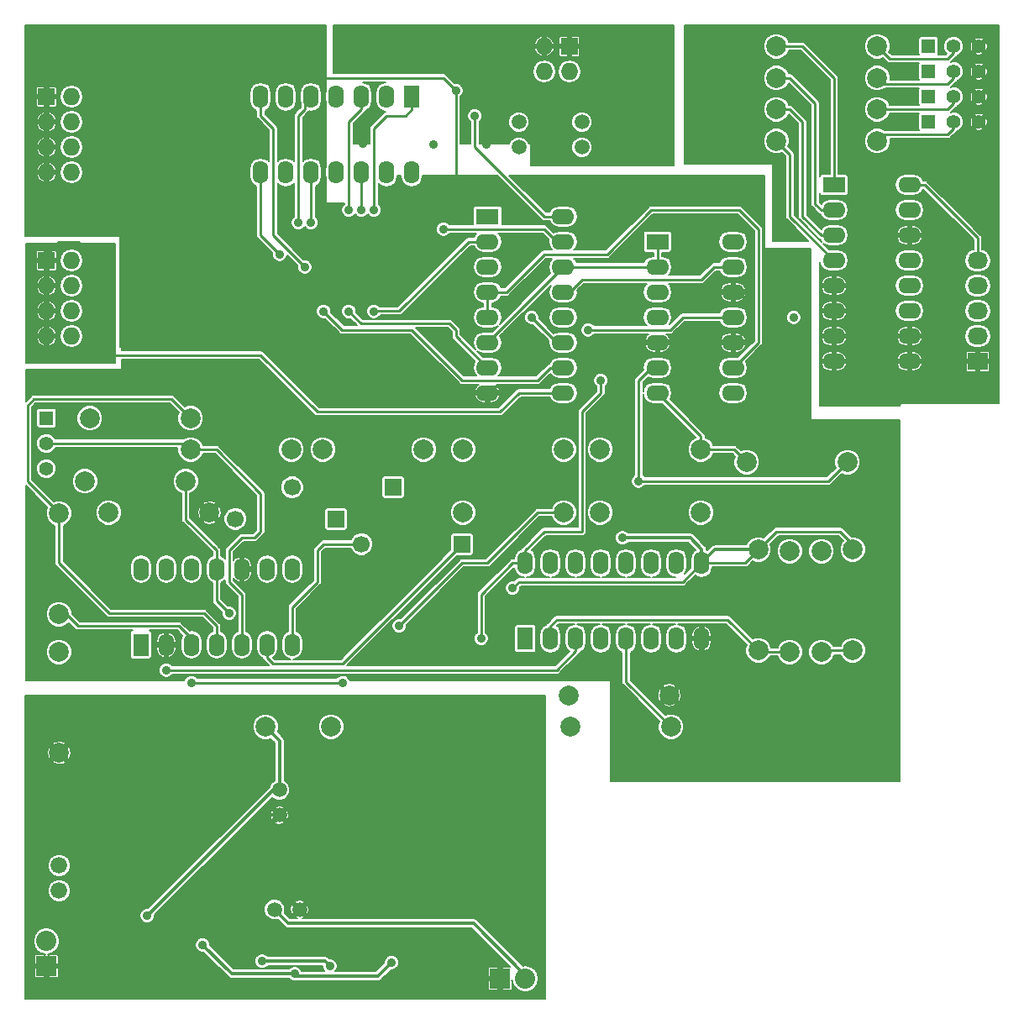
<source format=gbl>
%FSLAX34Y34*%
G04 Gerber Fmt 3.4, Leading zero omitted, Abs format*
G04 (created by PCBNEW (2014-jan-25)-product) date sø. 22. mars 2015 kl. 21.03 +0100*
%MOIN*%
G01*
G70*
G90*
G04 APERTURE LIST*
%ADD10C,0.005906*%
%ADD11C,0.059100*%
%ADD12C,0.066900*%
%ADD13R,0.066900X0.066900*%
%ADD14C,0.066000*%
%ADD15R,0.062000X0.090000*%
%ADD16O,0.062000X0.090000*%
%ADD17R,0.090000X0.062000*%
%ADD18O,0.090000X0.062000*%
%ADD19R,0.055000X0.055000*%
%ADD20C,0.055000*%
%ADD21C,0.078700*%
%ADD22R,0.068000X0.068000*%
%ADD23O,0.068000X0.068000*%
%ADD24R,0.080000X0.080000*%
%ADD25O,0.080000X0.080000*%
%ADD26R,0.080000X0.068000*%
%ADD27O,0.080000X0.068000*%
%ADD28C,0.035000*%
%ADD29C,0.013780*%
%ADD30C,0.010000*%
%ADD31C,0.005000*%
G04 APERTURE END LIST*
G54D10*
G54D11*
X20750Y-40500D03*
X20750Y-39500D03*
X32750Y-13000D03*
X32750Y-14000D03*
X30250Y-13000D03*
X30250Y-14000D03*
G54D12*
X19000Y-28750D03*
G54D13*
X23000Y-28750D03*
G54D12*
X24000Y-29750D03*
G54D13*
X28000Y-29750D03*
G54D12*
X21250Y-27500D03*
G54D13*
X25250Y-27500D03*
G54D14*
X12000Y-43500D03*
X12000Y-42500D03*
G54D15*
X30500Y-33500D03*
G54D16*
X31500Y-33500D03*
X32500Y-33500D03*
X33500Y-33500D03*
X34500Y-33500D03*
X35500Y-33500D03*
X36500Y-33500D03*
X37500Y-33500D03*
X37500Y-30500D03*
X36500Y-30500D03*
X35500Y-30500D03*
X34500Y-30500D03*
X33500Y-30500D03*
X32500Y-30500D03*
X31500Y-30500D03*
X30500Y-30500D03*
G54D17*
X29000Y-16750D03*
G54D18*
X29000Y-17750D03*
X29000Y-18750D03*
X29000Y-19750D03*
X29000Y-20750D03*
X29000Y-21750D03*
X29000Y-22750D03*
X29000Y-23750D03*
X32000Y-23750D03*
X32000Y-22750D03*
X32000Y-21750D03*
X32000Y-20750D03*
X32000Y-19750D03*
X32000Y-18750D03*
X32000Y-17750D03*
X32000Y-16750D03*
G54D19*
X11500Y-24750D03*
G54D20*
X11500Y-25750D03*
X11500Y-26750D03*
G54D19*
X46500Y-10000D03*
G54D20*
X47500Y-10000D03*
X48500Y-10000D03*
G54D19*
X46500Y-11000D03*
G54D20*
X47500Y-11000D03*
X48500Y-11000D03*
G54D19*
X46500Y-12000D03*
G54D20*
X47500Y-12000D03*
X48500Y-12000D03*
G54D19*
X46500Y-13000D03*
G54D20*
X47500Y-13000D03*
X48500Y-13000D03*
G54D21*
X20201Y-37000D03*
X22799Y-37000D03*
X17219Y-24750D03*
X13219Y-24750D03*
X13031Y-27250D03*
X17031Y-27250D03*
X12000Y-28531D03*
X12000Y-32531D03*
X12000Y-34031D03*
X12000Y-38031D03*
X17969Y-28500D03*
X13969Y-28500D03*
X21219Y-26000D03*
X17219Y-26000D03*
X26469Y-26000D03*
X22469Y-26000D03*
X36219Y-35750D03*
X32219Y-35750D03*
X28031Y-28500D03*
X32031Y-28500D03*
X28031Y-26000D03*
X32031Y-26000D03*
X37469Y-28500D03*
X33469Y-28500D03*
X37469Y-26000D03*
X33469Y-26000D03*
X39750Y-33969D03*
X39750Y-29969D03*
X43500Y-33969D03*
X43500Y-29969D03*
X41000Y-30031D03*
X41000Y-34031D03*
X42250Y-30031D03*
X42250Y-34031D03*
X32281Y-37000D03*
X36281Y-37000D03*
X39281Y-26500D03*
X43281Y-26500D03*
G54D15*
X15250Y-33750D03*
G54D16*
X16250Y-33750D03*
X17250Y-33750D03*
X18250Y-33750D03*
X19250Y-33750D03*
X20250Y-33750D03*
X21250Y-33750D03*
X21250Y-30750D03*
X20250Y-30750D03*
X19250Y-30750D03*
X18250Y-30750D03*
X17250Y-30750D03*
X16250Y-30750D03*
X15250Y-30750D03*
G54D17*
X35750Y-17750D03*
G54D18*
X35750Y-18750D03*
X35750Y-19750D03*
X35750Y-20750D03*
X35750Y-21750D03*
X35750Y-22750D03*
X35750Y-23750D03*
X38750Y-23750D03*
X38750Y-22750D03*
X38750Y-21750D03*
X38750Y-20750D03*
X38750Y-19750D03*
X38750Y-18750D03*
X38750Y-17750D03*
G54D15*
X26000Y-12000D03*
G54D16*
X25000Y-12000D03*
X24000Y-12000D03*
X23000Y-12000D03*
X22000Y-12000D03*
X21000Y-12000D03*
X20000Y-12000D03*
X20000Y-15000D03*
X21000Y-15000D03*
X22000Y-15000D03*
X23000Y-15000D03*
X24000Y-15000D03*
X25000Y-15000D03*
X26000Y-15000D03*
G54D17*
X42750Y-15500D03*
G54D18*
X42750Y-16500D03*
X42750Y-17500D03*
X42750Y-18500D03*
X42750Y-19500D03*
X42750Y-20500D03*
X42750Y-21500D03*
X42750Y-22500D03*
X45750Y-22500D03*
X45750Y-21500D03*
X45750Y-20500D03*
X45750Y-19500D03*
X45750Y-18500D03*
X45750Y-17500D03*
X45750Y-16500D03*
X45750Y-15500D03*
G54D22*
X11500Y-12000D03*
G54D23*
X11500Y-13000D03*
X11500Y-14000D03*
X11500Y-15000D03*
X12500Y-15000D03*
X12500Y-14000D03*
X12500Y-13000D03*
X12500Y-12000D03*
G54D22*
X11500Y-18500D03*
G54D23*
X11500Y-19500D03*
X11500Y-20500D03*
X11500Y-21500D03*
X12500Y-21500D03*
X12500Y-20500D03*
X12500Y-19500D03*
X12500Y-18500D03*
G54D11*
X21550Y-44250D03*
X20550Y-44250D03*
G54D21*
X44469Y-10000D03*
X40469Y-10000D03*
X44469Y-11250D03*
X40469Y-11250D03*
X44469Y-12500D03*
X40469Y-12500D03*
X44469Y-13750D03*
X40469Y-13750D03*
G54D24*
X29500Y-47000D03*
G54D25*
X30500Y-47000D03*
G54D22*
X32250Y-10000D03*
G54D23*
X31250Y-10000D03*
X31250Y-11000D03*
X32250Y-11000D03*
G54D26*
X48450Y-22500D03*
G54D27*
X48450Y-21500D03*
X48450Y-20500D03*
X48450Y-19500D03*
X48450Y-18500D03*
G54D24*
X11500Y-46500D03*
G54D25*
X11500Y-45500D03*
G54D28*
X37250Y-14400D03*
X42400Y-14400D03*
X37400Y-9350D03*
X24050Y-13850D03*
X26850Y-13900D03*
X28950Y-13900D03*
X34350Y-29500D03*
X41150Y-20750D03*
X28550Y-42600D03*
X17000Y-47050D03*
X16200Y-43150D03*
X16100Y-44500D03*
X15450Y-43900D03*
X16850Y-43750D03*
X22050Y-45450D03*
X25850Y-45500D03*
X25450Y-40050D03*
X27500Y-39400D03*
X13250Y-18500D03*
X13250Y-19500D03*
X13250Y-20500D03*
X13250Y-21500D03*
X33000Y-21250D03*
X18750Y-32500D03*
X30000Y-31500D03*
X24500Y-41750D03*
X26250Y-41750D03*
X28750Y-33500D03*
X28500Y-12750D03*
X33500Y-23250D03*
X29000Y-25050D03*
X18500Y-22750D03*
X27750Y-20000D03*
X29850Y-20250D03*
X27750Y-22250D03*
X19250Y-19500D03*
X19250Y-18500D03*
X19250Y-20500D03*
X19250Y-21500D03*
X17750Y-11750D03*
X17750Y-12750D03*
X17750Y-14250D03*
X17750Y-15250D03*
X27750Y-11750D03*
X27750Y-16500D03*
X38500Y-25000D03*
X25200Y-46350D03*
X21350Y-46800D03*
X17700Y-45650D03*
X15500Y-44500D03*
X20050Y-46300D03*
X22750Y-46500D03*
X35000Y-27250D03*
X23500Y-16500D03*
X21500Y-17000D03*
X22000Y-17000D03*
X24000Y-16500D03*
X30750Y-20750D03*
X16250Y-34750D03*
X24500Y-20512D03*
X23500Y-20512D03*
X22500Y-20512D03*
X27250Y-17250D03*
X24500Y-16500D03*
X21750Y-18750D03*
X20750Y-18250D03*
X17250Y-35250D03*
X23250Y-35250D03*
X25500Y-33000D03*
G54D29*
X39750Y-29969D02*
X38031Y-29969D01*
X38031Y-29969D02*
X37500Y-30500D01*
X34350Y-29500D02*
X37050Y-29500D01*
X37050Y-29500D02*
X37500Y-29950D01*
X37500Y-29950D02*
X37500Y-30500D01*
X48450Y-22500D02*
X45750Y-22500D01*
X45750Y-22500D02*
X45750Y-21500D01*
X26250Y-41750D02*
X27700Y-41750D01*
X27700Y-41750D02*
X28550Y-42600D01*
X29500Y-47000D02*
X25050Y-47000D01*
X25050Y-47000D02*
X24700Y-47350D01*
X24700Y-47350D02*
X17300Y-47350D01*
X17300Y-47350D02*
X17000Y-47050D01*
X11500Y-46500D02*
X16450Y-46500D01*
X16450Y-46500D02*
X17000Y-47050D01*
X16100Y-44500D02*
X16100Y-46150D01*
X16100Y-46150D02*
X17000Y-47050D01*
X20750Y-40500D02*
X20100Y-40500D01*
X16200Y-43150D02*
X15450Y-43900D01*
X16100Y-44500D02*
X16850Y-43750D01*
X20100Y-40500D02*
X16850Y-43750D01*
X24500Y-41750D02*
X22000Y-41750D01*
X22000Y-41750D02*
X20750Y-40500D01*
X25800Y-45450D02*
X22050Y-45450D01*
X25850Y-45500D02*
X25800Y-45450D01*
G54D30*
X13250Y-19000D02*
X13250Y-19500D01*
X13250Y-18500D02*
X13250Y-19000D01*
X13250Y-20000D02*
X13250Y-19500D01*
X13250Y-20500D02*
X13250Y-20000D01*
X13250Y-21000D02*
X13250Y-21500D01*
X13250Y-20500D02*
X13250Y-21000D01*
X11500Y-22000D02*
X11750Y-22250D01*
X11750Y-22250D02*
X12750Y-22250D01*
X12750Y-22250D02*
X13250Y-21750D01*
X13250Y-21750D02*
X13250Y-21500D01*
X11500Y-21500D02*
X11500Y-22000D01*
X11500Y-21000D02*
X11500Y-21500D01*
X11500Y-20500D02*
X11500Y-21000D01*
X11500Y-20000D02*
X11500Y-20500D01*
X11500Y-19500D02*
X11500Y-20000D01*
X11500Y-19000D02*
X11500Y-19500D01*
X11500Y-18250D02*
X11500Y-19000D01*
X13250Y-18250D02*
X12750Y-17750D01*
X12750Y-17750D02*
X12000Y-17750D01*
X12000Y-17750D02*
X11500Y-18250D01*
X13250Y-18500D02*
X13250Y-18250D01*
X11500Y-20000D02*
X13250Y-20000D01*
X11500Y-19000D02*
X13250Y-19000D01*
X11500Y-21000D02*
X13250Y-21000D01*
X31500Y-23750D02*
X32000Y-23750D01*
X30250Y-23750D02*
X29500Y-24500D01*
X29500Y-24500D02*
X22250Y-24500D01*
X22250Y-24500D02*
X20000Y-22250D01*
X20000Y-22250D02*
X14000Y-22250D01*
X14000Y-22250D02*
X13250Y-21500D01*
X32000Y-23750D02*
X30250Y-23750D01*
X36750Y-20750D02*
X36250Y-21250D01*
X36250Y-21250D02*
X33000Y-21250D01*
X38750Y-20750D02*
X36750Y-20750D01*
X17031Y-28781D02*
X18250Y-30000D01*
X18250Y-30000D02*
X18250Y-30750D01*
X18250Y-30000D02*
X18250Y-30750D01*
X17031Y-28781D02*
X18250Y-30000D01*
X17031Y-27250D02*
X17031Y-28781D01*
X18750Y-32500D02*
X18250Y-32000D01*
X18250Y-32000D02*
X18250Y-30750D01*
X30000Y-31500D02*
X30250Y-31250D01*
X30250Y-31250D02*
X36750Y-31250D01*
X36750Y-31250D02*
X37500Y-30500D01*
X39219Y-30500D02*
X40469Y-29250D01*
X37500Y-30500D02*
X39219Y-30500D01*
X40469Y-29250D02*
X43000Y-29250D01*
X43000Y-29250D02*
X43500Y-29750D01*
X40469Y-29250D02*
X39750Y-29969D01*
X43000Y-29250D02*
X40469Y-29250D01*
X43500Y-29750D02*
X43000Y-29250D01*
X43500Y-29969D02*
X43500Y-29750D01*
X26250Y-41750D02*
X24500Y-41750D01*
X42750Y-21500D02*
X42750Y-22500D01*
X42750Y-20500D02*
X42750Y-21500D01*
X42750Y-19500D02*
X42750Y-20500D01*
X17250Y-33500D02*
X17250Y-33750D01*
X12750Y-33000D02*
X16750Y-33000D01*
X16750Y-33000D02*
X17250Y-33500D01*
X12281Y-32531D02*
X12750Y-33000D01*
X12000Y-32531D02*
X12281Y-32531D01*
X16469Y-24000D02*
X17219Y-24750D01*
X11000Y-24000D02*
X16469Y-24000D01*
X10750Y-24250D02*
X11000Y-24000D01*
X10750Y-27250D02*
X10750Y-24250D01*
X12000Y-28500D02*
X10750Y-27250D01*
X12000Y-28531D02*
X12000Y-28500D01*
X12000Y-30500D02*
X14000Y-32500D01*
X14000Y-32500D02*
X17750Y-32500D01*
X17750Y-32500D02*
X18250Y-33000D01*
X18250Y-33000D02*
X18250Y-33750D01*
X12000Y-28531D02*
X12000Y-30500D01*
X30000Y-30500D02*
X30500Y-30500D01*
X28750Y-31750D02*
X30000Y-30500D01*
X28750Y-33500D02*
X28750Y-31750D01*
X28500Y-14000D02*
X28500Y-12750D01*
X31250Y-16750D02*
X28500Y-14000D01*
X32000Y-16750D02*
X31250Y-16750D01*
X30500Y-30000D02*
X31250Y-29250D01*
X31250Y-29250D02*
X32750Y-29250D01*
X32750Y-29250D02*
X32750Y-24500D01*
X32750Y-24500D02*
X33500Y-23750D01*
X33500Y-23750D02*
X33500Y-23250D01*
X30500Y-30500D02*
X30500Y-30000D01*
G54D29*
X29000Y-25050D02*
X29000Y-27100D01*
X28850Y-27250D02*
X27400Y-27250D01*
X29000Y-27100D02*
X28850Y-27250D01*
G54D30*
X19250Y-18500D02*
X19250Y-19500D01*
X19250Y-20500D02*
X19250Y-19500D01*
X19250Y-20500D02*
X19250Y-21500D01*
X17750Y-11750D02*
X17750Y-12750D01*
X17750Y-13500D02*
X17750Y-12750D01*
X17750Y-14250D02*
X17750Y-13500D01*
X17750Y-15250D02*
X17750Y-14250D01*
X17750Y-16250D02*
X19250Y-17750D01*
X19250Y-17750D02*
X19250Y-18500D01*
X17750Y-15250D02*
X17750Y-16250D01*
X26500Y-11250D02*
X26750Y-11250D01*
X18250Y-11250D02*
X26500Y-11250D01*
X17750Y-11750D02*
X18250Y-11250D01*
X27750Y-11750D02*
X27250Y-11250D01*
X27000Y-11250D02*
X26500Y-11250D01*
X27250Y-11250D02*
X27000Y-11250D01*
X11500Y-14000D02*
X11500Y-15000D01*
X11500Y-13500D02*
X11500Y-14000D01*
X11500Y-13000D02*
X11500Y-13500D01*
X11500Y-12000D02*
X11500Y-13000D01*
X11500Y-13500D02*
X17750Y-13500D01*
X37750Y-21750D02*
X35750Y-21750D01*
X38750Y-21750D02*
X37750Y-21750D01*
X29250Y-23500D02*
X29000Y-23750D01*
X34500Y-21750D02*
X33000Y-23250D01*
X33000Y-23250D02*
X31500Y-23250D01*
X31500Y-23250D02*
X31250Y-23500D01*
X31250Y-23500D02*
X29250Y-23500D01*
X35750Y-21750D02*
X34500Y-21750D01*
X27750Y-11750D02*
X27750Y-16500D01*
X39500Y-20250D02*
X39500Y-21000D01*
X39500Y-21000D02*
X38750Y-21750D01*
X39000Y-19750D02*
X39500Y-20250D01*
X38750Y-19750D02*
X39000Y-19750D01*
X37500Y-34469D02*
X36219Y-35750D01*
X37500Y-33500D02*
X37500Y-34469D01*
X38500Y-25000D02*
X37750Y-24250D01*
X37750Y-24250D02*
X37750Y-21750D01*
G54D29*
X20750Y-39500D02*
X20750Y-37549D01*
X20750Y-37549D02*
X20201Y-37000D01*
X20750Y-39500D02*
X20500Y-39500D01*
X20500Y-39500D02*
X15500Y-44500D01*
X21450Y-46900D02*
X21350Y-46800D01*
X24650Y-46900D02*
X21450Y-46900D01*
X25200Y-46350D02*
X24650Y-46900D01*
X18850Y-46800D02*
X21350Y-46800D01*
X17700Y-45650D02*
X18850Y-46800D01*
G54D30*
X20500Y-39500D02*
X15500Y-44500D01*
G54D29*
X22550Y-46300D02*
X20050Y-46300D01*
X22750Y-46500D02*
X22550Y-46300D01*
X30500Y-46850D02*
X28450Y-44800D01*
X28450Y-44800D02*
X21100Y-44800D01*
X21100Y-44800D02*
X20550Y-44250D01*
G54D30*
X20250Y-34250D02*
X20500Y-34500D01*
X20500Y-34500D02*
X23250Y-34500D01*
X23250Y-34500D02*
X28000Y-29750D01*
X20250Y-33750D02*
X20250Y-34250D01*
X37469Y-25469D02*
X35750Y-23750D01*
X37469Y-26000D02*
X37469Y-25469D01*
X38781Y-26000D02*
X39281Y-26500D01*
X37469Y-26000D02*
X38781Y-26000D01*
X35000Y-23250D02*
X35000Y-27250D01*
X35500Y-22750D02*
X35000Y-23250D01*
X35750Y-22750D02*
X35500Y-22750D01*
X42531Y-27250D02*
X43281Y-26500D01*
X35000Y-27250D02*
X42531Y-27250D01*
X34500Y-35219D02*
X36281Y-37000D01*
X34500Y-33500D02*
X34500Y-35219D01*
X29000Y-19750D02*
X29000Y-20750D01*
X29750Y-19750D02*
X31250Y-18250D01*
X31250Y-18250D02*
X33750Y-18250D01*
X33750Y-18250D02*
X35500Y-16500D01*
X35500Y-16500D02*
X39000Y-16500D01*
X39000Y-16500D02*
X39750Y-17250D01*
X39750Y-17250D02*
X39750Y-21750D01*
X39750Y-21750D02*
X38750Y-22750D01*
X29000Y-19750D02*
X29750Y-19750D01*
X32750Y-19250D02*
X37500Y-19250D01*
X37500Y-19250D02*
X38000Y-18750D01*
X38000Y-18750D02*
X38750Y-18750D01*
X32250Y-19750D02*
X32750Y-19250D01*
X32000Y-19750D02*
X32250Y-19750D01*
X23500Y-16500D02*
X23500Y-13000D01*
X23500Y-13000D02*
X24000Y-12500D01*
X24000Y-12500D02*
X24000Y-12000D01*
X21750Y-12250D02*
X22000Y-12000D01*
X21500Y-17000D02*
X21500Y-12750D01*
X21500Y-12750D02*
X21750Y-12500D01*
X21750Y-12500D02*
X21750Y-12250D01*
X22000Y-17000D02*
X22000Y-15000D01*
X24000Y-16500D02*
X24000Y-15000D01*
X21250Y-32250D02*
X22250Y-31250D01*
X22250Y-31250D02*
X22250Y-30000D01*
X22250Y-30000D02*
X22500Y-29750D01*
X22500Y-29750D02*
X24000Y-29750D01*
X21250Y-33750D02*
X21250Y-32250D01*
X31500Y-33000D02*
X31500Y-33500D01*
X31750Y-32750D02*
X31500Y-33000D01*
X38531Y-32750D02*
X31750Y-32750D01*
X39812Y-34031D02*
X38531Y-32750D01*
X41000Y-34031D02*
X39812Y-34031D01*
X31750Y-21750D02*
X30750Y-20750D01*
X32000Y-21750D02*
X31750Y-21750D01*
X32500Y-34000D02*
X32500Y-33500D01*
X31750Y-34750D02*
X32500Y-34000D01*
X16250Y-34750D02*
X31750Y-34750D01*
X29500Y-21250D02*
X29000Y-21750D01*
X32000Y-18750D02*
X29500Y-21250D01*
X35750Y-18750D02*
X32000Y-18750D01*
X35750Y-17750D02*
X35750Y-18750D01*
X42312Y-33969D02*
X42250Y-34031D01*
X43500Y-33969D02*
X42312Y-33969D01*
X24500Y-20512D02*
X24512Y-20500D01*
X24512Y-20500D02*
X25500Y-20500D01*
X25500Y-20500D02*
X28250Y-17750D01*
X28250Y-17750D02*
X29000Y-17750D01*
X23500Y-20512D02*
X23988Y-21000D01*
X23988Y-21000D02*
X27500Y-21000D01*
X27500Y-21000D02*
X27750Y-21250D01*
X27750Y-21250D02*
X27750Y-21500D01*
X27750Y-21500D02*
X29000Y-22750D01*
X22500Y-20512D02*
X23238Y-21250D01*
X23238Y-21250D02*
X26000Y-21250D01*
X26000Y-21250D02*
X28000Y-23250D01*
X28000Y-23250D02*
X31000Y-23250D01*
X31000Y-23250D02*
X31500Y-22750D01*
X31500Y-22750D02*
X32000Y-22750D01*
X31750Y-17750D02*
X32000Y-17750D01*
X27250Y-17250D02*
X31250Y-17250D01*
X31250Y-17250D02*
X31750Y-17750D01*
X16969Y-25750D02*
X17219Y-26000D01*
X11500Y-25750D02*
X16969Y-25750D01*
X19250Y-31750D02*
X18750Y-31250D01*
X18750Y-31250D02*
X18750Y-30000D01*
X18750Y-30000D02*
X19250Y-29500D01*
X19250Y-29500D02*
X19750Y-29500D01*
X19750Y-29500D02*
X20000Y-29250D01*
X20000Y-29250D02*
X20000Y-27750D01*
X20000Y-27750D02*
X18250Y-26000D01*
X18250Y-26000D02*
X17219Y-26000D01*
X19250Y-33750D02*
X19250Y-31750D01*
X44969Y-10500D02*
X44469Y-10000D01*
X47250Y-10500D02*
X44969Y-10500D01*
X47500Y-10250D02*
X47250Y-10500D01*
X47500Y-10000D02*
X47500Y-10250D01*
X44719Y-11500D02*
X44469Y-11250D01*
X47250Y-11500D02*
X44719Y-11500D01*
X47500Y-11250D02*
X47250Y-11500D01*
X47500Y-11000D02*
X47500Y-11250D01*
X47500Y-11000D02*
X47500Y-11250D01*
X47250Y-12500D02*
X44469Y-12500D01*
X47500Y-12250D02*
X47250Y-12500D01*
X47500Y-12000D02*
X47500Y-12250D01*
X44719Y-13500D02*
X44469Y-13750D01*
X47250Y-13500D02*
X44719Y-13500D01*
X47500Y-13250D02*
X47250Y-13500D01*
X47500Y-13000D02*
X47500Y-13250D01*
X24500Y-16500D02*
X24500Y-13250D01*
X24500Y-13250D02*
X25000Y-12750D01*
X25000Y-12750D02*
X25750Y-12750D01*
X25750Y-12750D02*
X26000Y-12500D01*
X26000Y-12500D02*
X26000Y-12000D01*
X21750Y-18750D02*
X20500Y-17500D01*
X20500Y-17500D02*
X20500Y-13250D01*
X20500Y-13250D02*
X20000Y-12750D01*
X20000Y-12750D02*
X20000Y-12000D01*
X20750Y-18250D02*
X20000Y-17500D01*
X20000Y-17500D02*
X20000Y-15000D01*
X17250Y-35250D02*
X23250Y-35250D01*
X25500Y-33000D02*
X28000Y-30500D01*
X28000Y-30500D02*
X29000Y-30500D01*
X29000Y-30500D02*
X31000Y-28500D01*
X31000Y-28500D02*
X32031Y-28500D01*
X42750Y-11250D02*
X41500Y-10000D01*
X41500Y-10000D02*
X40469Y-10000D01*
X42750Y-15500D02*
X42750Y-11250D01*
X42250Y-16500D02*
X42000Y-16250D01*
X42000Y-16250D02*
X42000Y-12250D01*
X42000Y-12250D02*
X41000Y-11250D01*
X41000Y-11250D02*
X40469Y-11250D01*
X42750Y-16500D02*
X42250Y-16500D01*
X42250Y-17500D02*
X41500Y-16750D01*
X41500Y-16750D02*
X41500Y-13000D01*
X41500Y-13000D02*
X41000Y-12500D01*
X41000Y-12500D02*
X40469Y-12500D01*
X42750Y-17500D02*
X42250Y-17500D01*
X41000Y-16750D02*
X41000Y-14281D01*
X41000Y-14281D02*
X40469Y-13750D01*
X42750Y-18500D02*
X41000Y-16750D01*
X48450Y-18500D02*
X48450Y-17600D01*
X46350Y-15500D02*
X45750Y-15500D01*
X48450Y-17600D02*
X46350Y-15500D01*
G54D10*
G36*
X31275Y-47795D02*
X31035Y-47795D01*
X31035Y-47000D01*
X30995Y-46799D01*
X30881Y-46628D01*
X30711Y-46514D01*
X30510Y-46475D01*
X30489Y-46475D01*
X30414Y-46490D01*
X28587Y-44662D01*
X28524Y-44620D01*
X28450Y-44606D01*
X23317Y-44606D01*
X23317Y-36897D01*
X23238Y-36706D01*
X23093Y-36560D01*
X22902Y-36481D01*
X22696Y-36481D01*
X22505Y-36560D01*
X22359Y-36705D01*
X22280Y-36896D01*
X22280Y-37102D01*
X22359Y-37293D01*
X22504Y-37439D01*
X22695Y-37518D01*
X22901Y-37518D01*
X23092Y-37439D01*
X23238Y-37294D01*
X23317Y-37103D01*
X23317Y-36897D01*
X23317Y-44606D01*
X21927Y-44606D01*
X21927Y-44263D01*
X21903Y-44118D01*
X21893Y-44093D01*
X21851Y-44054D01*
X21745Y-44160D01*
X21745Y-43948D01*
X21706Y-43906D01*
X21563Y-43872D01*
X21418Y-43896D01*
X21393Y-43906D01*
X21354Y-43948D01*
X21550Y-44143D01*
X21745Y-43948D01*
X21745Y-44160D01*
X21656Y-44250D01*
X21851Y-44445D01*
X21893Y-44406D01*
X21927Y-44263D01*
X21927Y-44606D01*
X21668Y-44606D01*
X21681Y-44603D01*
X21706Y-44593D01*
X21745Y-44551D01*
X21550Y-44356D01*
X21443Y-44462D01*
X21443Y-44250D01*
X21248Y-44054D01*
X21206Y-44093D01*
X21172Y-44236D01*
X21196Y-44381D01*
X21206Y-44406D01*
X21248Y-44445D01*
X21443Y-44250D01*
X21443Y-44462D01*
X21354Y-44551D01*
X21393Y-44593D01*
X21445Y-44606D01*
X21180Y-44606D01*
X21170Y-44596D01*
X21170Y-39416D01*
X21106Y-39262D01*
X20988Y-39143D01*
X20943Y-39125D01*
X20943Y-37549D01*
X20929Y-37474D01*
X20887Y-37411D01*
X20678Y-37202D01*
X20719Y-37103D01*
X20719Y-36897D01*
X20640Y-36706D01*
X20495Y-36560D01*
X20304Y-36481D01*
X20098Y-36481D01*
X19907Y-36560D01*
X19761Y-36705D01*
X19682Y-36896D01*
X19682Y-37102D01*
X19761Y-37293D01*
X19906Y-37439D01*
X20097Y-37518D01*
X20303Y-37518D01*
X20403Y-37477D01*
X20556Y-37629D01*
X20556Y-39125D01*
X20512Y-39143D01*
X20393Y-39261D01*
X20343Y-39382D01*
X15525Y-44200D01*
X15440Y-44199D01*
X15330Y-44245D01*
X15245Y-44329D01*
X15200Y-44440D01*
X15199Y-44559D01*
X15245Y-44669D01*
X15329Y-44754D01*
X15440Y-44799D01*
X15559Y-44800D01*
X15669Y-44754D01*
X15754Y-44670D01*
X15799Y-44559D01*
X15800Y-44474D01*
X20464Y-39809D01*
X20511Y-39856D01*
X20665Y-39920D01*
X20833Y-39920D01*
X20987Y-39856D01*
X21106Y-39738D01*
X21170Y-39584D01*
X21170Y-39416D01*
X21170Y-44596D01*
X21127Y-44553D01*
X21127Y-40513D01*
X21103Y-40368D01*
X21093Y-40343D01*
X21051Y-40304D01*
X20945Y-40410D01*
X20945Y-40198D01*
X20906Y-40156D01*
X20763Y-40122D01*
X20618Y-40146D01*
X20593Y-40156D01*
X20554Y-40198D01*
X20750Y-40393D01*
X20945Y-40198D01*
X20945Y-40410D01*
X20856Y-40500D01*
X21051Y-40695D01*
X21093Y-40656D01*
X21127Y-40513D01*
X21127Y-44553D01*
X20952Y-44377D01*
X20970Y-44334D01*
X20970Y-44166D01*
X20945Y-44105D01*
X20945Y-40801D01*
X20750Y-40606D01*
X20643Y-40712D01*
X20643Y-40500D01*
X20448Y-40304D01*
X20406Y-40343D01*
X20372Y-40486D01*
X20396Y-40631D01*
X20406Y-40656D01*
X20448Y-40695D01*
X20643Y-40500D01*
X20643Y-40712D01*
X20554Y-40801D01*
X20593Y-40843D01*
X20736Y-40877D01*
X20881Y-40853D01*
X20906Y-40843D01*
X20945Y-40801D01*
X20945Y-44105D01*
X20906Y-44012D01*
X20788Y-43893D01*
X20634Y-43829D01*
X20466Y-43829D01*
X20312Y-43893D01*
X20193Y-44011D01*
X20129Y-44165D01*
X20129Y-44333D01*
X20193Y-44487D01*
X20311Y-44606D01*
X20465Y-44670D01*
X20633Y-44670D01*
X20677Y-44652D01*
X20962Y-44937D01*
X21025Y-44979D01*
X21100Y-44993D01*
X28369Y-44993D01*
X29900Y-46525D01*
X29593Y-46525D01*
X29575Y-46543D01*
X29575Y-46925D01*
X29582Y-46925D01*
X29582Y-47075D01*
X29575Y-47075D01*
X29575Y-47456D01*
X29593Y-47475D01*
X29914Y-47475D01*
X29942Y-47463D01*
X29963Y-47442D01*
X29975Y-47414D01*
X29975Y-47385D01*
X29975Y-47093D01*
X29956Y-47075D01*
X29975Y-47075D01*
X29975Y-47051D01*
X30004Y-47200D01*
X30118Y-47371D01*
X30288Y-47485D01*
X30489Y-47525D01*
X30510Y-47525D01*
X30711Y-47485D01*
X30881Y-47371D01*
X30995Y-47200D01*
X31035Y-47000D01*
X31035Y-47795D01*
X29975Y-47795D01*
X29425Y-47795D01*
X29425Y-47456D01*
X29425Y-47075D01*
X29425Y-46925D01*
X29425Y-46543D01*
X29406Y-46525D01*
X29085Y-46525D01*
X29057Y-46536D01*
X29036Y-46557D01*
X29025Y-46585D01*
X29025Y-46614D01*
X29025Y-46906D01*
X29043Y-46925D01*
X29425Y-46925D01*
X29425Y-47075D01*
X29043Y-47075D01*
X29025Y-47093D01*
X29025Y-47385D01*
X29025Y-47414D01*
X29036Y-47442D01*
X29057Y-47463D01*
X29085Y-47475D01*
X29406Y-47475D01*
X29425Y-47456D01*
X29425Y-47795D01*
X25500Y-47795D01*
X25500Y-46290D01*
X25454Y-46180D01*
X25370Y-46095D01*
X25259Y-46050D01*
X25140Y-46049D01*
X25030Y-46095D01*
X24945Y-46179D01*
X24900Y-46290D01*
X24899Y-46375D01*
X24569Y-46706D01*
X22968Y-46706D01*
X23004Y-46670D01*
X23049Y-46559D01*
X23050Y-46440D01*
X23004Y-46330D01*
X22920Y-46245D01*
X22809Y-46200D01*
X22724Y-46199D01*
X22687Y-46162D01*
X22624Y-46120D01*
X22550Y-46106D01*
X20280Y-46106D01*
X20220Y-46045D01*
X20109Y-46000D01*
X19990Y-45999D01*
X19880Y-46045D01*
X19795Y-46129D01*
X19750Y-46240D01*
X19749Y-46359D01*
X19795Y-46469D01*
X19879Y-46554D01*
X19990Y-46599D01*
X20109Y-46600D01*
X20219Y-46554D01*
X20280Y-46493D01*
X22450Y-46493D01*
X22449Y-46559D01*
X22495Y-46669D01*
X22531Y-46706D01*
X21635Y-46706D01*
X21604Y-46630D01*
X21520Y-46545D01*
X21409Y-46500D01*
X21290Y-46499D01*
X21180Y-46545D01*
X21119Y-46606D01*
X18930Y-46606D01*
X17999Y-45675D01*
X18000Y-45590D01*
X17954Y-45480D01*
X17870Y-45395D01*
X17759Y-45350D01*
X17640Y-45349D01*
X17530Y-45395D01*
X17445Y-45479D01*
X17400Y-45590D01*
X17399Y-45709D01*
X17445Y-45819D01*
X17529Y-45904D01*
X17640Y-45949D01*
X17725Y-45950D01*
X18712Y-46937D01*
X18775Y-46979D01*
X18775Y-46979D01*
X18850Y-46993D01*
X21119Y-46993D01*
X21179Y-47054D01*
X21290Y-47099D01*
X21409Y-47100D01*
X21432Y-47090D01*
X21450Y-47093D01*
X24650Y-47093D01*
X24724Y-47079D01*
X24787Y-47037D01*
X25174Y-46649D01*
X25259Y-46650D01*
X25369Y-46604D01*
X25454Y-46520D01*
X25499Y-46409D01*
X25500Y-46290D01*
X25500Y-47795D01*
X12476Y-47795D01*
X12476Y-38068D01*
X12454Y-37883D01*
X12425Y-37814D01*
X12373Y-37763D01*
X12267Y-37869D01*
X12267Y-37657D01*
X12216Y-37605D01*
X12037Y-37554D01*
X11852Y-37576D01*
X11783Y-37605D01*
X11732Y-37657D01*
X12000Y-37924D01*
X12267Y-37657D01*
X12267Y-37869D01*
X12106Y-38031D01*
X12373Y-38298D01*
X12425Y-38247D01*
X12476Y-38068D01*
X12476Y-47795D01*
X12455Y-47795D01*
X12455Y-43409D01*
X12455Y-42409D01*
X12385Y-42242D01*
X12267Y-42123D01*
X12267Y-38404D01*
X12000Y-38137D01*
X11893Y-38243D01*
X11893Y-38031D01*
X11626Y-37763D01*
X11574Y-37814D01*
X11523Y-37993D01*
X11545Y-38178D01*
X11574Y-38247D01*
X11626Y-38298D01*
X11893Y-38031D01*
X11893Y-38243D01*
X11732Y-38404D01*
X11783Y-38456D01*
X11962Y-38507D01*
X12147Y-38485D01*
X12216Y-38456D01*
X12267Y-38404D01*
X12267Y-42123D01*
X12258Y-42114D01*
X12090Y-42045D01*
X11909Y-42044D01*
X11742Y-42114D01*
X11614Y-42241D01*
X11545Y-42409D01*
X11544Y-42590D01*
X11614Y-42757D01*
X11741Y-42885D01*
X11909Y-42954D01*
X12090Y-42955D01*
X12257Y-42885D01*
X12385Y-42758D01*
X12454Y-42590D01*
X12455Y-42409D01*
X12455Y-43409D01*
X12385Y-43242D01*
X12258Y-43114D01*
X12090Y-43045D01*
X11909Y-43044D01*
X11742Y-43114D01*
X11614Y-43241D01*
X11545Y-43409D01*
X11544Y-43590D01*
X11614Y-43757D01*
X11741Y-43885D01*
X11909Y-43954D01*
X12090Y-43955D01*
X12257Y-43885D01*
X12385Y-43758D01*
X12454Y-43590D01*
X12455Y-43409D01*
X12455Y-47795D01*
X12025Y-47795D01*
X12025Y-45510D01*
X12025Y-45489D01*
X11985Y-45288D01*
X11871Y-45118D01*
X11700Y-45004D01*
X11500Y-44964D01*
X11299Y-45004D01*
X11128Y-45118D01*
X11014Y-45288D01*
X10975Y-45489D01*
X10975Y-45510D01*
X11014Y-45711D01*
X11128Y-45881D01*
X11299Y-45995D01*
X11448Y-46025D01*
X11424Y-46025D01*
X11424Y-46043D01*
X11406Y-46025D01*
X11114Y-46025D01*
X11085Y-46025D01*
X11057Y-46036D01*
X11036Y-46057D01*
X11025Y-46085D01*
X11025Y-46406D01*
X11043Y-46425D01*
X11425Y-46425D01*
X11425Y-46417D01*
X11575Y-46417D01*
X11575Y-46425D01*
X11956Y-46425D01*
X11975Y-46406D01*
X11975Y-46085D01*
X11963Y-46057D01*
X11942Y-46036D01*
X11914Y-46025D01*
X11885Y-46025D01*
X11593Y-46025D01*
X11575Y-46043D01*
X11575Y-46025D01*
X11551Y-46025D01*
X11700Y-45995D01*
X11871Y-45881D01*
X11985Y-45711D01*
X12025Y-45510D01*
X12025Y-47795D01*
X11975Y-47795D01*
X11975Y-46914D01*
X11975Y-46593D01*
X11956Y-46575D01*
X11575Y-46575D01*
X11575Y-46956D01*
X11593Y-46975D01*
X11885Y-46975D01*
X11914Y-46975D01*
X11942Y-46963D01*
X11963Y-46942D01*
X11975Y-46914D01*
X11975Y-47795D01*
X11425Y-47795D01*
X11425Y-46956D01*
X11425Y-46575D01*
X11043Y-46575D01*
X11025Y-46593D01*
X11025Y-46914D01*
X11036Y-46942D01*
X11057Y-46963D01*
X11085Y-46975D01*
X11114Y-46975D01*
X11406Y-46975D01*
X11425Y-46956D01*
X11425Y-47795D01*
X10654Y-47795D01*
X10654Y-35775D01*
X31275Y-35775D01*
X31275Y-47795D01*
X31275Y-47795D01*
G37*
G54D31*
X31275Y-47795D02*
X31035Y-47795D01*
X31035Y-47000D01*
X30995Y-46799D01*
X30881Y-46628D01*
X30711Y-46514D01*
X30510Y-46475D01*
X30489Y-46475D01*
X30414Y-46490D01*
X28587Y-44662D01*
X28524Y-44620D01*
X28450Y-44606D01*
X23317Y-44606D01*
X23317Y-36897D01*
X23238Y-36706D01*
X23093Y-36560D01*
X22902Y-36481D01*
X22696Y-36481D01*
X22505Y-36560D01*
X22359Y-36705D01*
X22280Y-36896D01*
X22280Y-37102D01*
X22359Y-37293D01*
X22504Y-37439D01*
X22695Y-37518D01*
X22901Y-37518D01*
X23092Y-37439D01*
X23238Y-37294D01*
X23317Y-37103D01*
X23317Y-36897D01*
X23317Y-44606D01*
X21927Y-44606D01*
X21927Y-44263D01*
X21903Y-44118D01*
X21893Y-44093D01*
X21851Y-44054D01*
X21745Y-44160D01*
X21745Y-43948D01*
X21706Y-43906D01*
X21563Y-43872D01*
X21418Y-43896D01*
X21393Y-43906D01*
X21354Y-43948D01*
X21550Y-44143D01*
X21745Y-43948D01*
X21745Y-44160D01*
X21656Y-44250D01*
X21851Y-44445D01*
X21893Y-44406D01*
X21927Y-44263D01*
X21927Y-44606D01*
X21668Y-44606D01*
X21681Y-44603D01*
X21706Y-44593D01*
X21745Y-44551D01*
X21550Y-44356D01*
X21443Y-44462D01*
X21443Y-44250D01*
X21248Y-44054D01*
X21206Y-44093D01*
X21172Y-44236D01*
X21196Y-44381D01*
X21206Y-44406D01*
X21248Y-44445D01*
X21443Y-44250D01*
X21443Y-44462D01*
X21354Y-44551D01*
X21393Y-44593D01*
X21445Y-44606D01*
X21180Y-44606D01*
X21170Y-44596D01*
X21170Y-39416D01*
X21106Y-39262D01*
X20988Y-39143D01*
X20943Y-39125D01*
X20943Y-37549D01*
X20929Y-37474D01*
X20887Y-37411D01*
X20678Y-37202D01*
X20719Y-37103D01*
X20719Y-36897D01*
X20640Y-36706D01*
X20495Y-36560D01*
X20304Y-36481D01*
X20098Y-36481D01*
X19907Y-36560D01*
X19761Y-36705D01*
X19682Y-36896D01*
X19682Y-37102D01*
X19761Y-37293D01*
X19906Y-37439D01*
X20097Y-37518D01*
X20303Y-37518D01*
X20403Y-37477D01*
X20556Y-37629D01*
X20556Y-39125D01*
X20512Y-39143D01*
X20393Y-39261D01*
X20343Y-39382D01*
X15525Y-44200D01*
X15440Y-44199D01*
X15330Y-44245D01*
X15245Y-44329D01*
X15200Y-44440D01*
X15199Y-44559D01*
X15245Y-44669D01*
X15329Y-44754D01*
X15440Y-44799D01*
X15559Y-44800D01*
X15669Y-44754D01*
X15754Y-44670D01*
X15799Y-44559D01*
X15800Y-44474D01*
X20464Y-39809D01*
X20511Y-39856D01*
X20665Y-39920D01*
X20833Y-39920D01*
X20987Y-39856D01*
X21106Y-39738D01*
X21170Y-39584D01*
X21170Y-39416D01*
X21170Y-44596D01*
X21127Y-44553D01*
X21127Y-40513D01*
X21103Y-40368D01*
X21093Y-40343D01*
X21051Y-40304D01*
X20945Y-40410D01*
X20945Y-40198D01*
X20906Y-40156D01*
X20763Y-40122D01*
X20618Y-40146D01*
X20593Y-40156D01*
X20554Y-40198D01*
X20750Y-40393D01*
X20945Y-40198D01*
X20945Y-40410D01*
X20856Y-40500D01*
X21051Y-40695D01*
X21093Y-40656D01*
X21127Y-40513D01*
X21127Y-44553D01*
X20952Y-44377D01*
X20970Y-44334D01*
X20970Y-44166D01*
X20945Y-44105D01*
X20945Y-40801D01*
X20750Y-40606D01*
X20643Y-40712D01*
X20643Y-40500D01*
X20448Y-40304D01*
X20406Y-40343D01*
X20372Y-40486D01*
X20396Y-40631D01*
X20406Y-40656D01*
X20448Y-40695D01*
X20643Y-40500D01*
X20643Y-40712D01*
X20554Y-40801D01*
X20593Y-40843D01*
X20736Y-40877D01*
X20881Y-40853D01*
X20906Y-40843D01*
X20945Y-40801D01*
X20945Y-44105D01*
X20906Y-44012D01*
X20788Y-43893D01*
X20634Y-43829D01*
X20466Y-43829D01*
X20312Y-43893D01*
X20193Y-44011D01*
X20129Y-44165D01*
X20129Y-44333D01*
X20193Y-44487D01*
X20311Y-44606D01*
X20465Y-44670D01*
X20633Y-44670D01*
X20677Y-44652D01*
X20962Y-44937D01*
X21025Y-44979D01*
X21100Y-44993D01*
X28369Y-44993D01*
X29900Y-46525D01*
X29593Y-46525D01*
X29575Y-46543D01*
X29575Y-46925D01*
X29582Y-46925D01*
X29582Y-47075D01*
X29575Y-47075D01*
X29575Y-47456D01*
X29593Y-47475D01*
X29914Y-47475D01*
X29942Y-47463D01*
X29963Y-47442D01*
X29975Y-47414D01*
X29975Y-47385D01*
X29975Y-47093D01*
X29956Y-47075D01*
X29975Y-47075D01*
X29975Y-47051D01*
X30004Y-47200D01*
X30118Y-47371D01*
X30288Y-47485D01*
X30489Y-47525D01*
X30510Y-47525D01*
X30711Y-47485D01*
X30881Y-47371D01*
X30995Y-47200D01*
X31035Y-47000D01*
X31035Y-47795D01*
X29975Y-47795D01*
X29425Y-47795D01*
X29425Y-47456D01*
X29425Y-47075D01*
X29425Y-46925D01*
X29425Y-46543D01*
X29406Y-46525D01*
X29085Y-46525D01*
X29057Y-46536D01*
X29036Y-46557D01*
X29025Y-46585D01*
X29025Y-46614D01*
X29025Y-46906D01*
X29043Y-46925D01*
X29425Y-46925D01*
X29425Y-47075D01*
X29043Y-47075D01*
X29025Y-47093D01*
X29025Y-47385D01*
X29025Y-47414D01*
X29036Y-47442D01*
X29057Y-47463D01*
X29085Y-47475D01*
X29406Y-47475D01*
X29425Y-47456D01*
X29425Y-47795D01*
X25500Y-47795D01*
X25500Y-46290D01*
X25454Y-46180D01*
X25370Y-46095D01*
X25259Y-46050D01*
X25140Y-46049D01*
X25030Y-46095D01*
X24945Y-46179D01*
X24900Y-46290D01*
X24899Y-46375D01*
X24569Y-46706D01*
X22968Y-46706D01*
X23004Y-46670D01*
X23049Y-46559D01*
X23050Y-46440D01*
X23004Y-46330D01*
X22920Y-46245D01*
X22809Y-46200D01*
X22724Y-46199D01*
X22687Y-46162D01*
X22624Y-46120D01*
X22550Y-46106D01*
X20280Y-46106D01*
X20220Y-46045D01*
X20109Y-46000D01*
X19990Y-45999D01*
X19880Y-46045D01*
X19795Y-46129D01*
X19750Y-46240D01*
X19749Y-46359D01*
X19795Y-46469D01*
X19879Y-46554D01*
X19990Y-46599D01*
X20109Y-46600D01*
X20219Y-46554D01*
X20280Y-46493D01*
X22450Y-46493D01*
X22449Y-46559D01*
X22495Y-46669D01*
X22531Y-46706D01*
X21635Y-46706D01*
X21604Y-46630D01*
X21520Y-46545D01*
X21409Y-46500D01*
X21290Y-46499D01*
X21180Y-46545D01*
X21119Y-46606D01*
X18930Y-46606D01*
X17999Y-45675D01*
X18000Y-45590D01*
X17954Y-45480D01*
X17870Y-45395D01*
X17759Y-45350D01*
X17640Y-45349D01*
X17530Y-45395D01*
X17445Y-45479D01*
X17400Y-45590D01*
X17399Y-45709D01*
X17445Y-45819D01*
X17529Y-45904D01*
X17640Y-45949D01*
X17725Y-45950D01*
X18712Y-46937D01*
X18775Y-46979D01*
X18775Y-46979D01*
X18850Y-46993D01*
X21119Y-46993D01*
X21179Y-47054D01*
X21290Y-47099D01*
X21409Y-47100D01*
X21432Y-47090D01*
X21450Y-47093D01*
X24650Y-47093D01*
X24724Y-47079D01*
X24787Y-47037D01*
X25174Y-46649D01*
X25259Y-46650D01*
X25369Y-46604D01*
X25454Y-46520D01*
X25499Y-46409D01*
X25500Y-46290D01*
X25500Y-47795D01*
X12476Y-47795D01*
X12476Y-38068D01*
X12454Y-37883D01*
X12425Y-37814D01*
X12373Y-37763D01*
X12267Y-37869D01*
X12267Y-37657D01*
X12216Y-37605D01*
X12037Y-37554D01*
X11852Y-37576D01*
X11783Y-37605D01*
X11732Y-37657D01*
X12000Y-37924D01*
X12267Y-37657D01*
X12267Y-37869D01*
X12106Y-38031D01*
X12373Y-38298D01*
X12425Y-38247D01*
X12476Y-38068D01*
X12476Y-47795D01*
X12455Y-47795D01*
X12455Y-43409D01*
X12455Y-42409D01*
X12385Y-42242D01*
X12267Y-42123D01*
X12267Y-38404D01*
X12000Y-38137D01*
X11893Y-38243D01*
X11893Y-38031D01*
X11626Y-37763D01*
X11574Y-37814D01*
X11523Y-37993D01*
X11545Y-38178D01*
X11574Y-38247D01*
X11626Y-38298D01*
X11893Y-38031D01*
X11893Y-38243D01*
X11732Y-38404D01*
X11783Y-38456D01*
X11962Y-38507D01*
X12147Y-38485D01*
X12216Y-38456D01*
X12267Y-38404D01*
X12267Y-42123D01*
X12258Y-42114D01*
X12090Y-42045D01*
X11909Y-42044D01*
X11742Y-42114D01*
X11614Y-42241D01*
X11545Y-42409D01*
X11544Y-42590D01*
X11614Y-42757D01*
X11741Y-42885D01*
X11909Y-42954D01*
X12090Y-42955D01*
X12257Y-42885D01*
X12385Y-42758D01*
X12454Y-42590D01*
X12455Y-42409D01*
X12455Y-43409D01*
X12385Y-43242D01*
X12258Y-43114D01*
X12090Y-43045D01*
X11909Y-43044D01*
X11742Y-43114D01*
X11614Y-43241D01*
X11545Y-43409D01*
X11544Y-43590D01*
X11614Y-43757D01*
X11741Y-43885D01*
X11909Y-43954D01*
X12090Y-43955D01*
X12257Y-43885D01*
X12385Y-43758D01*
X12454Y-43590D01*
X12455Y-43409D01*
X12455Y-47795D01*
X12025Y-47795D01*
X12025Y-45510D01*
X12025Y-45489D01*
X11985Y-45288D01*
X11871Y-45118D01*
X11700Y-45004D01*
X11500Y-44964D01*
X11299Y-45004D01*
X11128Y-45118D01*
X11014Y-45288D01*
X10975Y-45489D01*
X10975Y-45510D01*
X11014Y-45711D01*
X11128Y-45881D01*
X11299Y-45995D01*
X11448Y-46025D01*
X11424Y-46025D01*
X11424Y-46043D01*
X11406Y-46025D01*
X11114Y-46025D01*
X11085Y-46025D01*
X11057Y-46036D01*
X11036Y-46057D01*
X11025Y-46085D01*
X11025Y-46406D01*
X11043Y-46425D01*
X11425Y-46425D01*
X11425Y-46417D01*
X11575Y-46417D01*
X11575Y-46425D01*
X11956Y-46425D01*
X11975Y-46406D01*
X11975Y-46085D01*
X11963Y-46057D01*
X11942Y-46036D01*
X11914Y-46025D01*
X11885Y-46025D01*
X11593Y-46025D01*
X11575Y-46043D01*
X11575Y-46025D01*
X11551Y-46025D01*
X11700Y-45995D01*
X11871Y-45881D01*
X11985Y-45711D01*
X12025Y-45510D01*
X12025Y-47795D01*
X11975Y-47795D01*
X11975Y-46914D01*
X11975Y-46593D01*
X11956Y-46575D01*
X11575Y-46575D01*
X11575Y-46956D01*
X11593Y-46975D01*
X11885Y-46975D01*
X11914Y-46975D01*
X11942Y-46963D01*
X11963Y-46942D01*
X11975Y-46914D01*
X11975Y-47795D01*
X11425Y-47795D01*
X11425Y-46956D01*
X11425Y-46575D01*
X11043Y-46575D01*
X11025Y-46593D01*
X11025Y-46914D01*
X11036Y-46942D01*
X11057Y-46963D01*
X11085Y-46975D01*
X11114Y-46975D01*
X11406Y-46975D01*
X11425Y-46956D01*
X11425Y-47795D01*
X10654Y-47795D01*
X10654Y-35775D01*
X31275Y-35775D01*
X31275Y-47795D01*
G54D10*
G36*
X28567Y-23075D02*
X28072Y-23075D01*
X26172Y-21175D01*
X27427Y-21175D01*
X27575Y-21322D01*
X27575Y-21500D01*
X27588Y-21566D01*
X27626Y-21623D01*
X28502Y-22500D01*
X28446Y-22583D01*
X28413Y-22750D01*
X28446Y-22916D01*
X28541Y-23057D01*
X28567Y-23075D01*
X28567Y-23075D01*
G37*
G54D31*
X28567Y-23075D02*
X28072Y-23075D01*
X26172Y-21175D01*
X27427Y-21175D01*
X27575Y-21322D01*
X27575Y-21500D01*
X27588Y-21566D01*
X27626Y-21623D01*
X28502Y-22500D01*
X28446Y-22583D01*
X28413Y-22750D01*
X28446Y-22916D01*
X28541Y-23057D01*
X28567Y-23075D01*
G54D10*
G36*
X31567Y-18425D02*
X31541Y-18442D01*
X31446Y-18583D01*
X31413Y-18750D01*
X31446Y-18916D01*
X31502Y-18999D01*
X29486Y-21015D01*
X29553Y-20916D01*
X29586Y-20750D01*
X29553Y-20583D01*
X29458Y-20442D01*
X29317Y-20348D01*
X29175Y-20319D01*
X29175Y-20180D01*
X29317Y-20151D01*
X29458Y-20057D01*
X29547Y-19925D01*
X29750Y-19925D01*
X29816Y-19911D01*
X29816Y-19911D01*
X29873Y-19873D01*
X31322Y-18425D01*
X31567Y-18425D01*
X31567Y-18425D01*
G37*
G54D31*
X31567Y-18425D02*
X31541Y-18442D01*
X31446Y-18583D01*
X31413Y-18750D01*
X31446Y-18916D01*
X31502Y-18999D01*
X29486Y-21015D01*
X29553Y-20916D01*
X29586Y-20750D01*
X29553Y-20583D01*
X29458Y-20442D01*
X29317Y-20348D01*
X29175Y-20319D01*
X29175Y-20180D01*
X29317Y-20151D01*
X29458Y-20057D01*
X29547Y-19925D01*
X29750Y-19925D01*
X29816Y-19911D01*
X29816Y-19911D01*
X29873Y-19873D01*
X31322Y-18425D01*
X31567Y-18425D01*
G54D10*
G36*
X45345Y-39175D02*
X44018Y-39175D01*
X44018Y-33866D01*
X44018Y-29866D01*
X43939Y-29675D01*
X43799Y-29535D01*
X43799Y-26397D01*
X43720Y-26206D01*
X43575Y-26060D01*
X43384Y-25981D01*
X43178Y-25981D01*
X42987Y-26060D01*
X42841Y-26205D01*
X42762Y-26396D01*
X42762Y-26602D01*
X42811Y-26721D01*
X42458Y-27075D01*
X41450Y-27075D01*
X41450Y-20690D01*
X41404Y-20580D01*
X41320Y-20495D01*
X41209Y-20450D01*
X41090Y-20449D01*
X40980Y-20495D01*
X40895Y-20579D01*
X40850Y-20690D01*
X40849Y-20809D01*
X40895Y-20919D01*
X40979Y-21004D01*
X41090Y-21049D01*
X41209Y-21050D01*
X41319Y-21004D01*
X41404Y-20920D01*
X41449Y-20809D01*
X41450Y-20690D01*
X41450Y-27075D01*
X39925Y-27075D01*
X39925Y-21750D01*
X39925Y-17250D01*
X39911Y-17183D01*
X39911Y-17183D01*
X39873Y-17126D01*
X39123Y-16376D01*
X39066Y-16338D01*
X39000Y-16325D01*
X35500Y-16325D01*
X35433Y-16338D01*
X35376Y-16376D01*
X33677Y-18075D01*
X32432Y-18075D01*
X32458Y-18057D01*
X32553Y-17916D01*
X32586Y-17750D01*
X32553Y-17583D01*
X32458Y-17442D01*
X32317Y-17348D01*
X32151Y-17315D01*
X31848Y-17315D01*
X31682Y-17348D01*
X31630Y-17382D01*
X31373Y-17126D01*
X31316Y-17088D01*
X31250Y-17075D01*
X29575Y-17075D01*
X29575Y-17035D01*
X29575Y-16415D01*
X29555Y-16369D01*
X29520Y-16334D01*
X29474Y-16315D01*
X29425Y-16315D01*
X28525Y-16315D01*
X28479Y-16334D01*
X28444Y-16369D01*
X28425Y-16415D01*
X28425Y-16464D01*
X28425Y-17075D01*
X27499Y-17075D01*
X27420Y-16995D01*
X27309Y-16950D01*
X27190Y-16949D01*
X27080Y-16995D01*
X26995Y-17079D01*
X26950Y-17190D01*
X26949Y-17309D01*
X26995Y-17419D01*
X27079Y-17504D01*
X27190Y-17549D01*
X27309Y-17550D01*
X27419Y-17504D01*
X27499Y-17425D01*
X28567Y-17425D01*
X28541Y-17442D01*
X28452Y-17575D01*
X28250Y-17575D01*
X28183Y-17588D01*
X28126Y-17626D01*
X25427Y-20325D01*
X24737Y-20325D01*
X24670Y-20257D01*
X24559Y-20212D01*
X24440Y-20211D01*
X24330Y-20257D01*
X24245Y-20341D01*
X24200Y-20452D01*
X24199Y-20571D01*
X24245Y-20681D01*
X24329Y-20766D01*
X24440Y-20811D01*
X24559Y-20812D01*
X24669Y-20766D01*
X24754Y-20682D01*
X24757Y-20675D01*
X25500Y-20675D01*
X25566Y-20661D01*
X25566Y-20661D01*
X25623Y-20623D01*
X28322Y-17925D01*
X28452Y-17925D01*
X28541Y-18057D01*
X28682Y-18151D01*
X28848Y-18185D01*
X29151Y-18185D01*
X29317Y-18151D01*
X29458Y-18057D01*
X29553Y-17916D01*
X29586Y-17750D01*
X29553Y-17583D01*
X29458Y-17442D01*
X29432Y-17425D01*
X31177Y-17425D01*
X31428Y-17675D01*
X31413Y-17750D01*
X31446Y-17916D01*
X31541Y-18057D01*
X31567Y-18075D01*
X31250Y-18075D01*
X31183Y-18088D01*
X31126Y-18126D01*
X29677Y-19575D01*
X29586Y-19575D01*
X29586Y-18750D01*
X29553Y-18583D01*
X29458Y-18442D01*
X29317Y-18348D01*
X29151Y-18315D01*
X28848Y-18315D01*
X28682Y-18348D01*
X28541Y-18442D01*
X28446Y-18583D01*
X28413Y-18750D01*
X28446Y-18916D01*
X28541Y-19057D01*
X28682Y-19151D01*
X28848Y-19185D01*
X29151Y-19185D01*
X29317Y-19151D01*
X29458Y-19057D01*
X29553Y-18916D01*
X29586Y-18750D01*
X29586Y-19575D01*
X29547Y-19575D01*
X29458Y-19442D01*
X29317Y-19348D01*
X29151Y-19315D01*
X28848Y-19315D01*
X28682Y-19348D01*
X28541Y-19442D01*
X28446Y-19583D01*
X28413Y-19750D01*
X28446Y-19916D01*
X28541Y-20057D01*
X28682Y-20151D01*
X28825Y-20180D01*
X28825Y-20319D01*
X28682Y-20348D01*
X28541Y-20442D01*
X28446Y-20583D01*
X28413Y-20750D01*
X28446Y-20916D01*
X28541Y-21057D01*
X28682Y-21151D01*
X28848Y-21185D01*
X29151Y-21185D01*
X29317Y-21151D01*
X29416Y-21085D01*
X29376Y-21126D01*
X29181Y-21321D01*
X29151Y-21315D01*
X28848Y-21315D01*
X28682Y-21348D01*
X28541Y-21442D01*
X28446Y-21583D01*
X28413Y-21750D01*
X28446Y-21916D01*
X28513Y-22015D01*
X27925Y-21427D01*
X27925Y-21250D01*
X27911Y-21183D01*
X27911Y-21183D01*
X27873Y-21126D01*
X27623Y-20876D01*
X27566Y-20838D01*
X27500Y-20825D01*
X24060Y-20825D01*
X23799Y-20564D01*
X23800Y-20452D01*
X23754Y-20342D01*
X23670Y-20257D01*
X23559Y-20212D01*
X23440Y-20211D01*
X23365Y-20243D01*
X23330Y-20257D01*
X23245Y-20341D01*
X23200Y-20452D01*
X23199Y-20571D01*
X23245Y-20681D01*
X23329Y-20766D01*
X23365Y-20780D01*
X23440Y-20811D01*
X23552Y-20812D01*
X23815Y-21075D01*
X23365Y-21075D01*
X23310Y-21075D01*
X22799Y-20564D01*
X22800Y-20452D01*
X22754Y-20342D01*
X22670Y-20257D01*
X22559Y-20212D01*
X22440Y-20211D01*
X22435Y-20214D01*
X22435Y-15151D01*
X22435Y-14848D01*
X22401Y-14682D01*
X22307Y-14541D01*
X22166Y-14446D01*
X22000Y-14413D01*
X21833Y-14446D01*
X21692Y-14541D01*
X21675Y-14567D01*
X21675Y-12822D01*
X21873Y-12623D01*
X21910Y-12568D01*
X22000Y-12586D01*
X22166Y-12553D01*
X22307Y-12458D01*
X22401Y-12317D01*
X22435Y-12151D01*
X22435Y-11848D01*
X22401Y-11682D01*
X22307Y-11541D01*
X22166Y-11446D01*
X22000Y-11413D01*
X21833Y-11446D01*
X21692Y-11541D01*
X21598Y-11682D01*
X21565Y-11848D01*
X21565Y-12151D01*
X21579Y-12225D01*
X21575Y-12250D01*
X21575Y-12427D01*
X21435Y-12567D01*
X21435Y-12151D01*
X21435Y-11848D01*
X21401Y-11682D01*
X21307Y-11541D01*
X21166Y-11446D01*
X21000Y-11413D01*
X20833Y-11446D01*
X20692Y-11541D01*
X20598Y-11682D01*
X20565Y-11848D01*
X20565Y-12151D01*
X20598Y-12317D01*
X20692Y-12458D01*
X20833Y-12553D01*
X21000Y-12586D01*
X21166Y-12553D01*
X21307Y-12458D01*
X21401Y-12317D01*
X21435Y-12151D01*
X21435Y-12567D01*
X21376Y-12626D01*
X21338Y-12683D01*
X21325Y-12750D01*
X21325Y-14567D01*
X21307Y-14541D01*
X21166Y-14446D01*
X21000Y-14413D01*
X20833Y-14446D01*
X20692Y-14541D01*
X20675Y-14567D01*
X20675Y-13250D01*
X20661Y-13183D01*
X20661Y-13183D01*
X20623Y-13126D01*
X20175Y-12677D01*
X20175Y-12547D01*
X20307Y-12458D01*
X20401Y-12317D01*
X20435Y-12151D01*
X20435Y-11848D01*
X20401Y-11682D01*
X20307Y-11541D01*
X20166Y-11446D01*
X20000Y-11413D01*
X19833Y-11446D01*
X19692Y-11541D01*
X19598Y-11682D01*
X19565Y-11848D01*
X19565Y-12151D01*
X19598Y-12317D01*
X19692Y-12458D01*
X19825Y-12547D01*
X19825Y-12750D01*
X19838Y-12816D01*
X19876Y-12873D01*
X20325Y-13322D01*
X20325Y-14567D01*
X20307Y-14541D01*
X20166Y-14446D01*
X20000Y-14413D01*
X19833Y-14446D01*
X19692Y-14541D01*
X19598Y-14682D01*
X19565Y-14848D01*
X19565Y-15151D01*
X19598Y-15317D01*
X19692Y-15458D01*
X19825Y-15547D01*
X19825Y-17500D01*
X19838Y-17566D01*
X19876Y-17623D01*
X20450Y-18197D01*
X20449Y-18309D01*
X20495Y-18419D01*
X20579Y-18504D01*
X20690Y-18549D01*
X20809Y-18550D01*
X20919Y-18504D01*
X21004Y-18420D01*
X21049Y-18309D01*
X21049Y-18297D01*
X21450Y-18697D01*
X21449Y-18809D01*
X21495Y-18919D01*
X21579Y-19004D01*
X21690Y-19049D01*
X21809Y-19050D01*
X21919Y-19004D01*
X22004Y-18920D01*
X22049Y-18809D01*
X22050Y-18690D01*
X22004Y-18580D01*
X21920Y-18495D01*
X21809Y-18450D01*
X21697Y-18449D01*
X20675Y-17427D01*
X20675Y-15432D01*
X20692Y-15458D01*
X20833Y-15553D01*
X21000Y-15586D01*
X21166Y-15553D01*
X21307Y-15458D01*
X21325Y-15432D01*
X21325Y-16750D01*
X21245Y-16829D01*
X21200Y-16940D01*
X21199Y-17059D01*
X21245Y-17169D01*
X21329Y-17254D01*
X21440Y-17299D01*
X21559Y-17300D01*
X21669Y-17254D01*
X21750Y-17174D01*
X21829Y-17254D01*
X21940Y-17299D01*
X22059Y-17300D01*
X22169Y-17254D01*
X22254Y-17170D01*
X22299Y-17059D01*
X22300Y-16940D01*
X22254Y-16830D01*
X22175Y-16750D01*
X22175Y-15547D01*
X22307Y-15458D01*
X22401Y-15317D01*
X22435Y-15151D01*
X22435Y-20214D01*
X22330Y-20257D01*
X22245Y-20341D01*
X22200Y-20452D01*
X22199Y-20571D01*
X22245Y-20681D01*
X22329Y-20766D01*
X22440Y-20811D01*
X22552Y-20812D01*
X23114Y-21373D01*
X23171Y-21411D01*
X23171Y-21411D01*
X23238Y-21425D01*
X23365Y-21425D01*
X25927Y-21425D01*
X27876Y-23373D01*
X27933Y-23411D01*
X27933Y-23411D01*
X28000Y-23425D01*
X28646Y-23425D01*
X28581Y-23467D01*
X28498Y-23616D01*
X28501Y-23675D01*
X28925Y-23675D01*
X28925Y-23667D01*
X29075Y-23667D01*
X29075Y-23675D01*
X29498Y-23675D01*
X29501Y-23616D01*
X29418Y-23467D01*
X29353Y-23425D01*
X31000Y-23425D01*
X31066Y-23411D01*
X31066Y-23411D01*
X31123Y-23373D01*
X31500Y-22996D01*
X31541Y-23057D01*
X31682Y-23151D01*
X31848Y-23185D01*
X32151Y-23185D01*
X32317Y-23151D01*
X32458Y-23057D01*
X32553Y-22916D01*
X32586Y-22750D01*
X32586Y-21750D01*
X32586Y-20750D01*
X32553Y-20583D01*
X32458Y-20442D01*
X32317Y-20348D01*
X32151Y-20315D01*
X31848Y-20315D01*
X31682Y-20348D01*
X31541Y-20442D01*
X31446Y-20583D01*
X31413Y-20750D01*
X31446Y-20916D01*
X31541Y-21057D01*
X31682Y-21151D01*
X31848Y-21185D01*
X32151Y-21185D01*
X32317Y-21151D01*
X32458Y-21057D01*
X32553Y-20916D01*
X32586Y-20750D01*
X32586Y-21750D01*
X32553Y-21583D01*
X32458Y-21442D01*
X32317Y-21348D01*
X32151Y-21315D01*
X31848Y-21315D01*
X31682Y-21348D01*
X31630Y-21382D01*
X31049Y-20802D01*
X31050Y-20690D01*
X31004Y-20580D01*
X30920Y-20495D01*
X30809Y-20450D01*
X30690Y-20449D01*
X30580Y-20495D01*
X30495Y-20579D01*
X30450Y-20690D01*
X30449Y-20809D01*
X30495Y-20919D01*
X30579Y-21004D01*
X30690Y-21049D01*
X30802Y-21050D01*
X31428Y-21675D01*
X31413Y-21750D01*
X31446Y-21916D01*
X31541Y-22057D01*
X31682Y-22151D01*
X31848Y-22185D01*
X32151Y-22185D01*
X32317Y-22151D01*
X32458Y-22057D01*
X32553Y-21916D01*
X32586Y-21750D01*
X32586Y-22750D01*
X32553Y-22583D01*
X32458Y-22442D01*
X32317Y-22348D01*
X32151Y-22315D01*
X31848Y-22315D01*
X31682Y-22348D01*
X31541Y-22442D01*
X31446Y-22583D01*
X31446Y-22585D01*
X31433Y-22588D01*
X31376Y-22626D01*
X30927Y-23075D01*
X29432Y-23075D01*
X29458Y-23057D01*
X29553Y-22916D01*
X29586Y-22750D01*
X29553Y-22583D01*
X29458Y-22442D01*
X29317Y-22348D01*
X29151Y-22315D01*
X28848Y-22315D01*
X28818Y-22321D01*
X28583Y-22085D01*
X28682Y-22151D01*
X28848Y-22185D01*
X29151Y-22185D01*
X29317Y-22151D01*
X29458Y-22057D01*
X29553Y-21916D01*
X29586Y-21750D01*
X29553Y-21583D01*
X29497Y-21500D01*
X29623Y-21373D01*
X31513Y-19484D01*
X31446Y-19583D01*
X31413Y-19750D01*
X31446Y-19916D01*
X31541Y-20057D01*
X31682Y-20151D01*
X31848Y-20185D01*
X32151Y-20185D01*
X32317Y-20151D01*
X32458Y-20057D01*
X32553Y-19916D01*
X32586Y-19750D01*
X32571Y-19675D01*
X32822Y-19425D01*
X35317Y-19425D01*
X35291Y-19442D01*
X35196Y-19583D01*
X35163Y-19750D01*
X35196Y-19916D01*
X35291Y-20057D01*
X35432Y-20151D01*
X35598Y-20185D01*
X35901Y-20185D01*
X36067Y-20151D01*
X36208Y-20057D01*
X36303Y-19916D01*
X36336Y-19750D01*
X36303Y-19583D01*
X36208Y-19442D01*
X36182Y-19425D01*
X37500Y-19425D01*
X37566Y-19411D01*
X37566Y-19411D01*
X37623Y-19373D01*
X38072Y-18925D01*
X38202Y-18925D01*
X38291Y-19057D01*
X38432Y-19151D01*
X38598Y-19185D01*
X38901Y-19185D01*
X39067Y-19151D01*
X39208Y-19057D01*
X39303Y-18916D01*
X39336Y-18750D01*
X39336Y-17750D01*
X39303Y-17583D01*
X39208Y-17442D01*
X39067Y-17348D01*
X38901Y-17315D01*
X38598Y-17315D01*
X38432Y-17348D01*
X38291Y-17442D01*
X38196Y-17583D01*
X38163Y-17750D01*
X38196Y-17916D01*
X38291Y-18057D01*
X38432Y-18151D01*
X38598Y-18185D01*
X38901Y-18185D01*
X39067Y-18151D01*
X39208Y-18057D01*
X39303Y-17916D01*
X39336Y-17750D01*
X39336Y-18750D01*
X39303Y-18583D01*
X39208Y-18442D01*
X39067Y-18348D01*
X38901Y-18315D01*
X38598Y-18315D01*
X38432Y-18348D01*
X38291Y-18442D01*
X38202Y-18575D01*
X38000Y-18575D01*
X37933Y-18588D01*
X37876Y-18626D01*
X37427Y-19075D01*
X36182Y-19075D01*
X36208Y-19057D01*
X36303Y-18916D01*
X36336Y-18750D01*
X36303Y-18583D01*
X36208Y-18442D01*
X36067Y-18348D01*
X35925Y-18319D01*
X35925Y-18185D01*
X36224Y-18185D01*
X36270Y-18165D01*
X36305Y-18130D01*
X36325Y-18084D01*
X36325Y-18035D01*
X36325Y-17415D01*
X36305Y-17369D01*
X36270Y-17334D01*
X36224Y-17315D01*
X36175Y-17315D01*
X35275Y-17315D01*
X35229Y-17334D01*
X35194Y-17369D01*
X35175Y-17415D01*
X35175Y-17464D01*
X35175Y-18084D01*
X35194Y-18130D01*
X35229Y-18165D01*
X35275Y-18185D01*
X35324Y-18185D01*
X35575Y-18185D01*
X35575Y-18319D01*
X35432Y-18348D01*
X35291Y-18442D01*
X35202Y-18575D01*
X32547Y-18575D01*
X32458Y-18442D01*
X32432Y-18425D01*
X33750Y-18425D01*
X33816Y-18411D01*
X33816Y-18411D01*
X33873Y-18373D01*
X35572Y-16675D01*
X38927Y-16675D01*
X39575Y-17322D01*
X39575Y-21677D01*
X39336Y-21916D01*
X39336Y-20750D01*
X39303Y-20583D01*
X39251Y-20505D01*
X39251Y-19883D01*
X39251Y-19616D01*
X39168Y-19467D01*
X39039Y-19382D01*
X38887Y-19353D01*
X38825Y-19377D01*
X38825Y-19675D01*
X39248Y-19675D01*
X39251Y-19616D01*
X39251Y-19883D01*
X39248Y-19825D01*
X38825Y-19825D01*
X38825Y-20122D01*
X38887Y-20146D01*
X39039Y-20117D01*
X39168Y-20032D01*
X39251Y-19883D01*
X39251Y-20505D01*
X39208Y-20442D01*
X39067Y-20348D01*
X38901Y-20315D01*
X38675Y-20315D01*
X38675Y-20122D01*
X38675Y-19825D01*
X38675Y-19675D01*
X38675Y-19377D01*
X38612Y-19353D01*
X38460Y-19382D01*
X38331Y-19467D01*
X38248Y-19616D01*
X38251Y-19675D01*
X38675Y-19675D01*
X38675Y-19825D01*
X38251Y-19825D01*
X38248Y-19883D01*
X38331Y-20032D01*
X38460Y-20117D01*
X38612Y-20146D01*
X38675Y-20122D01*
X38675Y-20315D01*
X38598Y-20315D01*
X38432Y-20348D01*
X38291Y-20442D01*
X38202Y-20575D01*
X36750Y-20575D01*
X36683Y-20588D01*
X36626Y-20626D01*
X36236Y-21015D01*
X36303Y-20916D01*
X36336Y-20750D01*
X36303Y-20583D01*
X36208Y-20442D01*
X36067Y-20348D01*
X35901Y-20315D01*
X35598Y-20315D01*
X35432Y-20348D01*
X35291Y-20442D01*
X35196Y-20583D01*
X35163Y-20750D01*
X35196Y-20916D01*
X35291Y-21057D01*
X35317Y-21075D01*
X33249Y-21075D01*
X33170Y-20995D01*
X33059Y-20950D01*
X32940Y-20949D01*
X32830Y-20995D01*
X32745Y-21079D01*
X32700Y-21190D01*
X32699Y-21309D01*
X32745Y-21419D01*
X32829Y-21504D01*
X32940Y-21549D01*
X33059Y-21550D01*
X33169Y-21504D01*
X33249Y-21425D01*
X35396Y-21425D01*
X35331Y-21467D01*
X35248Y-21616D01*
X35251Y-21675D01*
X35675Y-21675D01*
X35675Y-21667D01*
X35825Y-21667D01*
X35825Y-21675D01*
X36248Y-21675D01*
X36251Y-21616D01*
X36168Y-21467D01*
X36103Y-21425D01*
X36250Y-21425D01*
X36316Y-21411D01*
X36316Y-21411D01*
X36373Y-21373D01*
X36822Y-20925D01*
X38202Y-20925D01*
X38291Y-21057D01*
X38432Y-21151D01*
X38598Y-21185D01*
X38901Y-21185D01*
X39067Y-21151D01*
X39208Y-21057D01*
X39303Y-20916D01*
X39336Y-20750D01*
X39336Y-21916D01*
X39251Y-22001D01*
X39251Y-21883D01*
X39251Y-21616D01*
X39168Y-21467D01*
X39039Y-21382D01*
X38887Y-21353D01*
X38825Y-21377D01*
X38825Y-21675D01*
X39248Y-21675D01*
X39251Y-21616D01*
X39251Y-21883D01*
X39248Y-21825D01*
X38825Y-21825D01*
X38825Y-22122D01*
X38887Y-22146D01*
X39039Y-22117D01*
X39168Y-22032D01*
X39251Y-21883D01*
X39251Y-22001D01*
X38931Y-22321D01*
X38901Y-22315D01*
X38675Y-22315D01*
X38675Y-22122D01*
X38675Y-21825D01*
X38675Y-21675D01*
X38675Y-21377D01*
X38612Y-21353D01*
X38460Y-21382D01*
X38331Y-21467D01*
X38248Y-21616D01*
X38251Y-21675D01*
X38675Y-21675D01*
X38675Y-21825D01*
X38251Y-21825D01*
X38248Y-21883D01*
X38331Y-22032D01*
X38460Y-22117D01*
X38612Y-22146D01*
X38675Y-22122D01*
X38675Y-22315D01*
X38598Y-22315D01*
X38432Y-22348D01*
X38291Y-22442D01*
X38196Y-22583D01*
X38163Y-22750D01*
X38196Y-22916D01*
X38291Y-23057D01*
X38432Y-23151D01*
X38598Y-23185D01*
X38901Y-23185D01*
X39067Y-23151D01*
X39208Y-23057D01*
X39303Y-22916D01*
X39336Y-22750D01*
X39303Y-22583D01*
X39247Y-22500D01*
X39873Y-21873D01*
X39911Y-21816D01*
X39925Y-21750D01*
X39925Y-27075D01*
X35249Y-27075D01*
X35175Y-27000D01*
X35175Y-23806D01*
X35196Y-23916D01*
X35291Y-24057D01*
X35432Y-24151D01*
X35598Y-24185D01*
X35901Y-24185D01*
X35931Y-24178D01*
X37272Y-25520D01*
X37175Y-25560D01*
X37029Y-25705D01*
X36950Y-25896D01*
X36950Y-26102D01*
X37029Y-26293D01*
X37174Y-26439D01*
X37365Y-26518D01*
X37571Y-26518D01*
X37762Y-26439D01*
X37908Y-26294D01*
X37957Y-26175D01*
X38708Y-26175D01*
X38811Y-26278D01*
X38762Y-26396D01*
X38762Y-26602D01*
X38841Y-26793D01*
X38986Y-26939D01*
X39177Y-27018D01*
X39383Y-27018D01*
X39574Y-26939D01*
X39720Y-26794D01*
X39799Y-26603D01*
X39799Y-26397D01*
X39720Y-26206D01*
X39575Y-26060D01*
X39384Y-25981D01*
X39336Y-25981D01*
X39336Y-23750D01*
X39303Y-23583D01*
X39208Y-23442D01*
X39067Y-23348D01*
X38901Y-23315D01*
X38598Y-23315D01*
X38432Y-23348D01*
X38291Y-23442D01*
X38196Y-23583D01*
X38163Y-23750D01*
X38196Y-23916D01*
X38291Y-24057D01*
X38432Y-24151D01*
X38598Y-24185D01*
X38901Y-24185D01*
X39067Y-24151D01*
X39208Y-24057D01*
X39303Y-23916D01*
X39336Y-23750D01*
X39336Y-25981D01*
X39178Y-25981D01*
X39059Y-26030D01*
X38904Y-25876D01*
X38847Y-25838D01*
X38781Y-25825D01*
X37957Y-25825D01*
X37908Y-25706D01*
X37763Y-25560D01*
X37644Y-25511D01*
X37644Y-25469D01*
X37630Y-25402D01*
X37630Y-25402D01*
X37592Y-25345D01*
X36247Y-23999D01*
X36303Y-23916D01*
X36336Y-23750D01*
X36303Y-23583D01*
X36208Y-23442D01*
X36067Y-23348D01*
X35901Y-23315D01*
X35598Y-23315D01*
X35432Y-23348D01*
X35291Y-23442D01*
X35196Y-23583D01*
X35175Y-23693D01*
X35175Y-23322D01*
X35380Y-23117D01*
X35432Y-23151D01*
X35598Y-23185D01*
X35901Y-23185D01*
X36067Y-23151D01*
X36208Y-23057D01*
X36303Y-22916D01*
X36336Y-22750D01*
X36303Y-22583D01*
X36251Y-22505D01*
X36251Y-21883D01*
X36248Y-21825D01*
X35825Y-21825D01*
X35825Y-22122D01*
X35887Y-22146D01*
X36039Y-22117D01*
X36168Y-22032D01*
X36251Y-21883D01*
X36251Y-22505D01*
X36208Y-22442D01*
X36067Y-22348D01*
X35901Y-22315D01*
X35675Y-22315D01*
X35675Y-22122D01*
X35675Y-21825D01*
X35251Y-21825D01*
X35248Y-21883D01*
X35331Y-22032D01*
X35460Y-22117D01*
X35612Y-22146D01*
X35675Y-22122D01*
X35675Y-22315D01*
X35598Y-22315D01*
X35432Y-22348D01*
X35291Y-22442D01*
X35196Y-22583D01*
X35163Y-22750D01*
X35178Y-22824D01*
X34876Y-23126D01*
X34838Y-23183D01*
X34825Y-23250D01*
X34825Y-27000D01*
X34745Y-27079D01*
X34700Y-27190D01*
X34699Y-27309D01*
X34745Y-27419D01*
X34829Y-27504D01*
X34940Y-27549D01*
X35059Y-27550D01*
X35169Y-27504D01*
X35249Y-27425D01*
X42531Y-27425D01*
X42597Y-27411D01*
X42597Y-27411D01*
X42654Y-27373D01*
X43059Y-26969D01*
X43177Y-27018D01*
X43383Y-27018D01*
X43574Y-26939D01*
X43720Y-26794D01*
X43799Y-26603D01*
X43799Y-26397D01*
X43799Y-29535D01*
X43794Y-29529D01*
X43603Y-29450D01*
X43447Y-29450D01*
X43123Y-29126D01*
X43066Y-29088D01*
X43000Y-29075D01*
X40469Y-29075D01*
X40402Y-29088D01*
X40345Y-29126D01*
X39971Y-29499D01*
X39853Y-29450D01*
X39647Y-29450D01*
X39456Y-29529D01*
X39310Y-29674D01*
X39269Y-29775D01*
X38031Y-29775D01*
X37987Y-29783D01*
X37987Y-28397D01*
X37908Y-28206D01*
X37763Y-28060D01*
X37572Y-27981D01*
X37366Y-27981D01*
X37175Y-28060D01*
X37029Y-28205D01*
X36950Y-28396D01*
X36950Y-28602D01*
X37029Y-28793D01*
X37174Y-28939D01*
X37365Y-29018D01*
X37571Y-29018D01*
X37762Y-28939D01*
X37908Y-28794D01*
X37987Y-28603D01*
X37987Y-28397D01*
X37987Y-29783D01*
X37956Y-29789D01*
X37893Y-29831D01*
X37733Y-29991D01*
X37693Y-29965D01*
X37693Y-29950D01*
X37679Y-29875D01*
X37637Y-29812D01*
X37187Y-29362D01*
X37124Y-29320D01*
X37050Y-29306D01*
X34580Y-29306D01*
X34520Y-29245D01*
X34409Y-29200D01*
X34290Y-29199D01*
X34180Y-29245D01*
X34095Y-29329D01*
X34050Y-29440D01*
X34049Y-29559D01*
X34095Y-29669D01*
X34179Y-29754D01*
X34290Y-29799D01*
X34409Y-29800D01*
X34519Y-29754D01*
X34580Y-29693D01*
X36969Y-29693D01*
X37267Y-29991D01*
X37192Y-30041D01*
X37098Y-30182D01*
X37065Y-30348D01*
X37065Y-30651D01*
X37071Y-30681D01*
X36835Y-30916D01*
X36901Y-30817D01*
X36935Y-30651D01*
X36935Y-30348D01*
X36901Y-30182D01*
X36807Y-30041D01*
X36666Y-29946D01*
X36500Y-29913D01*
X36333Y-29946D01*
X36192Y-30041D01*
X36098Y-30182D01*
X36065Y-30348D01*
X36065Y-30651D01*
X36098Y-30817D01*
X36192Y-30958D01*
X36333Y-31053D01*
X36443Y-31075D01*
X35556Y-31075D01*
X35666Y-31053D01*
X35807Y-30958D01*
X35901Y-30817D01*
X35935Y-30651D01*
X35935Y-30348D01*
X35901Y-30182D01*
X35807Y-30041D01*
X35666Y-29946D01*
X35500Y-29913D01*
X35333Y-29946D01*
X35192Y-30041D01*
X35098Y-30182D01*
X35065Y-30348D01*
X35065Y-30651D01*
X35098Y-30817D01*
X35192Y-30958D01*
X35333Y-31053D01*
X35443Y-31075D01*
X34556Y-31075D01*
X34666Y-31053D01*
X34807Y-30958D01*
X34901Y-30817D01*
X34935Y-30651D01*
X34935Y-30348D01*
X34901Y-30182D01*
X34807Y-30041D01*
X34666Y-29946D01*
X34500Y-29913D01*
X34333Y-29946D01*
X34192Y-30041D01*
X34098Y-30182D01*
X34065Y-30348D01*
X34065Y-30651D01*
X34098Y-30817D01*
X34192Y-30958D01*
X34333Y-31053D01*
X34443Y-31075D01*
X33987Y-31075D01*
X33987Y-28397D01*
X33987Y-25897D01*
X33908Y-25706D01*
X33763Y-25560D01*
X33572Y-25481D01*
X33366Y-25481D01*
X33175Y-25560D01*
X33029Y-25705D01*
X32950Y-25896D01*
X32950Y-26102D01*
X33029Y-26293D01*
X33174Y-26439D01*
X33365Y-26518D01*
X33571Y-26518D01*
X33762Y-26439D01*
X33908Y-26294D01*
X33987Y-26103D01*
X33987Y-25897D01*
X33987Y-28397D01*
X33908Y-28206D01*
X33763Y-28060D01*
X33572Y-27981D01*
X33366Y-27981D01*
X33175Y-28060D01*
X33029Y-28205D01*
X32950Y-28396D01*
X32950Y-28602D01*
X33029Y-28793D01*
X33174Y-28939D01*
X33365Y-29018D01*
X33571Y-29018D01*
X33762Y-28939D01*
X33908Y-28794D01*
X33987Y-28603D01*
X33987Y-28397D01*
X33987Y-31075D01*
X33556Y-31075D01*
X33666Y-31053D01*
X33807Y-30958D01*
X33901Y-30817D01*
X33935Y-30651D01*
X33935Y-30348D01*
X33901Y-30182D01*
X33807Y-30041D01*
X33666Y-29946D01*
X33500Y-29913D01*
X33333Y-29946D01*
X33192Y-30041D01*
X33098Y-30182D01*
X33065Y-30348D01*
X33065Y-30651D01*
X33098Y-30817D01*
X33192Y-30958D01*
X33333Y-31053D01*
X33443Y-31075D01*
X32556Y-31075D01*
X32666Y-31053D01*
X32807Y-30958D01*
X32901Y-30817D01*
X32935Y-30651D01*
X32935Y-30348D01*
X32901Y-30182D01*
X32807Y-30041D01*
X32666Y-29946D01*
X32500Y-29913D01*
X32333Y-29946D01*
X32192Y-30041D01*
X32098Y-30182D01*
X32065Y-30348D01*
X32065Y-30651D01*
X32098Y-30817D01*
X32192Y-30958D01*
X32333Y-31053D01*
X32443Y-31075D01*
X31556Y-31075D01*
X31666Y-31053D01*
X31807Y-30958D01*
X31901Y-30817D01*
X31935Y-30651D01*
X31935Y-30348D01*
X31901Y-30182D01*
X31807Y-30041D01*
X31666Y-29946D01*
X31500Y-29913D01*
X31333Y-29946D01*
X31192Y-30041D01*
X31098Y-30182D01*
X31065Y-30348D01*
X31065Y-30651D01*
X31098Y-30817D01*
X31192Y-30958D01*
X31333Y-31053D01*
X31443Y-31075D01*
X30556Y-31075D01*
X30666Y-31053D01*
X30807Y-30958D01*
X30901Y-30817D01*
X30935Y-30651D01*
X30935Y-30348D01*
X30901Y-30182D01*
X30807Y-30041D01*
X30746Y-30000D01*
X31322Y-29425D01*
X32750Y-29425D01*
X32816Y-29411D01*
X32873Y-29373D01*
X32911Y-29316D01*
X32925Y-29250D01*
X32925Y-24572D01*
X33623Y-23873D01*
X33661Y-23816D01*
X33661Y-23816D01*
X33675Y-23750D01*
X33675Y-23499D01*
X33754Y-23420D01*
X33799Y-23309D01*
X33800Y-23190D01*
X33754Y-23080D01*
X33670Y-22995D01*
X33559Y-22950D01*
X33440Y-22949D01*
X33330Y-22995D01*
X33245Y-23079D01*
X33200Y-23190D01*
X33199Y-23309D01*
X33245Y-23419D01*
X33325Y-23499D01*
X33325Y-23677D01*
X32626Y-24376D01*
X32588Y-24433D01*
X32575Y-24500D01*
X32575Y-29075D01*
X32549Y-29075D01*
X32549Y-28397D01*
X32549Y-25897D01*
X32470Y-25706D01*
X32325Y-25560D01*
X32134Y-25481D01*
X31928Y-25481D01*
X31737Y-25560D01*
X31591Y-25705D01*
X31512Y-25896D01*
X31512Y-26102D01*
X31591Y-26293D01*
X31736Y-26439D01*
X31927Y-26518D01*
X32133Y-26518D01*
X32324Y-26439D01*
X32470Y-26294D01*
X32549Y-26103D01*
X32549Y-25897D01*
X32549Y-28397D01*
X32470Y-28206D01*
X32325Y-28060D01*
X32134Y-27981D01*
X31928Y-27981D01*
X31737Y-28060D01*
X31591Y-28205D01*
X31542Y-28325D01*
X31000Y-28325D01*
X30933Y-28338D01*
X30876Y-28376D01*
X28927Y-30325D01*
X28549Y-30325D01*
X28549Y-28397D01*
X28549Y-25897D01*
X28470Y-25706D01*
X28325Y-25560D01*
X28134Y-25481D01*
X27928Y-25481D01*
X27737Y-25560D01*
X27591Y-25705D01*
X27512Y-25896D01*
X27512Y-26102D01*
X27591Y-26293D01*
X27736Y-26439D01*
X27927Y-26518D01*
X28133Y-26518D01*
X28324Y-26439D01*
X28470Y-26294D01*
X28549Y-26103D01*
X28549Y-25897D01*
X28549Y-28397D01*
X28470Y-28206D01*
X28325Y-28060D01*
X28134Y-27981D01*
X27928Y-27981D01*
X27737Y-28060D01*
X27591Y-28205D01*
X27512Y-28396D01*
X27512Y-28602D01*
X27591Y-28793D01*
X27736Y-28939D01*
X27927Y-29018D01*
X28133Y-29018D01*
X28324Y-28939D01*
X28470Y-28794D01*
X28549Y-28603D01*
X28549Y-28397D01*
X28549Y-30325D01*
X28000Y-30325D01*
X27933Y-30338D01*
X27876Y-30376D01*
X25552Y-32700D01*
X25440Y-32699D01*
X25330Y-32745D01*
X25245Y-32829D01*
X25200Y-32940D01*
X25199Y-33059D01*
X25245Y-33169D01*
X25329Y-33254D01*
X25440Y-33299D01*
X25559Y-33300D01*
X25669Y-33254D01*
X25754Y-33170D01*
X25799Y-33059D01*
X25800Y-32947D01*
X28072Y-30675D01*
X29000Y-30675D01*
X29066Y-30661D01*
X29066Y-30661D01*
X29123Y-30623D01*
X31072Y-28675D01*
X31542Y-28675D01*
X31591Y-28793D01*
X31736Y-28939D01*
X31927Y-29018D01*
X32133Y-29018D01*
X32324Y-28939D01*
X32470Y-28794D01*
X32549Y-28603D01*
X32549Y-28397D01*
X32549Y-29075D01*
X31250Y-29075D01*
X31183Y-29088D01*
X31126Y-29126D01*
X30376Y-29876D01*
X30338Y-29933D01*
X30335Y-29946D01*
X30333Y-29946D01*
X30192Y-30041D01*
X30098Y-30182D01*
X30069Y-30325D01*
X30000Y-30325D01*
X29933Y-30338D01*
X29876Y-30376D01*
X28626Y-31626D01*
X28588Y-31683D01*
X28575Y-31750D01*
X28575Y-33250D01*
X28495Y-33329D01*
X28450Y-33440D01*
X28449Y-33559D01*
X28495Y-33669D01*
X28579Y-33754D01*
X28690Y-33799D01*
X28809Y-33800D01*
X28919Y-33754D01*
X29004Y-33670D01*
X29049Y-33559D01*
X29050Y-33440D01*
X29004Y-33330D01*
X28925Y-33250D01*
X28925Y-31822D01*
X30070Y-30677D01*
X30098Y-30817D01*
X30192Y-30958D01*
X30333Y-31053D01*
X30443Y-31075D01*
X30250Y-31075D01*
X30183Y-31088D01*
X30126Y-31126D01*
X30052Y-31200D01*
X29940Y-31199D01*
X29830Y-31245D01*
X29745Y-31329D01*
X29700Y-31440D01*
X29699Y-31559D01*
X29745Y-31669D01*
X29829Y-31754D01*
X29940Y-31799D01*
X30059Y-31800D01*
X30169Y-31754D01*
X30254Y-31670D01*
X30299Y-31559D01*
X30300Y-31447D01*
X30322Y-31425D01*
X36750Y-31425D01*
X36816Y-31411D01*
X36816Y-31411D01*
X36873Y-31373D01*
X37250Y-30997D01*
X37333Y-31053D01*
X37500Y-31086D01*
X37666Y-31053D01*
X37807Y-30958D01*
X37901Y-30817D01*
X37930Y-30675D01*
X39219Y-30675D01*
X39285Y-30661D01*
X39285Y-30661D01*
X39342Y-30623D01*
X39528Y-30438D01*
X39646Y-30487D01*
X39852Y-30487D01*
X40043Y-30408D01*
X40189Y-30263D01*
X40268Y-30072D01*
X40268Y-29866D01*
X40219Y-29747D01*
X40541Y-29425D01*
X42927Y-29425D01*
X43119Y-29616D01*
X43060Y-29674D01*
X42981Y-29865D01*
X42981Y-30071D01*
X43060Y-30262D01*
X43205Y-30408D01*
X43396Y-30487D01*
X43602Y-30487D01*
X43793Y-30408D01*
X43939Y-30263D01*
X44018Y-30072D01*
X44018Y-29866D01*
X44018Y-33866D01*
X43939Y-33675D01*
X43794Y-33529D01*
X43603Y-33450D01*
X43397Y-33450D01*
X43206Y-33529D01*
X43060Y-33674D01*
X43011Y-33794D01*
X42768Y-33794D01*
X42768Y-29928D01*
X42689Y-29737D01*
X42544Y-29591D01*
X42353Y-29512D01*
X42147Y-29512D01*
X41956Y-29591D01*
X41810Y-29736D01*
X41731Y-29927D01*
X41731Y-30133D01*
X41810Y-30324D01*
X41955Y-30470D01*
X42146Y-30549D01*
X42352Y-30549D01*
X42543Y-30470D01*
X42689Y-30325D01*
X42768Y-30134D01*
X42768Y-29928D01*
X42768Y-33794D01*
X42713Y-33794D01*
X42689Y-33737D01*
X42544Y-33591D01*
X42353Y-33512D01*
X42147Y-33512D01*
X41956Y-33591D01*
X41810Y-33736D01*
X41731Y-33927D01*
X41731Y-34133D01*
X41810Y-34324D01*
X41955Y-34470D01*
X42146Y-34549D01*
X42352Y-34549D01*
X42543Y-34470D01*
X42689Y-34325D01*
X42764Y-34144D01*
X43011Y-34144D01*
X43060Y-34262D01*
X43205Y-34408D01*
X43396Y-34487D01*
X43602Y-34487D01*
X43793Y-34408D01*
X43939Y-34263D01*
X44018Y-34072D01*
X44018Y-33866D01*
X44018Y-39175D01*
X41518Y-39175D01*
X41518Y-33928D01*
X41518Y-29928D01*
X41439Y-29737D01*
X41294Y-29591D01*
X41103Y-29512D01*
X40897Y-29512D01*
X40706Y-29591D01*
X40560Y-29736D01*
X40481Y-29927D01*
X40481Y-30133D01*
X40560Y-30324D01*
X40705Y-30470D01*
X40896Y-30549D01*
X41102Y-30549D01*
X41293Y-30470D01*
X41439Y-30325D01*
X41518Y-30134D01*
X41518Y-29928D01*
X41518Y-33928D01*
X41439Y-33737D01*
X41294Y-33591D01*
X41103Y-33512D01*
X40897Y-33512D01*
X40706Y-33591D01*
X40560Y-33736D01*
X40511Y-33856D01*
X40264Y-33856D01*
X40189Y-33675D01*
X40044Y-33529D01*
X39853Y-33450D01*
X39647Y-33450D01*
X39528Y-33499D01*
X38654Y-32626D01*
X38597Y-32588D01*
X38531Y-32575D01*
X31750Y-32575D01*
X31683Y-32588D01*
X31626Y-32626D01*
X31376Y-32876D01*
X31338Y-32933D01*
X31335Y-32946D01*
X31333Y-32946D01*
X31192Y-33041D01*
X31098Y-33182D01*
X31065Y-33348D01*
X31065Y-33651D01*
X31098Y-33817D01*
X31192Y-33958D01*
X31333Y-34053D01*
X31500Y-34086D01*
X31666Y-34053D01*
X31807Y-33958D01*
X31901Y-33817D01*
X31935Y-33651D01*
X31935Y-33348D01*
X31901Y-33182D01*
X31807Y-33041D01*
X31746Y-33000D01*
X31822Y-32925D01*
X32443Y-32925D01*
X32333Y-32946D01*
X32192Y-33041D01*
X32098Y-33182D01*
X32065Y-33348D01*
X32065Y-33651D01*
X32098Y-33817D01*
X32192Y-33958D01*
X32253Y-33999D01*
X31677Y-34575D01*
X30935Y-34575D01*
X30935Y-33974D01*
X30935Y-33925D01*
X30935Y-33025D01*
X30915Y-32979D01*
X30880Y-32944D01*
X30834Y-32925D01*
X30785Y-32925D01*
X30165Y-32925D01*
X30119Y-32944D01*
X30084Y-32979D01*
X30065Y-33025D01*
X30065Y-33074D01*
X30065Y-33974D01*
X30084Y-34020D01*
X30119Y-34055D01*
X30165Y-34075D01*
X30214Y-34075D01*
X30834Y-34075D01*
X30880Y-34055D01*
X30915Y-34020D01*
X30935Y-33974D01*
X30935Y-34575D01*
X23422Y-34575D01*
X27787Y-30209D01*
X28359Y-30209D01*
X28405Y-30190D01*
X28440Y-30155D01*
X28459Y-30109D01*
X28459Y-30059D01*
X28459Y-29390D01*
X28440Y-29344D01*
X28405Y-29309D01*
X28359Y-29290D01*
X28309Y-29290D01*
X27640Y-29290D01*
X27594Y-29309D01*
X27559Y-29344D01*
X27540Y-29390D01*
X27540Y-29440D01*
X27540Y-29962D01*
X26987Y-30514D01*
X26987Y-25897D01*
X26908Y-25706D01*
X26763Y-25560D01*
X26572Y-25481D01*
X26366Y-25481D01*
X26175Y-25560D01*
X26029Y-25705D01*
X25950Y-25896D01*
X25950Y-26102D01*
X26029Y-26293D01*
X26174Y-26439D01*
X26365Y-26518D01*
X26571Y-26518D01*
X26762Y-26439D01*
X26908Y-26294D01*
X26987Y-26103D01*
X26987Y-25897D01*
X26987Y-30514D01*
X25709Y-31793D01*
X25709Y-27859D01*
X25709Y-27809D01*
X25709Y-27140D01*
X25690Y-27094D01*
X25655Y-27059D01*
X25609Y-27040D01*
X25559Y-27040D01*
X24890Y-27040D01*
X24844Y-27059D01*
X24809Y-27094D01*
X24790Y-27140D01*
X24790Y-27190D01*
X24790Y-27859D01*
X24809Y-27905D01*
X24844Y-27940D01*
X24890Y-27959D01*
X24940Y-27959D01*
X25609Y-27959D01*
X25655Y-27940D01*
X25690Y-27905D01*
X25709Y-27859D01*
X25709Y-31793D01*
X23365Y-34137D01*
X23177Y-34325D01*
X21306Y-34325D01*
X21416Y-34303D01*
X21557Y-34208D01*
X21651Y-34067D01*
X21685Y-33901D01*
X21685Y-33598D01*
X21651Y-33432D01*
X21557Y-33291D01*
X21425Y-33202D01*
X21425Y-32322D01*
X22373Y-31373D01*
X22411Y-31316D01*
X22425Y-31250D01*
X22425Y-30072D01*
X22572Y-29925D01*
X23365Y-29925D01*
X23575Y-29925D01*
X23610Y-30009D01*
X23739Y-30139D01*
X23908Y-30209D01*
X24090Y-30209D01*
X24259Y-30139D01*
X24389Y-30010D01*
X24459Y-29841D01*
X24459Y-29659D01*
X24389Y-29490D01*
X24260Y-29360D01*
X24091Y-29290D01*
X23909Y-29290D01*
X23740Y-29360D01*
X23610Y-29489D01*
X23575Y-29575D01*
X23459Y-29575D01*
X23459Y-29109D01*
X23459Y-29059D01*
X23459Y-28390D01*
X23440Y-28344D01*
X23405Y-28309D01*
X23365Y-28292D01*
X23359Y-28290D01*
X23309Y-28290D01*
X22987Y-28290D01*
X22987Y-25897D01*
X22908Y-25706D01*
X22763Y-25560D01*
X22572Y-25481D01*
X22366Y-25481D01*
X22175Y-25560D01*
X22029Y-25705D01*
X21950Y-25896D01*
X21950Y-26102D01*
X22029Y-26293D01*
X22174Y-26439D01*
X22365Y-26518D01*
X22571Y-26518D01*
X22762Y-26439D01*
X22908Y-26294D01*
X22987Y-26103D01*
X22987Y-25897D01*
X22987Y-28290D01*
X22640Y-28290D01*
X22594Y-28309D01*
X22559Y-28344D01*
X22540Y-28390D01*
X22540Y-28440D01*
X22540Y-29109D01*
X22559Y-29155D01*
X22594Y-29190D01*
X22640Y-29209D01*
X22690Y-29209D01*
X23359Y-29209D01*
X23365Y-29207D01*
X23405Y-29190D01*
X23440Y-29155D01*
X23459Y-29109D01*
X23459Y-29575D01*
X23365Y-29575D01*
X22500Y-29575D01*
X22433Y-29588D01*
X22376Y-29626D01*
X22126Y-29876D01*
X22088Y-29933D01*
X22075Y-30000D01*
X22075Y-31177D01*
X21737Y-31514D01*
X21737Y-25897D01*
X21658Y-25706D01*
X21513Y-25560D01*
X21322Y-25481D01*
X21116Y-25481D01*
X20925Y-25560D01*
X20779Y-25705D01*
X20700Y-25896D01*
X20700Y-26102D01*
X20779Y-26293D01*
X20924Y-26439D01*
X21115Y-26518D01*
X21321Y-26518D01*
X21512Y-26439D01*
X21658Y-26294D01*
X21737Y-26103D01*
X21737Y-25897D01*
X21737Y-31514D01*
X21709Y-31542D01*
X21709Y-27409D01*
X21639Y-27240D01*
X21510Y-27110D01*
X21341Y-27040D01*
X21159Y-27040D01*
X20990Y-27110D01*
X20860Y-27239D01*
X20790Y-27408D01*
X20790Y-27590D01*
X20860Y-27759D01*
X20989Y-27889D01*
X21158Y-27959D01*
X21340Y-27959D01*
X21509Y-27889D01*
X21639Y-27760D01*
X21709Y-27591D01*
X21709Y-27409D01*
X21709Y-31542D01*
X21685Y-31567D01*
X21685Y-30901D01*
X21685Y-30598D01*
X21651Y-30432D01*
X21557Y-30291D01*
X21416Y-30196D01*
X21250Y-30163D01*
X21083Y-30196D01*
X20942Y-30291D01*
X20848Y-30432D01*
X20815Y-30598D01*
X20815Y-30901D01*
X20848Y-31067D01*
X20942Y-31208D01*
X21083Y-31303D01*
X21250Y-31336D01*
X21416Y-31303D01*
X21557Y-31208D01*
X21651Y-31067D01*
X21685Y-30901D01*
X21685Y-31567D01*
X21126Y-32126D01*
X21088Y-32183D01*
X21075Y-32250D01*
X21075Y-33202D01*
X20942Y-33291D01*
X20848Y-33432D01*
X20815Y-33598D01*
X20815Y-33901D01*
X20848Y-34067D01*
X20942Y-34208D01*
X21083Y-34303D01*
X21193Y-34325D01*
X20572Y-34325D01*
X20496Y-34249D01*
X20557Y-34208D01*
X20651Y-34067D01*
X20685Y-33901D01*
X20685Y-33598D01*
X20685Y-30901D01*
X20685Y-30598D01*
X20651Y-30432D01*
X20557Y-30291D01*
X20416Y-30196D01*
X20250Y-30163D01*
X20175Y-30178D01*
X20175Y-29250D01*
X20175Y-27750D01*
X20161Y-27683D01*
X20123Y-27626D01*
X18373Y-25876D01*
X18316Y-25838D01*
X18250Y-25825D01*
X17707Y-25825D01*
X17658Y-25706D01*
X17513Y-25560D01*
X17322Y-25481D01*
X17116Y-25481D01*
X16925Y-25560D01*
X16910Y-25575D01*
X13737Y-25575D01*
X13737Y-24647D01*
X13658Y-24456D01*
X13513Y-24310D01*
X13322Y-24231D01*
X13116Y-24231D01*
X12925Y-24310D01*
X12779Y-24455D01*
X12700Y-24646D01*
X12700Y-24852D01*
X12779Y-25043D01*
X12924Y-25189D01*
X13115Y-25268D01*
X13321Y-25268D01*
X13512Y-25189D01*
X13658Y-25044D01*
X13737Y-24853D01*
X13737Y-24647D01*
X13737Y-25575D01*
X11900Y-25575D01*
X11900Y-25049D01*
X11900Y-25000D01*
X11900Y-24450D01*
X11880Y-24404D01*
X11845Y-24369D01*
X11799Y-24350D01*
X11750Y-24350D01*
X11200Y-24350D01*
X11154Y-24369D01*
X11119Y-24404D01*
X11100Y-24450D01*
X11100Y-24499D01*
X11100Y-25049D01*
X11119Y-25095D01*
X11154Y-25130D01*
X11200Y-25150D01*
X11249Y-25150D01*
X11799Y-25150D01*
X11845Y-25130D01*
X11880Y-25095D01*
X11900Y-25049D01*
X11900Y-25575D01*
X11860Y-25575D01*
X11839Y-25523D01*
X11726Y-25411D01*
X11579Y-25350D01*
X11420Y-25349D01*
X11273Y-25410D01*
X11161Y-25523D01*
X11100Y-25670D01*
X11099Y-25829D01*
X11160Y-25976D01*
X11273Y-26088D01*
X11420Y-26149D01*
X11579Y-26150D01*
X11726Y-26089D01*
X11838Y-25976D01*
X11860Y-25925D01*
X16700Y-25925D01*
X16700Y-26102D01*
X16779Y-26293D01*
X16924Y-26439D01*
X17115Y-26518D01*
X17321Y-26518D01*
X17512Y-26439D01*
X17658Y-26294D01*
X17707Y-26175D01*
X18177Y-26175D01*
X19825Y-27822D01*
X19825Y-29177D01*
X19677Y-29325D01*
X19459Y-29325D01*
X19459Y-28659D01*
X19389Y-28490D01*
X19260Y-28360D01*
X19091Y-28290D01*
X18909Y-28290D01*
X18740Y-28360D01*
X18610Y-28489D01*
X18540Y-28658D01*
X18540Y-28840D01*
X18610Y-29009D01*
X18739Y-29139D01*
X18908Y-29209D01*
X19090Y-29209D01*
X19259Y-29139D01*
X19389Y-29010D01*
X19459Y-28841D01*
X19459Y-28659D01*
X19459Y-29325D01*
X19250Y-29325D01*
X19183Y-29338D01*
X19126Y-29376D01*
X18626Y-29876D01*
X18588Y-29933D01*
X18575Y-30000D01*
X18575Y-30317D01*
X18557Y-30291D01*
X18445Y-30216D01*
X18445Y-28537D01*
X18423Y-28352D01*
X18394Y-28283D01*
X18342Y-28232D01*
X18236Y-28338D01*
X18236Y-28126D01*
X18185Y-28074D01*
X18006Y-28023D01*
X17821Y-28045D01*
X17752Y-28074D01*
X17701Y-28126D01*
X17969Y-28393D01*
X18236Y-28126D01*
X18236Y-28338D01*
X18075Y-28500D01*
X18342Y-28767D01*
X18394Y-28716D01*
X18445Y-28537D01*
X18445Y-30216D01*
X18425Y-30202D01*
X18425Y-30000D01*
X18411Y-29933D01*
X18411Y-29933D01*
X18373Y-29876D01*
X18236Y-29738D01*
X18236Y-28873D01*
X17969Y-28606D01*
X17862Y-28712D01*
X17862Y-28500D01*
X17595Y-28232D01*
X17543Y-28283D01*
X17492Y-28462D01*
X17514Y-28647D01*
X17543Y-28716D01*
X17595Y-28767D01*
X17862Y-28500D01*
X17862Y-28712D01*
X17701Y-28873D01*
X17752Y-28925D01*
X17931Y-28976D01*
X18116Y-28954D01*
X18185Y-28925D01*
X18236Y-28873D01*
X18236Y-29738D01*
X17206Y-28708D01*
X17206Y-27738D01*
X17324Y-27689D01*
X17470Y-27544D01*
X17549Y-27353D01*
X17549Y-27147D01*
X17470Y-26956D01*
X17325Y-26810D01*
X17134Y-26731D01*
X16928Y-26731D01*
X16737Y-26810D01*
X16591Y-26955D01*
X16512Y-27146D01*
X16512Y-27352D01*
X16591Y-27543D01*
X16736Y-27689D01*
X16856Y-27738D01*
X16856Y-28781D01*
X16869Y-28847D01*
X16907Y-28904D01*
X18075Y-30072D01*
X18075Y-30202D01*
X17942Y-30291D01*
X17848Y-30432D01*
X17815Y-30598D01*
X17815Y-30901D01*
X17848Y-31067D01*
X17942Y-31208D01*
X18075Y-31297D01*
X18075Y-32000D01*
X18088Y-32066D01*
X18126Y-32123D01*
X18450Y-32447D01*
X18449Y-32559D01*
X18495Y-32669D01*
X18579Y-32754D01*
X18690Y-32799D01*
X18809Y-32800D01*
X18919Y-32754D01*
X19004Y-32670D01*
X19049Y-32559D01*
X19050Y-32440D01*
X19004Y-32330D01*
X18920Y-32245D01*
X18809Y-32200D01*
X18697Y-32199D01*
X18425Y-31927D01*
X18425Y-31297D01*
X18557Y-31208D01*
X18575Y-31182D01*
X18575Y-31250D01*
X18588Y-31316D01*
X18626Y-31373D01*
X19075Y-31822D01*
X19075Y-33202D01*
X18942Y-33291D01*
X18848Y-33432D01*
X18815Y-33598D01*
X18815Y-33901D01*
X18848Y-34067D01*
X18942Y-34208D01*
X19083Y-34303D01*
X19250Y-34336D01*
X19416Y-34303D01*
X19557Y-34208D01*
X19651Y-34067D01*
X19685Y-33901D01*
X19685Y-33598D01*
X19651Y-33432D01*
X19646Y-33424D01*
X19646Y-30887D01*
X19646Y-30612D01*
X19617Y-30460D01*
X19532Y-30331D01*
X19383Y-30248D01*
X19325Y-30251D01*
X19325Y-30675D01*
X19622Y-30675D01*
X19646Y-30612D01*
X19646Y-30887D01*
X19622Y-30825D01*
X19325Y-30825D01*
X19325Y-31248D01*
X19383Y-31251D01*
X19532Y-31168D01*
X19617Y-31039D01*
X19646Y-30887D01*
X19646Y-33424D01*
X19557Y-33291D01*
X19425Y-33202D01*
X19425Y-31750D01*
X19411Y-31683D01*
X19411Y-31683D01*
X19373Y-31626D01*
X18925Y-31177D01*
X18925Y-31103D01*
X18967Y-31168D01*
X19116Y-31251D01*
X19175Y-31248D01*
X19175Y-30825D01*
X19167Y-30825D01*
X19167Y-30675D01*
X19175Y-30675D01*
X19175Y-30251D01*
X19116Y-30248D01*
X18967Y-30331D01*
X18925Y-30396D01*
X18925Y-30072D01*
X19322Y-29675D01*
X19750Y-29675D01*
X19816Y-29661D01*
X19816Y-29661D01*
X19873Y-29623D01*
X20123Y-29373D01*
X20161Y-29316D01*
X20161Y-29316D01*
X20175Y-29250D01*
X20175Y-30178D01*
X20083Y-30196D01*
X19942Y-30291D01*
X19848Y-30432D01*
X19815Y-30598D01*
X19815Y-30901D01*
X19848Y-31067D01*
X19942Y-31208D01*
X20083Y-31303D01*
X20250Y-31336D01*
X20416Y-31303D01*
X20557Y-31208D01*
X20651Y-31067D01*
X20685Y-30901D01*
X20685Y-33598D01*
X20651Y-33432D01*
X20557Y-33291D01*
X20416Y-33196D01*
X20250Y-33163D01*
X20083Y-33196D01*
X19942Y-33291D01*
X19848Y-33432D01*
X19815Y-33598D01*
X19815Y-33901D01*
X19848Y-34067D01*
X19942Y-34208D01*
X20083Y-34303D01*
X20085Y-34303D01*
X20088Y-34316D01*
X20126Y-34373D01*
X20327Y-34575D01*
X17685Y-34575D01*
X17685Y-33901D01*
X17685Y-33598D01*
X17651Y-33432D01*
X17557Y-33291D01*
X17416Y-33196D01*
X17250Y-33163D01*
X17175Y-33178D01*
X16873Y-32876D01*
X16816Y-32838D01*
X16750Y-32825D01*
X12822Y-32825D01*
X12518Y-32521D01*
X12518Y-32428D01*
X12439Y-32237D01*
X12294Y-32091D01*
X12103Y-32012D01*
X11897Y-32012D01*
X11706Y-32091D01*
X11560Y-32236D01*
X11481Y-32427D01*
X11481Y-32633D01*
X11560Y-32824D01*
X11705Y-32970D01*
X11896Y-33049D01*
X12102Y-33049D01*
X12293Y-32970D01*
X12383Y-32880D01*
X12626Y-33123D01*
X12683Y-33161D01*
X12683Y-33161D01*
X12750Y-33175D01*
X14915Y-33175D01*
X14869Y-33194D01*
X14834Y-33229D01*
X14815Y-33275D01*
X14815Y-33324D01*
X14815Y-34224D01*
X14834Y-34270D01*
X14869Y-34305D01*
X14915Y-34325D01*
X14964Y-34325D01*
X15584Y-34325D01*
X15630Y-34305D01*
X15665Y-34270D01*
X15685Y-34224D01*
X15685Y-34175D01*
X15685Y-33275D01*
X15665Y-33229D01*
X15630Y-33194D01*
X15584Y-33175D01*
X16677Y-33175D01*
X16882Y-33380D01*
X16848Y-33432D01*
X16815Y-33598D01*
X16815Y-33901D01*
X16848Y-34067D01*
X16942Y-34208D01*
X17083Y-34303D01*
X17250Y-34336D01*
X17416Y-34303D01*
X17557Y-34208D01*
X17651Y-34067D01*
X17685Y-33901D01*
X17685Y-34575D01*
X16646Y-34575D01*
X16646Y-33887D01*
X16646Y-33612D01*
X16617Y-33460D01*
X16532Y-33331D01*
X16383Y-33248D01*
X16325Y-33251D01*
X16325Y-33675D01*
X16622Y-33675D01*
X16646Y-33612D01*
X16646Y-33887D01*
X16622Y-33825D01*
X16325Y-33825D01*
X16325Y-34248D01*
X16383Y-34251D01*
X16532Y-34168D01*
X16617Y-34039D01*
X16646Y-33887D01*
X16646Y-34575D01*
X16499Y-34575D01*
X16420Y-34495D01*
X16309Y-34450D01*
X16190Y-34449D01*
X16175Y-34456D01*
X16175Y-34248D01*
X16175Y-33825D01*
X16175Y-33675D01*
X16175Y-33251D01*
X16116Y-33248D01*
X15967Y-33331D01*
X15882Y-33460D01*
X15853Y-33612D01*
X15877Y-33675D01*
X16175Y-33675D01*
X16175Y-33825D01*
X15877Y-33825D01*
X15853Y-33887D01*
X15882Y-34039D01*
X15967Y-34168D01*
X16116Y-34251D01*
X16175Y-34248D01*
X16175Y-34456D01*
X16080Y-34495D01*
X15995Y-34579D01*
X15950Y-34690D01*
X15949Y-34809D01*
X15995Y-34919D01*
X16079Y-35004D01*
X16190Y-35049D01*
X16309Y-35050D01*
X16419Y-35004D01*
X16499Y-34925D01*
X23365Y-34925D01*
X31750Y-34925D01*
X31816Y-34911D01*
X31816Y-34911D01*
X31873Y-34873D01*
X32623Y-34123D01*
X32661Y-34066D01*
X32661Y-34066D01*
X32664Y-34053D01*
X32666Y-34053D01*
X32807Y-33958D01*
X32901Y-33817D01*
X32935Y-33651D01*
X32935Y-33348D01*
X32901Y-33182D01*
X32807Y-33041D01*
X32666Y-32946D01*
X32556Y-32925D01*
X33443Y-32925D01*
X33333Y-32946D01*
X33192Y-33041D01*
X33098Y-33182D01*
X33065Y-33348D01*
X33065Y-33651D01*
X33098Y-33817D01*
X33192Y-33958D01*
X33333Y-34053D01*
X33500Y-34086D01*
X33666Y-34053D01*
X33807Y-33958D01*
X33901Y-33817D01*
X33935Y-33651D01*
X33935Y-33348D01*
X33901Y-33182D01*
X33807Y-33041D01*
X33666Y-32946D01*
X33556Y-32925D01*
X34443Y-32925D01*
X34333Y-32946D01*
X34192Y-33041D01*
X34098Y-33182D01*
X34065Y-33348D01*
X34065Y-33651D01*
X34098Y-33817D01*
X34192Y-33958D01*
X34325Y-34047D01*
X34325Y-35219D01*
X34338Y-35285D01*
X34376Y-35342D01*
X35811Y-36778D01*
X35762Y-36896D01*
X35762Y-37102D01*
X35841Y-37293D01*
X35986Y-37439D01*
X36177Y-37518D01*
X36383Y-37518D01*
X36574Y-37439D01*
X36720Y-37294D01*
X36799Y-37103D01*
X36799Y-36897D01*
X36720Y-36706D01*
X36695Y-36681D01*
X36695Y-35787D01*
X36673Y-35602D01*
X36644Y-35533D01*
X36592Y-35482D01*
X36486Y-35588D01*
X36486Y-35376D01*
X36435Y-35324D01*
X36256Y-35273D01*
X36071Y-35295D01*
X36002Y-35324D01*
X35951Y-35376D01*
X36219Y-35643D01*
X36486Y-35376D01*
X36486Y-35588D01*
X36325Y-35750D01*
X36592Y-36017D01*
X36644Y-35966D01*
X36695Y-35787D01*
X36695Y-36681D01*
X36575Y-36560D01*
X36486Y-36523D01*
X36486Y-36123D01*
X36219Y-35856D01*
X36112Y-35962D01*
X36112Y-35750D01*
X35845Y-35482D01*
X35793Y-35533D01*
X35742Y-35712D01*
X35764Y-35897D01*
X35793Y-35966D01*
X35845Y-36017D01*
X36112Y-35750D01*
X36112Y-35962D01*
X35951Y-36123D01*
X36002Y-36175D01*
X36181Y-36226D01*
X36366Y-36204D01*
X36435Y-36175D01*
X36486Y-36123D01*
X36486Y-36523D01*
X36384Y-36481D01*
X36178Y-36481D01*
X36059Y-36530D01*
X34675Y-35146D01*
X34675Y-34047D01*
X34807Y-33958D01*
X34901Y-33817D01*
X34935Y-33651D01*
X34935Y-33348D01*
X34901Y-33182D01*
X34807Y-33041D01*
X34666Y-32946D01*
X34556Y-32925D01*
X35443Y-32925D01*
X35333Y-32946D01*
X35192Y-33041D01*
X35098Y-33182D01*
X35065Y-33348D01*
X35065Y-33651D01*
X35098Y-33817D01*
X35192Y-33958D01*
X35333Y-34053D01*
X35500Y-34086D01*
X35666Y-34053D01*
X35807Y-33958D01*
X35901Y-33817D01*
X35935Y-33651D01*
X35935Y-33348D01*
X35901Y-33182D01*
X35807Y-33041D01*
X35666Y-32946D01*
X35556Y-32925D01*
X36443Y-32925D01*
X36333Y-32946D01*
X36192Y-33041D01*
X36098Y-33182D01*
X36065Y-33348D01*
X36065Y-33651D01*
X36098Y-33817D01*
X36192Y-33958D01*
X36333Y-34053D01*
X36500Y-34086D01*
X36666Y-34053D01*
X36807Y-33958D01*
X36901Y-33817D01*
X36935Y-33651D01*
X36935Y-33348D01*
X36901Y-33182D01*
X36807Y-33041D01*
X36666Y-32946D01*
X36556Y-32925D01*
X38458Y-32925D01*
X39280Y-33747D01*
X39231Y-33865D01*
X39231Y-34071D01*
X39310Y-34262D01*
X39455Y-34408D01*
X39646Y-34487D01*
X39852Y-34487D01*
X40043Y-34408D01*
X40189Y-34263D01*
X40213Y-34206D01*
X40511Y-34206D01*
X40560Y-34324D01*
X40705Y-34470D01*
X40896Y-34549D01*
X41102Y-34549D01*
X41293Y-34470D01*
X41439Y-34325D01*
X41518Y-34134D01*
X41518Y-33928D01*
X41518Y-39175D01*
X37896Y-39175D01*
X37896Y-33637D01*
X37896Y-33362D01*
X37867Y-33210D01*
X37782Y-33081D01*
X37633Y-32998D01*
X37575Y-33001D01*
X37575Y-33425D01*
X37872Y-33425D01*
X37896Y-33362D01*
X37896Y-33637D01*
X37872Y-33575D01*
X37575Y-33575D01*
X37575Y-33998D01*
X37633Y-34001D01*
X37782Y-33918D01*
X37867Y-33789D01*
X37896Y-33637D01*
X37896Y-39175D01*
X37425Y-39175D01*
X37425Y-33998D01*
X37425Y-33575D01*
X37425Y-33425D01*
X37425Y-33001D01*
X37366Y-32998D01*
X37217Y-33081D01*
X37132Y-33210D01*
X37103Y-33362D01*
X37127Y-33425D01*
X37425Y-33425D01*
X37425Y-33575D01*
X37127Y-33575D01*
X37103Y-33637D01*
X37132Y-33789D01*
X37217Y-33918D01*
X37366Y-34001D01*
X37425Y-33998D01*
X37425Y-39175D01*
X33875Y-39175D01*
X33875Y-35175D01*
X23543Y-35175D01*
X23504Y-35080D01*
X23420Y-34995D01*
X23365Y-34972D01*
X23309Y-34950D01*
X23190Y-34949D01*
X23080Y-34995D01*
X23000Y-35075D01*
X17499Y-35075D01*
X17420Y-34995D01*
X17309Y-34950D01*
X17190Y-34949D01*
X17080Y-34995D01*
X16995Y-35079D01*
X16956Y-35175D01*
X12518Y-35175D01*
X12518Y-33928D01*
X12439Y-33737D01*
X12294Y-33591D01*
X12103Y-33512D01*
X11897Y-33512D01*
X11706Y-33591D01*
X11560Y-33736D01*
X11481Y-33927D01*
X11481Y-34133D01*
X11560Y-34324D01*
X11705Y-34470D01*
X11896Y-34549D01*
X12102Y-34549D01*
X12293Y-34470D01*
X12439Y-34325D01*
X12518Y-34134D01*
X12518Y-33928D01*
X12518Y-35175D01*
X10675Y-35175D01*
X10675Y-27422D01*
X11539Y-28287D01*
X11481Y-28427D01*
X11481Y-28633D01*
X11560Y-28824D01*
X11705Y-28970D01*
X11825Y-29019D01*
X11825Y-30500D01*
X11838Y-30566D01*
X11876Y-30623D01*
X13876Y-32623D01*
X13933Y-32661D01*
X13933Y-32661D01*
X14000Y-32675D01*
X17677Y-32675D01*
X18075Y-33072D01*
X18075Y-33202D01*
X17942Y-33291D01*
X17848Y-33432D01*
X17815Y-33598D01*
X17815Y-33901D01*
X17848Y-34067D01*
X17942Y-34208D01*
X18083Y-34303D01*
X18250Y-34336D01*
X18416Y-34303D01*
X18557Y-34208D01*
X18651Y-34067D01*
X18685Y-33901D01*
X18685Y-33598D01*
X18651Y-33432D01*
X18557Y-33291D01*
X18425Y-33202D01*
X18425Y-33000D01*
X18411Y-32933D01*
X18411Y-32933D01*
X18373Y-32876D01*
X17873Y-32376D01*
X17816Y-32338D01*
X17750Y-32325D01*
X17685Y-32325D01*
X17685Y-30901D01*
X17685Y-30598D01*
X17651Y-30432D01*
X17557Y-30291D01*
X17416Y-30196D01*
X17250Y-30163D01*
X17083Y-30196D01*
X16942Y-30291D01*
X16848Y-30432D01*
X16815Y-30598D01*
X16815Y-30901D01*
X16848Y-31067D01*
X16942Y-31208D01*
X17083Y-31303D01*
X17250Y-31336D01*
X17416Y-31303D01*
X17557Y-31208D01*
X17651Y-31067D01*
X17685Y-30901D01*
X17685Y-32325D01*
X16685Y-32325D01*
X16685Y-30901D01*
X16685Y-30598D01*
X16651Y-30432D01*
X16557Y-30291D01*
X16416Y-30196D01*
X16250Y-30163D01*
X16083Y-30196D01*
X15942Y-30291D01*
X15848Y-30432D01*
X15815Y-30598D01*
X15815Y-30901D01*
X15848Y-31067D01*
X15942Y-31208D01*
X16083Y-31303D01*
X16250Y-31336D01*
X16416Y-31303D01*
X16557Y-31208D01*
X16651Y-31067D01*
X16685Y-30901D01*
X16685Y-32325D01*
X15685Y-32325D01*
X15685Y-30901D01*
X15685Y-30598D01*
X15651Y-30432D01*
X15557Y-30291D01*
X15416Y-30196D01*
X15250Y-30163D01*
X15083Y-30196D01*
X14942Y-30291D01*
X14848Y-30432D01*
X14815Y-30598D01*
X14815Y-30901D01*
X14848Y-31067D01*
X14942Y-31208D01*
X15083Y-31303D01*
X15250Y-31336D01*
X15416Y-31303D01*
X15557Y-31208D01*
X15651Y-31067D01*
X15685Y-30901D01*
X15685Y-32325D01*
X14487Y-32325D01*
X14487Y-28397D01*
X14408Y-28206D01*
X14263Y-28060D01*
X14072Y-27981D01*
X13866Y-27981D01*
X13675Y-28060D01*
X13549Y-28186D01*
X13549Y-27147D01*
X13470Y-26956D01*
X13325Y-26810D01*
X13134Y-26731D01*
X12928Y-26731D01*
X12737Y-26810D01*
X12591Y-26955D01*
X12512Y-27146D01*
X12512Y-27352D01*
X12591Y-27543D01*
X12736Y-27689D01*
X12927Y-27768D01*
X13133Y-27768D01*
X13324Y-27689D01*
X13470Y-27544D01*
X13549Y-27353D01*
X13549Y-27147D01*
X13549Y-28186D01*
X13529Y-28205D01*
X13450Y-28396D01*
X13450Y-28602D01*
X13529Y-28793D01*
X13674Y-28939D01*
X13865Y-29018D01*
X14071Y-29018D01*
X14262Y-28939D01*
X14408Y-28794D01*
X14487Y-28603D01*
X14487Y-28397D01*
X14487Y-32325D01*
X14072Y-32325D01*
X12175Y-30427D01*
X12175Y-29019D01*
X12293Y-28970D01*
X12439Y-28825D01*
X12518Y-28634D01*
X12518Y-28428D01*
X12439Y-28237D01*
X12294Y-28091D01*
X12103Y-28012D01*
X11900Y-28012D01*
X11900Y-26670D01*
X11839Y-26523D01*
X11726Y-26411D01*
X11579Y-26350D01*
X11420Y-26349D01*
X11273Y-26410D01*
X11161Y-26523D01*
X11100Y-26670D01*
X11099Y-26829D01*
X11160Y-26976D01*
X11273Y-27088D01*
X11420Y-27149D01*
X11579Y-27150D01*
X11726Y-27089D01*
X11838Y-26976D01*
X11899Y-26829D01*
X11900Y-26670D01*
X11900Y-28012D01*
X11897Y-28012D01*
X11800Y-28052D01*
X10925Y-27177D01*
X10925Y-24322D01*
X11072Y-24175D01*
X16396Y-24175D01*
X16749Y-24528D01*
X16700Y-24646D01*
X16700Y-24852D01*
X16779Y-25043D01*
X16924Y-25189D01*
X17115Y-25268D01*
X17321Y-25268D01*
X17512Y-25189D01*
X17658Y-25044D01*
X17737Y-24853D01*
X17737Y-24647D01*
X17658Y-24456D01*
X17513Y-24310D01*
X17322Y-24231D01*
X17116Y-24231D01*
X16997Y-24280D01*
X16592Y-23876D01*
X16535Y-23838D01*
X16469Y-23825D01*
X11000Y-23825D01*
X10933Y-23838D01*
X10876Y-23876D01*
X10675Y-24077D01*
X10675Y-22825D01*
X14475Y-22825D01*
X14475Y-22425D01*
X19927Y-22425D01*
X22126Y-24623D01*
X22183Y-24661D01*
X22183Y-24661D01*
X22250Y-24675D01*
X23365Y-24675D01*
X29500Y-24675D01*
X29566Y-24661D01*
X29566Y-24661D01*
X29623Y-24623D01*
X30322Y-23925D01*
X31452Y-23925D01*
X31541Y-24057D01*
X31682Y-24151D01*
X31848Y-24185D01*
X32151Y-24185D01*
X32317Y-24151D01*
X32458Y-24057D01*
X32553Y-23916D01*
X32586Y-23750D01*
X32553Y-23583D01*
X32458Y-23442D01*
X32317Y-23348D01*
X32151Y-23315D01*
X31848Y-23315D01*
X31682Y-23348D01*
X31541Y-23442D01*
X31452Y-23575D01*
X30250Y-23575D01*
X30183Y-23588D01*
X30126Y-23626D01*
X29501Y-24251D01*
X29501Y-23883D01*
X29498Y-23825D01*
X29075Y-23825D01*
X29075Y-24122D01*
X29137Y-24146D01*
X29289Y-24117D01*
X29418Y-24032D01*
X29501Y-23883D01*
X29501Y-24251D01*
X29427Y-24325D01*
X28925Y-24325D01*
X28925Y-24122D01*
X28925Y-23825D01*
X28501Y-23825D01*
X28498Y-23883D01*
X28581Y-24032D01*
X28710Y-24117D01*
X28862Y-24146D01*
X28925Y-24122D01*
X28925Y-24325D01*
X23365Y-24325D01*
X22322Y-24325D01*
X20123Y-22126D01*
X20066Y-22088D01*
X20000Y-22075D01*
X14475Y-22075D01*
X14475Y-21925D01*
X14425Y-21925D01*
X14425Y-17525D01*
X12965Y-17525D01*
X12965Y-15009D01*
X12965Y-14990D01*
X12965Y-14009D01*
X12965Y-13990D01*
X12965Y-13009D01*
X12965Y-12990D01*
X12965Y-12009D01*
X12965Y-11990D01*
X12929Y-11812D01*
X12828Y-11662D01*
X12677Y-11561D01*
X12500Y-11525D01*
X12322Y-11561D01*
X12171Y-11662D01*
X12070Y-11812D01*
X12035Y-11990D01*
X12035Y-12009D01*
X12070Y-12187D01*
X12171Y-12337D01*
X12322Y-12438D01*
X12500Y-12474D01*
X12677Y-12438D01*
X12828Y-12337D01*
X12929Y-12187D01*
X12965Y-12009D01*
X12965Y-12990D01*
X12929Y-12812D01*
X12828Y-12662D01*
X12677Y-12561D01*
X12500Y-12525D01*
X12322Y-12561D01*
X12171Y-12662D01*
X12070Y-12812D01*
X12035Y-12990D01*
X12035Y-13009D01*
X12070Y-13187D01*
X12171Y-13337D01*
X12322Y-13438D01*
X12500Y-13474D01*
X12677Y-13438D01*
X12828Y-13337D01*
X12929Y-13187D01*
X12965Y-13009D01*
X12965Y-13990D01*
X12929Y-13812D01*
X12828Y-13662D01*
X12677Y-13561D01*
X12500Y-13525D01*
X12322Y-13561D01*
X12171Y-13662D01*
X12070Y-13812D01*
X12035Y-13990D01*
X12035Y-14009D01*
X12070Y-14187D01*
X12171Y-14337D01*
X12322Y-14438D01*
X12500Y-14474D01*
X12677Y-14438D01*
X12828Y-14337D01*
X12929Y-14187D01*
X12965Y-14009D01*
X12965Y-14990D01*
X12929Y-14812D01*
X12828Y-14662D01*
X12677Y-14561D01*
X12500Y-14525D01*
X12322Y-14561D01*
X12171Y-14662D01*
X12070Y-14812D01*
X12035Y-14990D01*
X12035Y-15009D01*
X12070Y-15187D01*
X12171Y-15337D01*
X12322Y-15438D01*
X12500Y-15474D01*
X12677Y-15438D01*
X12828Y-15337D01*
X12929Y-15187D01*
X12965Y-15009D01*
X12965Y-17525D01*
X11915Y-17525D01*
X11915Y-12354D01*
X11915Y-12093D01*
X11915Y-11906D01*
X11915Y-11645D01*
X11903Y-11617D01*
X11882Y-11596D01*
X11854Y-11585D01*
X11825Y-11585D01*
X11593Y-11585D01*
X11575Y-11603D01*
X11575Y-11925D01*
X11896Y-11925D01*
X11915Y-11906D01*
X11915Y-12093D01*
X11896Y-12075D01*
X11575Y-12075D01*
X11575Y-12396D01*
X11593Y-12415D01*
X11825Y-12415D01*
X11854Y-12415D01*
X11882Y-12403D01*
X11903Y-12382D01*
X11915Y-12354D01*
X11915Y-17525D01*
X11891Y-17525D01*
X11891Y-15137D01*
X11891Y-14862D01*
X11891Y-14137D01*
X11891Y-13862D01*
X11891Y-13137D01*
X11891Y-12862D01*
X11808Y-12722D01*
X11679Y-12625D01*
X11637Y-12608D01*
X11575Y-12610D01*
X11575Y-12925D01*
X11889Y-12925D01*
X11891Y-12862D01*
X11891Y-13137D01*
X11889Y-13075D01*
X11575Y-13075D01*
X11575Y-13389D01*
X11637Y-13391D01*
X11679Y-13374D01*
X11808Y-13277D01*
X11891Y-13137D01*
X11891Y-13862D01*
X11808Y-13722D01*
X11679Y-13625D01*
X11637Y-13608D01*
X11575Y-13610D01*
X11575Y-13925D01*
X11889Y-13925D01*
X11891Y-13862D01*
X11891Y-14137D01*
X11889Y-14075D01*
X11575Y-14075D01*
X11575Y-14389D01*
X11637Y-14391D01*
X11679Y-14374D01*
X11808Y-14277D01*
X11891Y-14137D01*
X11891Y-14862D01*
X11808Y-14722D01*
X11679Y-14625D01*
X11637Y-14608D01*
X11575Y-14610D01*
X11575Y-14925D01*
X11889Y-14925D01*
X11891Y-14862D01*
X11891Y-15137D01*
X11889Y-15075D01*
X11575Y-15075D01*
X11575Y-15389D01*
X11637Y-15391D01*
X11679Y-15374D01*
X11808Y-15277D01*
X11891Y-15137D01*
X11891Y-17525D01*
X11425Y-17525D01*
X11425Y-15389D01*
X11425Y-15075D01*
X11425Y-14925D01*
X11425Y-14610D01*
X11425Y-14389D01*
X11425Y-14075D01*
X11425Y-13925D01*
X11425Y-13610D01*
X11425Y-13389D01*
X11425Y-13075D01*
X11425Y-12925D01*
X11425Y-12610D01*
X11425Y-12396D01*
X11425Y-12075D01*
X11425Y-11925D01*
X11425Y-11603D01*
X11406Y-11585D01*
X11174Y-11585D01*
X11145Y-11585D01*
X11117Y-11596D01*
X11096Y-11617D01*
X11085Y-11645D01*
X11085Y-11906D01*
X11103Y-11925D01*
X11425Y-11925D01*
X11425Y-12075D01*
X11103Y-12075D01*
X11085Y-12093D01*
X11085Y-12354D01*
X11096Y-12382D01*
X11117Y-12403D01*
X11145Y-12415D01*
X11174Y-12415D01*
X11406Y-12415D01*
X11425Y-12396D01*
X11425Y-12610D01*
X11362Y-12608D01*
X11320Y-12625D01*
X11191Y-12722D01*
X11108Y-12862D01*
X11110Y-12925D01*
X11425Y-12925D01*
X11425Y-13075D01*
X11110Y-13075D01*
X11108Y-13137D01*
X11191Y-13277D01*
X11320Y-13374D01*
X11362Y-13391D01*
X11425Y-13389D01*
X11425Y-13610D01*
X11362Y-13608D01*
X11320Y-13625D01*
X11191Y-13722D01*
X11108Y-13862D01*
X11110Y-13925D01*
X11425Y-13925D01*
X11425Y-14075D01*
X11110Y-14075D01*
X11108Y-14137D01*
X11191Y-14277D01*
X11320Y-14374D01*
X11362Y-14391D01*
X11425Y-14389D01*
X11425Y-14610D01*
X11362Y-14608D01*
X11320Y-14625D01*
X11191Y-14722D01*
X11108Y-14862D01*
X11110Y-14925D01*
X11425Y-14925D01*
X11425Y-15075D01*
X11110Y-15075D01*
X11108Y-15137D01*
X11191Y-15277D01*
X11320Y-15374D01*
X11362Y-15391D01*
X11425Y-15389D01*
X11425Y-17525D01*
X10654Y-17525D01*
X10654Y-9154D01*
X22575Y-9154D01*
X22575Y-11798D01*
X22565Y-11848D01*
X22565Y-12151D01*
X22575Y-12201D01*
X22575Y-14798D01*
X22565Y-14848D01*
X22565Y-15151D01*
X22575Y-15201D01*
X22575Y-16225D01*
X23325Y-16225D01*
X23325Y-16250D01*
X23245Y-16329D01*
X23200Y-16440D01*
X23199Y-16559D01*
X23245Y-16669D01*
X23329Y-16754D01*
X23365Y-16768D01*
X23440Y-16799D01*
X23559Y-16800D01*
X23669Y-16754D01*
X23750Y-16674D01*
X23829Y-16754D01*
X23940Y-16799D01*
X24059Y-16800D01*
X24169Y-16754D01*
X24250Y-16674D01*
X24329Y-16754D01*
X24440Y-16799D01*
X24559Y-16800D01*
X24669Y-16754D01*
X24754Y-16670D01*
X24799Y-16559D01*
X24800Y-16440D01*
X24754Y-16330D01*
X24675Y-16250D01*
X24675Y-15432D01*
X24692Y-15458D01*
X24833Y-15553D01*
X25000Y-15586D01*
X25166Y-15553D01*
X25307Y-15458D01*
X25401Y-15317D01*
X25435Y-15151D01*
X25435Y-15125D01*
X25565Y-15125D01*
X25565Y-15151D01*
X25598Y-15317D01*
X25692Y-15458D01*
X25833Y-15553D01*
X26000Y-15586D01*
X26166Y-15553D01*
X26307Y-15458D01*
X26401Y-15317D01*
X26435Y-15151D01*
X26435Y-15125D01*
X29377Y-15125D01*
X31126Y-16873D01*
X31183Y-16911D01*
X31183Y-16911D01*
X31250Y-16925D01*
X31452Y-16925D01*
X31541Y-17057D01*
X31682Y-17151D01*
X31848Y-17185D01*
X32151Y-17185D01*
X32317Y-17151D01*
X32458Y-17057D01*
X32553Y-16916D01*
X32586Y-16750D01*
X32553Y-16583D01*
X32458Y-16442D01*
X32317Y-16348D01*
X32151Y-16315D01*
X31848Y-16315D01*
X31682Y-16348D01*
X31541Y-16442D01*
X31452Y-16575D01*
X31322Y-16575D01*
X29872Y-15125D01*
X39975Y-15125D01*
X39975Y-18025D01*
X41825Y-18025D01*
X41825Y-24825D01*
X45345Y-24825D01*
X45345Y-39175D01*
X45345Y-39175D01*
G37*
G54D31*
X45345Y-39175D02*
X44018Y-39175D01*
X44018Y-33866D01*
X44018Y-29866D01*
X43939Y-29675D01*
X43799Y-29535D01*
X43799Y-26397D01*
X43720Y-26206D01*
X43575Y-26060D01*
X43384Y-25981D01*
X43178Y-25981D01*
X42987Y-26060D01*
X42841Y-26205D01*
X42762Y-26396D01*
X42762Y-26602D01*
X42811Y-26721D01*
X42458Y-27075D01*
X41450Y-27075D01*
X41450Y-20690D01*
X41404Y-20580D01*
X41320Y-20495D01*
X41209Y-20450D01*
X41090Y-20449D01*
X40980Y-20495D01*
X40895Y-20579D01*
X40850Y-20690D01*
X40849Y-20809D01*
X40895Y-20919D01*
X40979Y-21004D01*
X41090Y-21049D01*
X41209Y-21050D01*
X41319Y-21004D01*
X41404Y-20920D01*
X41449Y-20809D01*
X41450Y-20690D01*
X41450Y-27075D01*
X39925Y-27075D01*
X39925Y-21750D01*
X39925Y-17250D01*
X39911Y-17183D01*
X39911Y-17183D01*
X39873Y-17126D01*
X39123Y-16376D01*
X39066Y-16338D01*
X39000Y-16325D01*
X35500Y-16325D01*
X35433Y-16338D01*
X35376Y-16376D01*
X33677Y-18075D01*
X32432Y-18075D01*
X32458Y-18057D01*
X32553Y-17916D01*
X32586Y-17750D01*
X32553Y-17583D01*
X32458Y-17442D01*
X32317Y-17348D01*
X32151Y-17315D01*
X31848Y-17315D01*
X31682Y-17348D01*
X31630Y-17382D01*
X31373Y-17126D01*
X31316Y-17088D01*
X31250Y-17075D01*
X29575Y-17075D01*
X29575Y-17035D01*
X29575Y-16415D01*
X29555Y-16369D01*
X29520Y-16334D01*
X29474Y-16315D01*
X29425Y-16315D01*
X28525Y-16315D01*
X28479Y-16334D01*
X28444Y-16369D01*
X28425Y-16415D01*
X28425Y-16464D01*
X28425Y-17075D01*
X27499Y-17075D01*
X27420Y-16995D01*
X27309Y-16950D01*
X27190Y-16949D01*
X27080Y-16995D01*
X26995Y-17079D01*
X26950Y-17190D01*
X26949Y-17309D01*
X26995Y-17419D01*
X27079Y-17504D01*
X27190Y-17549D01*
X27309Y-17550D01*
X27419Y-17504D01*
X27499Y-17425D01*
X28567Y-17425D01*
X28541Y-17442D01*
X28452Y-17575D01*
X28250Y-17575D01*
X28183Y-17588D01*
X28126Y-17626D01*
X25427Y-20325D01*
X24737Y-20325D01*
X24670Y-20257D01*
X24559Y-20212D01*
X24440Y-20211D01*
X24330Y-20257D01*
X24245Y-20341D01*
X24200Y-20452D01*
X24199Y-20571D01*
X24245Y-20681D01*
X24329Y-20766D01*
X24440Y-20811D01*
X24559Y-20812D01*
X24669Y-20766D01*
X24754Y-20682D01*
X24757Y-20675D01*
X25500Y-20675D01*
X25566Y-20661D01*
X25566Y-20661D01*
X25623Y-20623D01*
X28322Y-17925D01*
X28452Y-17925D01*
X28541Y-18057D01*
X28682Y-18151D01*
X28848Y-18185D01*
X29151Y-18185D01*
X29317Y-18151D01*
X29458Y-18057D01*
X29553Y-17916D01*
X29586Y-17750D01*
X29553Y-17583D01*
X29458Y-17442D01*
X29432Y-17425D01*
X31177Y-17425D01*
X31428Y-17675D01*
X31413Y-17750D01*
X31446Y-17916D01*
X31541Y-18057D01*
X31567Y-18075D01*
X31250Y-18075D01*
X31183Y-18088D01*
X31126Y-18126D01*
X29677Y-19575D01*
X29586Y-19575D01*
X29586Y-18750D01*
X29553Y-18583D01*
X29458Y-18442D01*
X29317Y-18348D01*
X29151Y-18315D01*
X28848Y-18315D01*
X28682Y-18348D01*
X28541Y-18442D01*
X28446Y-18583D01*
X28413Y-18750D01*
X28446Y-18916D01*
X28541Y-19057D01*
X28682Y-19151D01*
X28848Y-19185D01*
X29151Y-19185D01*
X29317Y-19151D01*
X29458Y-19057D01*
X29553Y-18916D01*
X29586Y-18750D01*
X29586Y-19575D01*
X29547Y-19575D01*
X29458Y-19442D01*
X29317Y-19348D01*
X29151Y-19315D01*
X28848Y-19315D01*
X28682Y-19348D01*
X28541Y-19442D01*
X28446Y-19583D01*
X28413Y-19750D01*
X28446Y-19916D01*
X28541Y-20057D01*
X28682Y-20151D01*
X28825Y-20180D01*
X28825Y-20319D01*
X28682Y-20348D01*
X28541Y-20442D01*
X28446Y-20583D01*
X28413Y-20750D01*
X28446Y-20916D01*
X28541Y-21057D01*
X28682Y-21151D01*
X28848Y-21185D01*
X29151Y-21185D01*
X29317Y-21151D01*
X29416Y-21085D01*
X29376Y-21126D01*
X29181Y-21321D01*
X29151Y-21315D01*
X28848Y-21315D01*
X28682Y-21348D01*
X28541Y-21442D01*
X28446Y-21583D01*
X28413Y-21750D01*
X28446Y-21916D01*
X28513Y-22015D01*
X27925Y-21427D01*
X27925Y-21250D01*
X27911Y-21183D01*
X27911Y-21183D01*
X27873Y-21126D01*
X27623Y-20876D01*
X27566Y-20838D01*
X27500Y-20825D01*
X24060Y-20825D01*
X23799Y-20564D01*
X23800Y-20452D01*
X23754Y-20342D01*
X23670Y-20257D01*
X23559Y-20212D01*
X23440Y-20211D01*
X23365Y-20243D01*
X23330Y-20257D01*
X23245Y-20341D01*
X23200Y-20452D01*
X23199Y-20571D01*
X23245Y-20681D01*
X23329Y-20766D01*
X23365Y-20780D01*
X23440Y-20811D01*
X23552Y-20812D01*
X23815Y-21075D01*
X23365Y-21075D01*
X23310Y-21075D01*
X22799Y-20564D01*
X22800Y-20452D01*
X22754Y-20342D01*
X22670Y-20257D01*
X22559Y-20212D01*
X22440Y-20211D01*
X22435Y-20214D01*
X22435Y-15151D01*
X22435Y-14848D01*
X22401Y-14682D01*
X22307Y-14541D01*
X22166Y-14446D01*
X22000Y-14413D01*
X21833Y-14446D01*
X21692Y-14541D01*
X21675Y-14567D01*
X21675Y-12822D01*
X21873Y-12623D01*
X21910Y-12568D01*
X22000Y-12586D01*
X22166Y-12553D01*
X22307Y-12458D01*
X22401Y-12317D01*
X22435Y-12151D01*
X22435Y-11848D01*
X22401Y-11682D01*
X22307Y-11541D01*
X22166Y-11446D01*
X22000Y-11413D01*
X21833Y-11446D01*
X21692Y-11541D01*
X21598Y-11682D01*
X21565Y-11848D01*
X21565Y-12151D01*
X21579Y-12225D01*
X21575Y-12250D01*
X21575Y-12427D01*
X21435Y-12567D01*
X21435Y-12151D01*
X21435Y-11848D01*
X21401Y-11682D01*
X21307Y-11541D01*
X21166Y-11446D01*
X21000Y-11413D01*
X20833Y-11446D01*
X20692Y-11541D01*
X20598Y-11682D01*
X20565Y-11848D01*
X20565Y-12151D01*
X20598Y-12317D01*
X20692Y-12458D01*
X20833Y-12553D01*
X21000Y-12586D01*
X21166Y-12553D01*
X21307Y-12458D01*
X21401Y-12317D01*
X21435Y-12151D01*
X21435Y-12567D01*
X21376Y-12626D01*
X21338Y-12683D01*
X21325Y-12750D01*
X21325Y-14567D01*
X21307Y-14541D01*
X21166Y-14446D01*
X21000Y-14413D01*
X20833Y-14446D01*
X20692Y-14541D01*
X20675Y-14567D01*
X20675Y-13250D01*
X20661Y-13183D01*
X20661Y-13183D01*
X20623Y-13126D01*
X20175Y-12677D01*
X20175Y-12547D01*
X20307Y-12458D01*
X20401Y-12317D01*
X20435Y-12151D01*
X20435Y-11848D01*
X20401Y-11682D01*
X20307Y-11541D01*
X20166Y-11446D01*
X20000Y-11413D01*
X19833Y-11446D01*
X19692Y-11541D01*
X19598Y-11682D01*
X19565Y-11848D01*
X19565Y-12151D01*
X19598Y-12317D01*
X19692Y-12458D01*
X19825Y-12547D01*
X19825Y-12750D01*
X19838Y-12816D01*
X19876Y-12873D01*
X20325Y-13322D01*
X20325Y-14567D01*
X20307Y-14541D01*
X20166Y-14446D01*
X20000Y-14413D01*
X19833Y-14446D01*
X19692Y-14541D01*
X19598Y-14682D01*
X19565Y-14848D01*
X19565Y-15151D01*
X19598Y-15317D01*
X19692Y-15458D01*
X19825Y-15547D01*
X19825Y-17500D01*
X19838Y-17566D01*
X19876Y-17623D01*
X20450Y-18197D01*
X20449Y-18309D01*
X20495Y-18419D01*
X20579Y-18504D01*
X20690Y-18549D01*
X20809Y-18550D01*
X20919Y-18504D01*
X21004Y-18420D01*
X21049Y-18309D01*
X21049Y-18297D01*
X21450Y-18697D01*
X21449Y-18809D01*
X21495Y-18919D01*
X21579Y-19004D01*
X21690Y-19049D01*
X21809Y-19050D01*
X21919Y-19004D01*
X22004Y-18920D01*
X22049Y-18809D01*
X22050Y-18690D01*
X22004Y-18580D01*
X21920Y-18495D01*
X21809Y-18450D01*
X21697Y-18449D01*
X20675Y-17427D01*
X20675Y-15432D01*
X20692Y-15458D01*
X20833Y-15553D01*
X21000Y-15586D01*
X21166Y-15553D01*
X21307Y-15458D01*
X21325Y-15432D01*
X21325Y-16750D01*
X21245Y-16829D01*
X21200Y-16940D01*
X21199Y-17059D01*
X21245Y-17169D01*
X21329Y-17254D01*
X21440Y-17299D01*
X21559Y-17300D01*
X21669Y-17254D01*
X21750Y-17174D01*
X21829Y-17254D01*
X21940Y-17299D01*
X22059Y-17300D01*
X22169Y-17254D01*
X22254Y-17170D01*
X22299Y-17059D01*
X22300Y-16940D01*
X22254Y-16830D01*
X22175Y-16750D01*
X22175Y-15547D01*
X22307Y-15458D01*
X22401Y-15317D01*
X22435Y-15151D01*
X22435Y-20214D01*
X22330Y-20257D01*
X22245Y-20341D01*
X22200Y-20452D01*
X22199Y-20571D01*
X22245Y-20681D01*
X22329Y-20766D01*
X22440Y-20811D01*
X22552Y-20812D01*
X23114Y-21373D01*
X23171Y-21411D01*
X23171Y-21411D01*
X23238Y-21425D01*
X23365Y-21425D01*
X25927Y-21425D01*
X27876Y-23373D01*
X27933Y-23411D01*
X27933Y-23411D01*
X28000Y-23425D01*
X28646Y-23425D01*
X28581Y-23467D01*
X28498Y-23616D01*
X28501Y-23675D01*
X28925Y-23675D01*
X28925Y-23667D01*
X29075Y-23667D01*
X29075Y-23675D01*
X29498Y-23675D01*
X29501Y-23616D01*
X29418Y-23467D01*
X29353Y-23425D01*
X31000Y-23425D01*
X31066Y-23411D01*
X31066Y-23411D01*
X31123Y-23373D01*
X31500Y-22996D01*
X31541Y-23057D01*
X31682Y-23151D01*
X31848Y-23185D01*
X32151Y-23185D01*
X32317Y-23151D01*
X32458Y-23057D01*
X32553Y-22916D01*
X32586Y-22750D01*
X32586Y-21750D01*
X32586Y-20750D01*
X32553Y-20583D01*
X32458Y-20442D01*
X32317Y-20348D01*
X32151Y-20315D01*
X31848Y-20315D01*
X31682Y-20348D01*
X31541Y-20442D01*
X31446Y-20583D01*
X31413Y-20750D01*
X31446Y-20916D01*
X31541Y-21057D01*
X31682Y-21151D01*
X31848Y-21185D01*
X32151Y-21185D01*
X32317Y-21151D01*
X32458Y-21057D01*
X32553Y-20916D01*
X32586Y-20750D01*
X32586Y-21750D01*
X32553Y-21583D01*
X32458Y-21442D01*
X32317Y-21348D01*
X32151Y-21315D01*
X31848Y-21315D01*
X31682Y-21348D01*
X31630Y-21382D01*
X31049Y-20802D01*
X31050Y-20690D01*
X31004Y-20580D01*
X30920Y-20495D01*
X30809Y-20450D01*
X30690Y-20449D01*
X30580Y-20495D01*
X30495Y-20579D01*
X30450Y-20690D01*
X30449Y-20809D01*
X30495Y-20919D01*
X30579Y-21004D01*
X30690Y-21049D01*
X30802Y-21050D01*
X31428Y-21675D01*
X31413Y-21750D01*
X31446Y-21916D01*
X31541Y-22057D01*
X31682Y-22151D01*
X31848Y-22185D01*
X32151Y-22185D01*
X32317Y-22151D01*
X32458Y-22057D01*
X32553Y-21916D01*
X32586Y-21750D01*
X32586Y-22750D01*
X32553Y-22583D01*
X32458Y-22442D01*
X32317Y-22348D01*
X32151Y-22315D01*
X31848Y-22315D01*
X31682Y-22348D01*
X31541Y-22442D01*
X31446Y-22583D01*
X31446Y-22585D01*
X31433Y-22588D01*
X31376Y-22626D01*
X30927Y-23075D01*
X29432Y-23075D01*
X29458Y-23057D01*
X29553Y-22916D01*
X29586Y-22750D01*
X29553Y-22583D01*
X29458Y-22442D01*
X29317Y-22348D01*
X29151Y-22315D01*
X28848Y-22315D01*
X28818Y-22321D01*
X28583Y-22085D01*
X28682Y-22151D01*
X28848Y-22185D01*
X29151Y-22185D01*
X29317Y-22151D01*
X29458Y-22057D01*
X29553Y-21916D01*
X29586Y-21750D01*
X29553Y-21583D01*
X29497Y-21500D01*
X29623Y-21373D01*
X31513Y-19484D01*
X31446Y-19583D01*
X31413Y-19750D01*
X31446Y-19916D01*
X31541Y-20057D01*
X31682Y-20151D01*
X31848Y-20185D01*
X32151Y-20185D01*
X32317Y-20151D01*
X32458Y-20057D01*
X32553Y-19916D01*
X32586Y-19750D01*
X32571Y-19675D01*
X32822Y-19425D01*
X35317Y-19425D01*
X35291Y-19442D01*
X35196Y-19583D01*
X35163Y-19750D01*
X35196Y-19916D01*
X35291Y-20057D01*
X35432Y-20151D01*
X35598Y-20185D01*
X35901Y-20185D01*
X36067Y-20151D01*
X36208Y-20057D01*
X36303Y-19916D01*
X36336Y-19750D01*
X36303Y-19583D01*
X36208Y-19442D01*
X36182Y-19425D01*
X37500Y-19425D01*
X37566Y-19411D01*
X37566Y-19411D01*
X37623Y-19373D01*
X38072Y-18925D01*
X38202Y-18925D01*
X38291Y-19057D01*
X38432Y-19151D01*
X38598Y-19185D01*
X38901Y-19185D01*
X39067Y-19151D01*
X39208Y-19057D01*
X39303Y-18916D01*
X39336Y-18750D01*
X39336Y-17750D01*
X39303Y-17583D01*
X39208Y-17442D01*
X39067Y-17348D01*
X38901Y-17315D01*
X38598Y-17315D01*
X38432Y-17348D01*
X38291Y-17442D01*
X38196Y-17583D01*
X38163Y-17750D01*
X38196Y-17916D01*
X38291Y-18057D01*
X38432Y-18151D01*
X38598Y-18185D01*
X38901Y-18185D01*
X39067Y-18151D01*
X39208Y-18057D01*
X39303Y-17916D01*
X39336Y-17750D01*
X39336Y-18750D01*
X39303Y-18583D01*
X39208Y-18442D01*
X39067Y-18348D01*
X38901Y-18315D01*
X38598Y-18315D01*
X38432Y-18348D01*
X38291Y-18442D01*
X38202Y-18575D01*
X38000Y-18575D01*
X37933Y-18588D01*
X37876Y-18626D01*
X37427Y-19075D01*
X36182Y-19075D01*
X36208Y-19057D01*
X36303Y-18916D01*
X36336Y-18750D01*
X36303Y-18583D01*
X36208Y-18442D01*
X36067Y-18348D01*
X35925Y-18319D01*
X35925Y-18185D01*
X36224Y-18185D01*
X36270Y-18165D01*
X36305Y-18130D01*
X36325Y-18084D01*
X36325Y-18035D01*
X36325Y-17415D01*
X36305Y-17369D01*
X36270Y-17334D01*
X36224Y-17315D01*
X36175Y-17315D01*
X35275Y-17315D01*
X35229Y-17334D01*
X35194Y-17369D01*
X35175Y-17415D01*
X35175Y-17464D01*
X35175Y-18084D01*
X35194Y-18130D01*
X35229Y-18165D01*
X35275Y-18185D01*
X35324Y-18185D01*
X35575Y-18185D01*
X35575Y-18319D01*
X35432Y-18348D01*
X35291Y-18442D01*
X35202Y-18575D01*
X32547Y-18575D01*
X32458Y-18442D01*
X32432Y-18425D01*
X33750Y-18425D01*
X33816Y-18411D01*
X33816Y-18411D01*
X33873Y-18373D01*
X35572Y-16675D01*
X38927Y-16675D01*
X39575Y-17322D01*
X39575Y-21677D01*
X39336Y-21916D01*
X39336Y-20750D01*
X39303Y-20583D01*
X39251Y-20505D01*
X39251Y-19883D01*
X39251Y-19616D01*
X39168Y-19467D01*
X39039Y-19382D01*
X38887Y-19353D01*
X38825Y-19377D01*
X38825Y-19675D01*
X39248Y-19675D01*
X39251Y-19616D01*
X39251Y-19883D01*
X39248Y-19825D01*
X38825Y-19825D01*
X38825Y-20122D01*
X38887Y-20146D01*
X39039Y-20117D01*
X39168Y-20032D01*
X39251Y-19883D01*
X39251Y-20505D01*
X39208Y-20442D01*
X39067Y-20348D01*
X38901Y-20315D01*
X38675Y-20315D01*
X38675Y-20122D01*
X38675Y-19825D01*
X38675Y-19675D01*
X38675Y-19377D01*
X38612Y-19353D01*
X38460Y-19382D01*
X38331Y-19467D01*
X38248Y-19616D01*
X38251Y-19675D01*
X38675Y-19675D01*
X38675Y-19825D01*
X38251Y-19825D01*
X38248Y-19883D01*
X38331Y-20032D01*
X38460Y-20117D01*
X38612Y-20146D01*
X38675Y-20122D01*
X38675Y-20315D01*
X38598Y-20315D01*
X38432Y-20348D01*
X38291Y-20442D01*
X38202Y-20575D01*
X36750Y-20575D01*
X36683Y-20588D01*
X36626Y-20626D01*
X36236Y-21015D01*
X36303Y-20916D01*
X36336Y-20750D01*
X36303Y-20583D01*
X36208Y-20442D01*
X36067Y-20348D01*
X35901Y-20315D01*
X35598Y-20315D01*
X35432Y-20348D01*
X35291Y-20442D01*
X35196Y-20583D01*
X35163Y-20750D01*
X35196Y-20916D01*
X35291Y-21057D01*
X35317Y-21075D01*
X33249Y-21075D01*
X33170Y-20995D01*
X33059Y-20950D01*
X32940Y-20949D01*
X32830Y-20995D01*
X32745Y-21079D01*
X32700Y-21190D01*
X32699Y-21309D01*
X32745Y-21419D01*
X32829Y-21504D01*
X32940Y-21549D01*
X33059Y-21550D01*
X33169Y-21504D01*
X33249Y-21425D01*
X35396Y-21425D01*
X35331Y-21467D01*
X35248Y-21616D01*
X35251Y-21675D01*
X35675Y-21675D01*
X35675Y-21667D01*
X35825Y-21667D01*
X35825Y-21675D01*
X36248Y-21675D01*
X36251Y-21616D01*
X36168Y-21467D01*
X36103Y-21425D01*
X36250Y-21425D01*
X36316Y-21411D01*
X36316Y-21411D01*
X36373Y-21373D01*
X36822Y-20925D01*
X38202Y-20925D01*
X38291Y-21057D01*
X38432Y-21151D01*
X38598Y-21185D01*
X38901Y-21185D01*
X39067Y-21151D01*
X39208Y-21057D01*
X39303Y-20916D01*
X39336Y-20750D01*
X39336Y-21916D01*
X39251Y-22001D01*
X39251Y-21883D01*
X39251Y-21616D01*
X39168Y-21467D01*
X39039Y-21382D01*
X38887Y-21353D01*
X38825Y-21377D01*
X38825Y-21675D01*
X39248Y-21675D01*
X39251Y-21616D01*
X39251Y-21883D01*
X39248Y-21825D01*
X38825Y-21825D01*
X38825Y-22122D01*
X38887Y-22146D01*
X39039Y-22117D01*
X39168Y-22032D01*
X39251Y-21883D01*
X39251Y-22001D01*
X38931Y-22321D01*
X38901Y-22315D01*
X38675Y-22315D01*
X38675Y-22122D01*
X38675Y-21825D01*
X38675Y-21675D01*
X38675Y-21377D01*
X38612Y-21353D01*
X38460Y-21382D01*
X38331Y-21467D01*
X38248Y-21616D01*
X38251Y-21675D01*
X38675Y-21675D01*
X38675Y-21825D01*
X38251Y-21825D01*
X38248Y-21883D01*
X38331Y-22032D01*
X38460Y-22117D01*
X38612Y-22146D01*
X38675Y-22122D01*
X38675Y-22315D01*
X38598Y-22315D01*
X38432Y-22348D01*
X38291Y-22442D01*
X38196Y-22583D01*
X38163Y-22750D01*
X38196Y-22916D01*
X38291Y-23057D01*
X38432Y-23151D01*
X38598Y-23185D01*
X38901Y-23185D01*
X39067Y-23151D01*
X39208Y-23057D01*
X39303Y-22916D01*
X39336Y-22750D01*
X39303Y-22583D01*
X39247Y-22500D01*
X39873Y-21873D01*
X39911Y-21816D01*
X39925Y-21750D01*
X39925Y-27075D01*
X35249Y-27075D01*
X35175Y-27000D01*
X35175Y-23806D01*
X35196Y-23916D01*
X35291Y-24057D01*
X35432Y-24151D01*
X35598Y-24185D01*
X35901Y-24185D01*
X35931Y-24178D01*
X37272Y-25520D01*
X37175Y-25560D01*
X37029Y-25705D01*
X36950Y-25896D01*
X36950Y-26102D01*
X37029Y-26293D01*
X37174Y-26439D01*
X37365Y-26518D01*
X37571Y-26518D01*
X37762Y-26439D01*
X37908Y-26294D01*
X37957Y-26175D01*
X38708Y-26175D01*
X38811Y-26278D01*
X38762Y-26396D01*
X38762Y-26602D01*
X38841Y-26793D01*
X38986Y-26939D01*
X39177Y-27018D01*
X39383Y-27018D01*
X39574Y-26939D01*
X39720Y-26794D01*
X39799Y-26603D01*
X39799Y-26397D01*
X39720Y-26206D01*
X39575Y-26060D01*
X39384Y-25981D01*
X39336Y-25981D01*
X39336Y-23750D01*
X39303Y-23583D01*
X39208Y-23442D01*
X39067Y-23348D01*
X38901Y-23315D01*
X38598Y-23315D01*
X38432Y-23348D01*
X38291Y-23442D01*
X38196Y-23583D01*
X38163Y-23750D01*
X38196Y-23916D01*
X38291Y-24057D01*
X38432Y-24151D01*
X38598Y-24185D01*
X38901Y-24185D01*
X39067Y-24151D01*
X39208Y-24057D01*
X39303Y-23916D01*
X39336Y-23750D01*
X39336Y-25981D01*
X39178Y-25981D01*
X39059Y-26030D01*
X38904Y-25876D01*
X38847Y-25838D01*
X38781Y-25825D01*
X37957Y-25825D01*
X37908Y-25706D01*
X37763Y-25560D01*
X37644Y-25511D01*
X37644Y-25469D01*
X37630Y-25402D01*
X37630Y-25402D01*
X37592Y-25345D01*
X36247Y-23999D01*
X36303Y-23916D01*
X36336Y-23750D01*
X36303Y-23583D01*
X36208Y-23442D01*
X36067Y-23348D01*
X35901Y-23315D01*
X35598Y-23315D01*
X35432Y-23348D01*
X35291Y-23442D01*
X35196Y-23583D01*
X35175Y-23693D01*
X35175Y-23322D01*
X35380Y-23117D01*
X35432Y-23151D01*
X35598Y-23185D01*
X35901Y-23185D01*
X36067Y-23151D01*
X36208Y-23057D01*
X36303Y-22916D01*
X36336Y-22750D01*
X36303Y-22583D01*
X36251Y-22505D01*
X36251Y-21883D01*
X36248Y-21825D01*
X35825Y-21825D01*
X35825Y-22122D01*
X35887Y-22146D01*
X36039Y-22117D01*
X36168Y-22032D01*
X36251Y-21883D01*
X36251Y-22505D01*
X36208Y-22442D01*
X36067Y-22348D01*
X35901Y-22315D01*
X35675Y-22315D01*
X35675Y-22122D01*
X35675Y-21825D01*
X35251Y-21825D01*
X35248Y-21883D01*
X35331Y-22032D01*
X35460Y-22117D01*
X35612Y-22146D01*
X35675Y-22122D01*
X35675Y-22315D01*
X35598Y-22315D01*
X35432Y-22348D01*
X35291Y-22442D01*
X35196Y-22583D01*
X35163Y-22750D01*
X35178Y-22824D01*
X34876Y-23126D01*
X34838Y-23183D01*
X34825Y-23250D01*
X34825Y-27000D01*
X34745Y-27079D01*
X34700Y-27190D01*
X34699Y-27309D01*
X34745Y-27419D01*
X34829Y-27504D01*
X34940Y-27549D01*
X35059Y-27550D01*
X35169Y-27504D01*
X35249Y-27425D01*
X42531Y-27425D01*
X42597Y-27411D01*
X42597Y-27411D01*
X42654Y-27373D01*
X43059Y-26969D01*
X43177Y-27018D01*
X43383Y-27018D01*
X43574Y-26939D01*
X43720Y-26794D01*
X43799Y-26603D01*
X43799Y-26397D01*
X43799Y-29535D01*
X43794Y-29529D01*
X43603Y-29450D01*
X43447Y-29450D01*
X43123Y-29126D01*
X43066Y-29088D01*
X43000Y-29075D01*
X40469Y-29075D01*
X40402Y-29088D01*
X40345Y-29126D01*
X39971Y-29499D01*
X39853Y-29450D01*
X39647Y-29450D01*
X39456Y-29529D01*
X39310Y-29674D01*
X39269Y-29775D01*
X38031Y-29775D01*
X37987Y-29783D01*
X37987Y-28397D01*
X37908Y-28206D01*
X37763Y-28060D01*
X37572Y-27981D01*
X37366Y-27981D01*
X37175Y-28060D01*
X37029Y-28205D01*
X36950Y-28396D01*
X36950Y-28602D01*
X37029Y-28793D01*
X37174Y-28939D01*
X37365Y-29018D01*
X37571Y-29018D01*
X37762Y-28939D01*
X37908Y-28794D01*
X37987Y-28603D01*
X37987Y-28397D01*
X37987Y-29783D01*
X37956Y-29789D01*
X37893Y-29831D01*
X37733Y-29991D01*
X37693Y-29965D01*
X37693Y-29950D01*
X37679Y-29875D01*
X37637Y-29812D01*
X37187Y-29362D01*
X37124Y-29320D01*
X37050Y-29306D01*
X34580Y-29306D01*
X34520Y-29245D01*
X34409Y-29200D01*
X34290Y-29199D01*
X34180Y-29245D01*
X34095Y-29329D01*
X34050Y-29440D01*
X34049Y-29559D01*
X34095Y-29669D01*
X34179Y-29754D01*
X34290Y-29799D01*
X34409Y-29800D01*
X34519Y-29754D01*
X34580Y-29693D01*
X36969Y-29693D01*
X37267Y-29991D01*
X37192Y-30041D01*
X37098Y-30182D01*
X37065Y-30348D01*
X37065Y-30651D01*
X37071Y-30681D01*
X36835Y-30916D01*
X36901Y-30817D01*
X36935Y-30651D01*
X36935Y-30348D01*
X36901Y-30182D01*
X36807Y-30041D01*
X36666Y-29946D01*
X36500Y-29913D01*
X36333Y-29946D01*
X36192Y-30041D01*
X36098Y-30182D01*
X36065Y-30348D01*
X36065Y-30651D01*
X36098Y-30817D01*
X36192Y-30958D01*
X36333Y-31053D01*
X36443Y-31075D01*
X35556Y-31075D01*
X35666Y-31053D01*
X35807Y-30958D01*
X35901Y-30817D01*
X35935Y-30651D01*
X35935Y-30348D01*
X35901Y-30182D01*
X35807Y-30041D01*
X35666Y-29946D01*
X35500Y-29913D01*
X35333Y-29946D01*
X35192Y-30041D01*
X35098Y-30182D01*
X35065Y-30348D01*
X35065Y-30651D01*
X35098Y-30817D01*
X35192Y-30958D01*
X35333Y-31053D01*
X35443Y-31075D01*
X34556Y-31075D01*
X34666Y-31053D01*
X34807Y-30958D01*
X34901Y-30817D01*
X34935Y-30651D01*
X34935Y-30348D01*
X34901Y-30182D01*
X34807Y-30041D01*
X34666Y-29946D01*
X34500Y-29913D01*
X34333Y-29946D01*
X34192Y-30041D01*
X34098Y-30182D01*
X34065Y-30348D01*
X34065Y-30651D01*
X34098Y-30817D01*
X34192Y-30958D01*
X34333Y-31053D01*
X34443Y-31075D01*
X33987Y-31075D01*
X33987Y-28397D01*
X33987Y-25897D01*
X33908Y-25706D01*
X33763Y-25560D01*
X33572Y-25481D01*
X33366Y-25481D01*
X33175Y-25560D01*
X33029Y-25705D01*
X32950Y-25896D01*
X32950Y-26102D01*
X33029Y-26293D01*
X33174Y-26439D01*
X33365Y-26518D01*
X33571Y-26518D01*
X33762Y-26439D01*
X33908Y-26294D01*
X33987Y-26103D01*
X33987Y-25897D01*
X33987Y-28397D01*
X33908Y-28206D01*
X33763Y-28060D01*
X33572Y-27981D01*
X33366Y-27981D01*
X33175Y-28060D01*
X33029Y-28205D01*
X32950Y-28396D01*
X32950Y-28602D01*
X33029Y-28793D01*
X33174Y-28939D01*
X33365Y-29018D01*
X33571Y-29018D01*
X33762Y-28939D01*
X33908Y-28794D01*
X33987Y-28603D01*
X33987Y-28397D01*
X33987Y-31075D01*
X33556Y-31075D01*
X33666Y-31053D01*
X33807Y-30958D01*
X33901Y-30817D01*
X33935Y-30651D01*
X33935Y-30348D01*
X33901Y-30182D01*
X33807Y-30041D01*
X33666Y-29946D01*
X33500Y-29913D01*
X33333Y-29946D01*
X33192Y-30041D01*
X33098Y-30182D01*
X33065Y-30348D01*
X33065Y-30651D01*
X33098Y-30817D01*
X33192Y-30958D01*
X33333Y-31053D01*
X33443Y-31075D01*
X32556Y-31075D01*
X32666Y-31053D01*
X32807Y-30958D01*
X32901Y-30817D01*
X32935Y-30651D01*
X32935Y-30348D01*
X32901Y-30182D01*
X32807Y-30041D01*
X32666Y-29946D01*
X32500Y-29913D01*
X32333Y-29946D01*
X32192Y-30041D01*
X32098Y-30182D01*
X32065Y-30348D01*
X32065Y-30651D01*
X32098Y-30817D01*
X32192Y-30958D01*
X32333Y-31053D01*
X32443Y-31075D01*
X31556Y-31075D01*
X31666Y-31053D01*
X31807Y-30958D01*
X31901Y-30817D01*
X31935Y-30651D01*
X31935Y-30348D01*
X31901Y-30182D01*
X31807Y-30041D01*
X31666Y-29946D01*
X31500Y-29913D01*
X31333Y-29946D01*
X31192Y-30041D01*
X31098Y-30182D01*
X31065Y-30348D01*
X31065Y-30651D01*
X31098Y-30817D01*
X31192Y-30958D01*
X31333Y-31053D01*
X31443Y-31075D01*
X30556Y-31075D01*
X30666Y-31053D01*
X30807Y-30958D01*
X30901Y-30817D01*
X30935Y-30651D01*
X30935Y-30348D01*
X30901Y-30182D01*
X30807Y-30041D01*
X30746Y-30000D01*
X31322Y-29425D01*
X32750Y-29425D01*
X32816Y-29411D01*
X32873Y-29373D01*
X32911Y-29316D01*
X32925Y-29250D01*
X32925Y-24572D01*
X33623Y-23873D01*
X33661Y-23816D01*
X33661Y-23816D01*
X33675Y-23750D01*
X33675Y-23499D01*
X33754Y-23420D01*
X33799Y-23309D01*
X33800Y-23190D01*
X33754Y-23080D01*
X33670Y-22995D01*
X33559Y-22950D01*
X33440Y-22949D01*
X33330Y-22995D01*
X33245Y-23079D01*
X33200Y-23190D01*
X33199Y-23309D01*
X33245Y-23419D01*
X33325Y-23499D01*
X33325Y-23677D01*
X32626Y-24376D01*
X32588Y-24433D01*
X32575Y-24500D01*
X32575Y-29075D01*
X32549Y-29075D01*
X32549Y-28397D01*
X32549Y-25897D01*
X32470Y-25706D01*
X32325Y-25560D01*
X32134Y-25481D01*
X31928Y-25481D01*
X31737Y-25560D01*
X31591Y-25705D01*
X31512Y-25896D01*
X31512Y-26102D01*
X31591Y-26293D01*
X31736Y-26439D01*
X31927Y-26518D01*
X32133Y-26518D01*
X32324Y-26439D01*
X32470Y-26294D01*
X32549Y-26103D01*
X32549Y-25897D01*
X32549Y-28397D01*
X32470Y-28206D01*
X32325Y-28060D01*
X32134Y-27981D01*
X31928Y-27981D01*
X31737Y-28060D01*
X31591Y-28205D01*
X31542Y-28325D01*
X31000Y-28325D01*
X30933Y-28338D01*
X30876Y-28376D01*
X28927Y-30325D01*
X28549Y-30325D01*
X28549Y-28397D01*
X28549Y-25897D01*
X28470Y-25706D01*
X28325Y-25560D01*
X28134Y-25481D01*
X27928Y-25481D01*
X27737Y-25560D01*
X27591Y-25705D01*
X27512Y-25896D01*
X27512Y-26102D01*
X27591Y-26293D01*
X27736Y-26439D01*
X27927Y-26518D01*
X28133Y-26518D01*
X28324Y-26439D01*
X28470Y-26294D01*
X28549Y-26103D01*
X28549Y-25897D01*
X28549Y-28397D01*
X28470Y-28206D01*
X28325Y-28060D01*
X28134Y-27981D01*
X27928Y-27981D01*
X27737Y-28060D01*
X27591Y-28205D01*
X27512Y-28396D01*
X27512Y-28602D01*
X27591Y-28793D01*
X27736Y-28939D01*
X27927Y-29018D01*
X28133Y-29018D01*
X28324Y-28939D01*
X28470Y-28794D01*
X28549Y-28603D01*
X28549Y-28397D01*
X28549Y-30325D01*
X28000Y-30325D01*
X27933Y-30338D01*
X27876Y-30376D01*
X25552Y-32700D01*
X25440Y-32699D01*
X25330Y-32745D01*
X25245Y-32829D01*
X25200Y-32940D01*
X25199Y-33059D01*
X25245Y-33169D01*
X25329Y-33254D01*
X25440Y-33299D01*
X25559Y-33300D01*
X25669Y-33254D01*
X25754Y-33170D01*
X25799Y-33059D01*
X25800Y-32947D01*
X28072Y-30675D01*
X29000Y-30675D01*
X29066Y-30661D01*
X29066Y-30661D01*
X29123Y-30623D01*
X31072Y-28675D01*
X31542Y-28675D01*
X31591Y-28793D01*
X31736Y-28939D01*
X31927Y-29018D01*
X32133Y-29018D01*
X32324Y-28939D01*
X32470Y-28794D01*
X32549Y-28603D01*
X32549Y-28397D01*
X32549Y-29075D01*
X31250Y-29075D01*
X31183Y-29088D01*
X31126Y-29126D01*
X30376Y-29876D01*
X30338Y-29933D01*
X30335Y-29946D01*
X30333Y-29946D01*
X30192Y-30041D01*
X30098Y-30182D01*
X30069Y-30325D01*
X30000Y-30325D01*
X29933Y-30338D01*
X29876Y-30376D01*
X28626Y-31626D01*
X28588Y-31683D01*
X28575Y-31750D01*
X28575Y-33250D01*
X28495Y-33329D01*
X28450Y-33440D01*
X28449Y-33559D01*
X28495Y-33669D01*
X28579Y-33754D01*
X28690Y-33799D01*
X28809Y-33800D01*
X28919Y-33754D01*
X29004Y-33670D01*
X29049Y-33559D01*
X29050Y-33440D01*
X29004Y-33330D01*
X28925Y-33250D01*
X28925Y-31822D01*
X30070Y-30677D01*
X30098Y-30817D01*
X30192Y-30958D01*
X30333Y-31053D01*
X30443Y-31075D01*
X30250Y-31075D01*
X30183Y-31088D01*
X30126Y-31126D01*
X30052Y-31200D01*
X29940Y-31199D01*
X29830Y-31245D01*
X29745Y-31329D01*
X29700Y-31440D01*
X29699Y-31559D01*
X29745Y-31669D01*
X29829Y-31754D01*
X29940Y-31799D01*
X30059Y-31800D01*
X30169Y-31754D01*
X30254Y-31670D01*
X30299Y-31559D01*
X30300Y-31447D01*
X30322Y-31425D01*
X36750Y-31425D01*
X36816Y-31411D01*
X36816Y-31411D01*
X36873Y-31373D01*
X37250Y-30997D01*
X37333Y-31053D01*
X37500Y-31086D01*
X37666Y-31053D01*
X37807Y-30958D01*
X37901Y-30817D01*
X37930Y-30675D01*
X39219Y-30675D01*
X39285Y-30661D01*
X39285Y-30661D01*
X39342Y-30623D01*
X39528Y-30438D01*
X39646Y-30487D01*
X39852Y-30487D01*
X40043Y-30408D01*
X40189Y-30263D01*
X40268Y-30072D01*
X40268Y-29866D01*
X40219Y-29747D01*
X40541Y-29425D01*
X42927Y-29425D01*
X43119Y-29616D01*
X43060Y-29674D01*
X42981Y-29865D01*
X42981Y-30071D01*
X43060Y-30262D01*
X43205Y-30408D01*
X43396Y-30487D01*
X43602Y-30487D01*
X43793Y-30408D01*
X43939Y-30263D01*
X44018Y-30072D01*
X44018Y-29866D01*
X44018Y-33866D01*
X43939Y-33675D01*
X43794Y-33529D01*
X43603Y-33450D01*
X43397Y-33450D01*
X43206Y-33529D01*
X43060Y-33674D01*
X43011Y-33794D01*
X42768Y-33794D01*
X42768Y-29928D01*
X42689Y-29737D01*
X42544Y-29591D01*
X42353Y-29512D01*
X42147Y-29512D01*
X41956Y-29591D01*
X41810Y-29736D01*
X41731Y-29927D01*
X41731Y-30133D01*
X41810Y-30324D01*
X41955Y-30470D01*
X42146Y-30549D01*
X42352Y-30549D01*
X42543Y-30470D01*
X42689Y-30325D01*
X42768Y-30134D01*
X42768Y-29928D01*
X42768Y-33794D01*
X42713Y-33794D01*
X42689Y-33737D01*
X42544Y-33591D01*
X42353Y-33512D01*
X42147Y-33512D01*
X41956Y-33591D01*
X41810Y-33736D01*
X41731Y-33927D01*
X41731Y-34133D01*
X41810Y-34324D01*
X41955Y-34470D01*
X42146Y-34549D01*
X42352Y-34549D01*
X42543Y-34470D01*
X42689Y-34325D01*
X42764Y-34144D01*
X43011Y-34144D01*
X43060Y-34262D01*
X43205Y-34408D01*
X43396Y-34487D01*
X43602Y-34487D01*
X43793Y-34408D01*
X43939Y-34263D01*
X44018Y-34072D01*
X44018Y-33866D01*
X44018Y-39175D01*
X41518Y-39175D01*
X41518Y-33928D01*
X41518Y-29928D01*
X41439Y-29737D01*
X41294Y-29591D01*
X41103Y-29512D01*
X40897Y-29512D01*
X40706Y-29591D01*
X40560Y-29736D01*
X40481Y-29927D01*
X40481Y-30133D01*
X40560Y-30324D01*
X40705Y-30470D01*
X40896Y-30549D01*
X41102Y-30549D01*
X41293Y-30470D01*
X41439Y-30325D01*
X41518Y-30134D01*
X41518Y-29928D01*
X41518Y-33928D01*
X41439Y-33737D01*
X41294Y-33591D01*
X41103Y-33512D01*
X40897Y-33512D01*
X40706Y-33591D01*
X40560Y-33736D01*
X40511Y-33856D01*
X40264Y-33856D01*
X40189Y-33675D01*
X40044Y-33529D01*
X39853Y-33450D01*
X39647Y-33450D01*
X39528Y-33499D01*
X38654Y-32626D01*
X38597Y-32588D01*
X38531Y-32575D01*
X31750Y-32575D01*
X31683Y-32588D01*
X31626Y-32626D01*
X31376Y-32876D01*
X31338Y-32933D01*
X31335Y-32946D01*
X31333Y-32946D01*
X31192Y-33041D01*
X31098Y-33182D01*
X31065Y-33348D01*
X31065Y-33651D01*
X31098Y-33817D01*
X31192Y-33958D01*
X31333Y-34053D01*
X31500Y-34086D01*
X31666Y-34053D01*
X31807Y-33958D01*
X31901Y-33817D01*
X31935Y-33651D01*
X31935Y-33348D01*
X31901Y-33182D01*
X31807Y-33041D01*
X31746Y-33000D01*
X31822Y-32925D01*
X32443Y-32925D01*
X32333Y-32946D01*
X32192Y-33041D01*
X32098Y-33182D01*
X32065Y-33348D01*
X32065Y-33651D01*
X32098Y-33817D01*
X32192Y-33958D01*
X32253Y-33999D01*
X31677Y-34575D01*
X30935Y-34575D01*
X30935Y-33974D01*
X30935Y-33925D01*
X30935Y-33025D01*
X30915Y-32979D01*
X30880Y-32944D01*
X30834Y-32925D01*
X30785Y-32925D01*
X30165Y-32925D01*
X30119Y-32944D01*
X30084Y-32979D01*
X30065Y-33025D01*
X30065Y-33074D01*
X30065Y-33974D01*
X30084Y-34020D01*
X30119Y-34055D01*
X30165Y-34075D01*
X30214Y-34075D01*
X30834Y-34075D01*
X30880Y-34055D01*
X30915Y-34020D01*
X30935Y-33974D01*
X30935Y-34575D01*
X23422Y-34575D01*
X27787Y-30209D01*
X28359Y-30209D01*
X28405Y-30190D01*
X28440Y-30155D01*
X28459Y-30109D01*
X28459Y-30059D01*
X28459Y-29390D01*
X28440Y-29344D01*
X28405Y-29309D01*
X28359Y-29290D01*
X28309Y-29290D01*
X27640Y-29290D01*
X27594Y-29309D01*
X27559Y-29344D01*
X27540Y-29390D01*
X27540Y-29440D01*
X27540Y-29962D01*
X26987Y-30514D01*
X26987Y-25897D01*
X26908Y-25706D01*
X26763Y-25560D01*
X26572Y-25481D01*
X26366Y-25481D01*
X26175Y-25560D01*
X26029Y-25705D01*
X25950Y-25896D01*
X25950Y-26102D01*
X26029Y-26293D01*
X26174Y-26439D01*
X26365Y-26518D01*
X26571Y-26518D01*
X26762Y-26439D01*
X26908Y-26294D01*
X26987Y-26103D01*
X26987Y-25897D01*
X26987Y-30514D01*
X25709Y-31793D01*
X25709Y-27859D01*
X25709Y-27809D01*
X25709Y-27140D01*
X25690Y-27094D01*
X25655Y-27059D01*
X25609Y-27040D01*
X25559Y-27040D01*
X24890Y-27040D01*
X24844Y-27059D01*
X24809Y-27094D01*
X24790Y-27140D01*
X24790Y-27190D01*
X24790Y-27859D01*
X24809Y-27905D01*
X24844Y-27940D01*
X24890Y-27959D01*
X24940Y-27959D01*
X25609Y-27959D01*
X25655Y-27940D01*
X25690Y-27905D01*
X25709Y-27859D01*
X25709Y-31793D01*
X23365Y-34137D01*
X23177Y-34325D01*
X21306Y-34325D01*
X21416Y-34303D01*
X21557Y-34208D01*
X21651Y-34067D01*
X21685Y-33901D01*
X21685Y-33598D01*
X21651Y-33432D01*
X21557Y-33291D01*
X21425Y-33202D01*
X21425Y-32322D01*
X22373Y-31373D01*
X22411Y-31316D01*
X22425Y-31250D01*
X22425Y-30072D01*
X22572Y-29925D01*
X23365Y-29925D01*
X23575Y-29925D01*
X23610Y-30009D01*
X23739Y-30139D01*
X23908Y-30209D01*
X24090Y-30209D01*
X24259Y-30139D01*
X24389Y-30010D01*
X24459Y-29841D01*
X24459Y-29659D01*
X24389Y-29490D01*
X24260Y-29360D01*
X24091Y-29290D01*
X23909Y-29290D01*
X23740Y-29360D01*
X23610Y-29489D01*
X23575Y-29575D01*
X23459Y-29575D01*
X23459Y-29109D01*
X23459Y-29059D01*
X23459Y-28390D01*
X23440Y-28344D01*
X23405Y-28309D01*
X23365Y-28292D01*
X23359Y-28290D01*
X23309Y-28290D01*
X22987Y-28290D01*
X22987Y-25897D01*
X22908Y-25706D01*
X22763Y-25560D01*
X22572Y-25481D01*
X22366Y-25481D01*
X22175Y-25560D01*
X22029Y-25705D01*
X21950Y-25896D01*
X21950Y-26102D01*
X22029Y-26293D01*
X22174Y-26439D01*
X22365Y-26518D01*
X22571Y-26518D01*
X22762Y-26439D01*
X22908Y-26294D01*
X22987Y-26103D01*
X22987Y-25897D01*
X22987Y-28290D01*
X22640Y-28290D01*
X22594Y-28309D01*
X22559Y-28344D01*
X22540Y-28390D01*
X22540Y-28440D01*
X22540Y-29109D01*
X22559Y-29155D01*
X22594Y-29190D01*
X22640Y-29209D01*
X22690Y-29209D01*
X23359Y-29209D01*
X23365Y-29207D01*
X23405Y-29190D01*
X23440Y-29155D01*
X23459Y-29109D01*
X23459Y-29575D01*
X23365Y-29575D01*
X22500Y-29575D01*
X22433Y-29588D01*
X22376Y-29626D01*
X22126Y-29876D01*
X22088Y-29933D01*
X22075Y-30000D01*
X22075Y-31177D01*
X21737Y-31514D01*
X21737Y-25897D01*
X21658Y-25706D01*
X21513Y-25560D01*
X21322Y-25481D01*
X21116Y-25481D01*
X20925Y-25560D01*
X20779Y-25705D01*
X20700Y-25896D01*
X20700Y-26102D01*
X20779Y-26293D01*
X20924Y-26439D01*
X21115Y-26518D01*
X21321Y-26518D01*
X21512Y-26439D01*
X21658Y-26294D01*
X21737Y-26103D01*
X21737Y-25897D01*
X21737Y-31514D01*
X21709Y-31542D01*
X21709Y-27409D01*
X21639Y-27240D01*
X21510Y-27110D01*
X21341Y-27040D01*
X21159Y-27040D01*
X20990Y-27110D01*
X20860Y-27239D01*
X20790Y-27408D01*
X20790Y-27590D01*
X20860Y-27759D01*
X20989Y-27889D01*
X21158Y-27959D01*
X21340Y-27959D01*
X21509Y-27889D01*
X21639Y-27760D01*
X21709Y-27591D01*
X21709Y-27409D01*
X21709Y-31542D01*
X21685Y-31567D01*
X21685Y-30901D01*
X21685Y-30598D01*
X21651Y-30432D01*
X21557Y-30291D01*
X21416Y-30196D01*
X21250Y-30163D01*
X21083Y-30196D01*
X20942Y-30291D01*
X20848Y-30432D01*
X20815Y-30598D01*
X20815Y-30901D01*
X20848Y-31067D01*
X20942Y-31208D01*
X21083Y-31303D01*
X21250Y-31336D01*
X21416Y-31303D01*
X21557Y-31208D01*
X21651Y-31067D01*
X21685Y-30901D01*
X21685Y-31567D01*
X21126Y-32126D01*
X21088Y-32183D01*
X21075Y-32250D01*
X21075Y-33202D01*
X20942Y-33291D01*
X20848Y-33432D01*
X20815Y-33598D01*
X20815Y-33901D01*
X20848Y-34067D01*
X20942Y-34208D01*
X21083Y-34303D01*
X21193Y-34325D01*
X20572Y-34325D01*
X20496Y-34249D01*
X20557Y-34208D01*
X20651Y-34067D01*
X20685Y-33901D01*
X20685Y-33598D01*
X20685Y-30901D01*
X20685Y-30598D01*
X20651Y-30432D01*
X20557Y-30291D01*
X20416Y-30196D01*
X20250Y-30163D01*
X20175Y-30178D01*
X20175Y-29250D01*
X20175Y-27750D01*
X20161Y-27683D01*
X20123Y-27626D01*
X18373Y-25876D01*
X18316Y-25838D01*
X18250Y-25825D01*
X17707Y-25825D01*
X17658Y-25706D01*
X17513Y-25560D01*
X17322Y-25481D01*
X17116Y-25481D01*
X16925Y-25560D01*
X16910Y-25575D01*
X13737Y-25575D01*
X13737Y-24647D01*
X13658Y-24456D01*
X13513Y-24310D01*
X13322Y-24231D01*
X13116Y-24231D01*
X12925Y-24310D01*
X12779Y-24455D01*
X12700Y-24646D01*
X12700Y-24852D01*
X12779Y-25043D01*
X12924Y-25189D01*
X13115Y-25268D01*
X13321Y-25268D01*
X13512Y-25189D01*
X13658Y-25044D01*
X13737Y-24853D01*
X13737Y-24647D01*
X13737Y-25575D01*
X11900Y-25575D01*
X11900Y-25049D01*
X11900Y-25000D01*
X11900Y-24450D01*
X11880Y-24404D01*
X11845Y-24369D01*
X11799Y-24350D01*
X11750Y-24350D01*
X11200Y-24350D01*
X11154Y-24369D01*
X11119Y-24404D01*
X11100Y-24450D01*
X11100Y-24499D01*
X11100Y-25049D01*
X11119Y-25095D01*
X11154Y-25130D01*
X11200Y-25150D01*
X11249Y-25150D01*
X11799Y-25150D01*
X11845Y-25130D01*
X11880Y-25095D01*
X11900Y-25049D01*
X11900Y-25575D01*
X11860Y-25575D01*
X11839Y-25523D01*
X11726Y-25411D01*
X11579Y-25350D01*
X11420Y-25349D01*
X11273Y-25410D01*
X11161Y-25523D01*
X11100Y-25670D01*
X11099Y-25829D01*
X11160Y-25976D01*
X11273Y-26088D01*
X11420Y-26149D01*
X11579Y-26150D01*
X11726Y-26089D01*
X11838Y-25976D01*
X11860Y-25925D01*
X16700Y-25925D01*
X16700Y-26102D01*
X16779Y-26293D01*
X16924Y-26439D01*
X17115Y-26518D01*
X17321Y-26518D01*
X17512Y-26439D01*
X17658Y-26294D01*
X17707Y-26175D01*
X18177Y-26175D01*
X19825Y-27822D01*
X19825Y-29177D01*
X19677Y-29325D01*
X19459Y-29325D01*
X19459Y-28659D01*
X19389Y-28490D01*
X19260Y-28360D01*
X19091Y-28290D01*
X18909Y-28290D01*
X18740Y-28360D01*
X18610Y-28489D01*
X18540Y-28658D01*
X18540Y-28840D01*
X18610Y-29009D01*
X18739Y-29139D01*
X18908Y-29209D01*
X19090Y-29209D01*
X19259Y-29139D01*
X19389Y-29010D01*
X19459Y-28841D01*
X19459Y-28659D01*
X19459Y-29325D01*
X19250Y-29325D01*
X19183Y-29338D01*
X19126Y-29376D01*
X18626Y-29876D01*
X18588Y-29933D01*
X18575Y-30000D01*
X18575Y-30317D01*
X18557Y-30291D01*
X18445Y-30216D01*
X18445Y-28537D01*
X18423Y-28352D01*
X18394Y-28283D01*
X18342Y-28232D01*
X18236Y-28338D01*
X18236Y-28126D01*
X18185Y-28074D01*
X18006Y-28023D01*
X17821Y-28045D01*
X17752Y-28074D01*
X17701Y-28126D01*
X17969Y-28393D01*
X18236Y-28126D01*
X18236Y-28338D01*
X18075Y-28500D01*
X18342Y-28767D01*
X18394Y-28716D01*
X18445Y-28537D01*
X18445Y-30216D01*
X18425Y-30202D01*
X18425Y-30000D01*
X18411Y-29933D01*
X18411Y-29933D01*
X18373Y-29876D01*
X18236Y-29738D01*
X18236Y-28873D01*
X17969Y-28606D01*
X17862Y-28712D01*
X17862Y-28500D01*
X17595Y-28232D01*
X17543Y-28283D01*
X17492Y-28462D01*
X17514Y-28647D01*
X17543Y-28716D01*
X17595Y-28767D01*
X17862Y-28500D01*
X17862Y-28712D01*
X17701Y-28873D01*
X17752Y-28925D01*
X17931Y-28976D01*
X18116Y-28954D01*
X18185Y-28925D01*
X18236Y-28873D01*
X18236Y-29738D01*
X17206Y-28708D01*
X17206Y-27738D01*
X17324Y-27689D01*
X17470Y-27544D01*
X17549Y-27353D01*
X17549Y-27147D01*
X17470Y-26956D01*
X17325Y-26810D01*
X17134Y-26731D01*
X16928Y-26731D01*
X16737Y-26810D01*
X16591Y-26955D01*
X16512Y-27146D01*
X16512Y-27352D01*
X16591Y-27543D01*
X16736Y-27689D01*
X16856Y-27738D01*
X16856Y-28781D01*
X16869Y-28847D01*
X16907Y-28904D01*
X18075Y-30072D01*
X18075Y-30202D01*
X17942Y-30291D01*
X17848Y-30432D01*
X17815Y-30598D01*
X17815Y-30901D01*
X17848Y-31067D01*
X17942Y-31208D01*
X18075Y-31297D01*
X18075Y-32000D01*
X18088Y-32066D01*
X18126Y-32123D01*
X18450Y-32447D01*
X18449Y-32559D01*
X18495Y-32669D01*
X18579Y-32754D01*
X18690Y-32799D01*
X18809Y-32800D01*
X18919Y-32754D01*
X19004Y-32670D01*
X19049Y-32559D01*
X19050Y-32440D01*
X19004Y-32330D01*
X18920Y-32245D01*
X18809Y-32200D01*
X18697Y-32199D01*
X18425Y-31927D01*
X18425Y-31297D01*
X18557Y-31208D01*
X18575Y-31182D01*
X18575Y-31250D01*
X18588Y-31316D01*
X18626Y-31373D01*
X19075Y-31822D01*
X19075Y-33202D01*
X18942Y-33291D01*
X18848Y-33432D01*
X18815Y-33598D01*
X18815Y-33901D01*
X18848Y-34067D01*
X18942Y-34208D01*
X19083Y-34303D01*
X19250Y-34336D01*
X19416Y-34303D01*
X19557Y-34208D01*
X19651Y-34067D01*
X19685Y-33901D01*
X19685Y-33598D01*
X19651Y-33432D01*
X19646Y-33424D01*
X19646Y-30887D01*
X19646Y-30612D01*
X19617Y-30460D01*
X19532Y-30331D01*
X19383Y-30248D01*
X19325Y-30251D01*
X19325Y-30675D01*
X19622Y-30675D01*
X19646Y-30612D01*
X19646Y-30887D01*
X19622Y-30825D01*
X19325Y-30825D01*
X19325Y-31248D01*
X19383Y-31251D01*
X19532Y-31168D01*
X19617Y-31039D01*
X19646Y-30887D01*
X19646Y-33424D01*
X19557Y-33291D01*
X19425Y-33202D01*
X19425Y-31750D01*
X19411Y-31683D01*
X19411Y-31683D01*
X19373Y-31626D01*
X18925Y-31177D01*
X18925Y-31103D01*
X18967Y-31168D01*
X19116Y-31251D01*
X19175Y-31248D01*
X19175Y-30825D01*
X19167Y-30825D01*
X19167Y-30675D01*
X19175Y-30675D01*
X19175Y-30251D01*
X19116Y-30248D01*
X18967Y-30331D01*
X18925Y-30396D01*
X18925Y-30072D01*
X19322Y-29675D01*
X19750Y-29675D01*
X19816Y-29661D01*
X19816Y-29661D01*
X19873Y-29623D01*
X20123Y-29373D01*
X20161Y-29316D01*
X20161Y-29316D01*
X20175Y-29250D01*
X20175Y-30178D01*
X20083Y-30196D01*
X19942Y-30291D01*
X19848Y-30432D01*
X19815Y-30598D01*
X19815Y-30901D01*
X19848Y-31067D01*
X19942Y-31208D01*
X20083Y-31303D01*
X20250Y-31336D01*
X20416Y-31303D01*
X20557Y-31208D01*
X20651Y-31067D01*
X20685Y-30901D01*
X20685Y-33598D01*
X20651Y-33432D01*
X20557Y-33291D01*
X20416Y-33196D01*
X20250Y-33163D01*
X20083Y-33196D01*
X19942Y-33291D01*
X19848Y-33432D01*
X19815Y-33598D01*
X19815Y-33901D01*
X19848Y-34067D01*
X19942Y-34208D01*
X20083Y-34303D01*
X20085Y-34303D01*
X20088Y-34316D01*
X20126Y-34373D01*
X20327Y-34575D01*
X17685Y-34575D01*
X17685Y-33901D01*
X17685Y-33598D01*
X17651Y-33432D01*
X17557Y-33291D01*
X17416Y-33196D01*
X17250Y-33163D01*
X17175Y-33178D01*
X16873Y-32876D01*
X16816Y-32838D01*
X16750Y-32825D01*
X12822Y-32825D01*
X12518Y-32521D01*
X12518Y-32428D01*
X12439Y-32237D01*
X12294Y-32091D01*
X12103Y-32012D01*
X11897Y-32012D01*
X11706Y-32091D01*
X11560Y-32236D01*
X11481Y-32427D01*
X11481Y-32633D01*
X11560Y-32824D01*
X11705Y-32970D01*
X11896Y-33049D01*
X12102Y-33049D01*
X12293Y-32970D01*
X12383Y-32880D01*
X12626Y-33123D01*
X12683Y-33161D01*
X12683Y-33161D01*
X12750Y-33175D01*
X14915Y-33175D01*
X14869Y-33194D01*
X14834Y-33229D01*
X14815Y-33275D01*
X14815Y-33324D01*
X14815Y-34224D01*
X14834Y-34270D01*
X14869Y-34305D01*
X14915Y-34325D01*
X14964Y-34325D01*
X15584Y-34325D01*
X15630Y-34305D01*
X15665Y-34270D01*
X15685Y-34224D01*
X15685Y-34175D01*
X15685Y-33275D01*
X15665Y-33229D01*
X15630Y-33194D01*
X15584Y-33175D01*
X16677Y-33175D01*
X16882Y-33380D01*
X16848Y-33432D01*
X16815Y-33598D01*
X16815Y-33901D01*
X16848Y-34067D01*
X16942Y-34208D01*
X17083Y-34303D01*
X17250Y-34336D01*
X17416Y-34303D01*
X17557Y-34208D01*
X17651Y-34067D01*
X17685Y-33901D01*
X17685Y-34575D01*
X16646Y-34575D01*
X16646Y-33887D01*
X16646Y-33612D01*
X16617Y-33460D01*
X16532Y-33331D01*
X16383Y-33248D01*
X16325Y-33251D01*
X16325Y-33675D01*
X16622Y-33675D01*
X16646Y-33612D01*
X16646Y-33887D01*
X16622Y-33825D01*
X16325Y-33825D01*
X16325Y-34248D01*
X16383Y-34251D01*
X16532Y-34168D01*
X16617Y-34039D01*
X16646Y-33887D01*
X16646Y-34575D01*
X16499Y-34575D01*
X16420Y-34495D01*
X16309Y-34450D01*
X16190Y-34449D01*
X16175Y-34456D01*
X16175Y-34248D01*
X16175Y-33825D01*
X16175Y-33675D01*
X16175Y-33251D01*
X16116Y-33248D01*
X15967Y-33331D01*
X15882Y-33460D01*
X15853Y-33612D01*
X15877Y-33675D01*
X16175Y-33675D01*
X16175Y-33825D01*
X15877Y-33825D01*
X15853Y-33887D01*
X15882Y-34039D01*
X15967Y-34168D01*
X16116Y-34251D01*
X16175Y-34248D01*
X16175Y-34456D01*
X16080Y-34495D01*
X15995Y-34579D01*
X15950Y-34690D01*
X15949Y-34809D01*
X15995Y-34919D01*
X16079Y-35004D01*
X16190Y-35049D01*
X16309Y-35050D01*
X16419Y-35004D01*
X16499Y-34925D01*
X23365Y-34925D01*
X31750Y-34925D01*
X31816Y-34911D01*
X31816Y-34911D01*
X31873Y-34873D01*
X32623Y-34123D01*
X32661Y-34066D01*
X32661Y-34066D01*
X32664Y-34053D01*
X32666Y-34053D01*
X32807Y-33958D01*
X32901Y-33817D01*
X32935Y-33651D01*
X32935Y-33348D01*
X32901Y-33182D01*
X32807Y-33041D01*
X32666Y-32946D01*
X32556Y-32925D01*
X33443Y-32925D01*
X33333Y-32946D01*
X33192Y-33041D01*
X33098Y-33182D01*
X33065Y-33348D01*
X33065Y-33651D01*
X33098Y-33817D01*
X33192Y-33958D01*
X33333Y-34053D01*
X33500Y-34086D01*
X33666Y-34053D01*
X33807Y-33958D01*
X33901Y-33817D01*
X33935Y-33651D01*
X33935Y-33348D01*
X33901Y-33182D01*
X33807Y-33041D01*
X33666Y-32946D01*
X33556Y-32925D01*
X34443Y-32925D01*
X34333Y-32946D01*
X34192Y-33041D01*
X34098Y-33182D01*
X34065Y-33348D01*
X34065Y-33651D01*
X34098Y-33817D01*
X34192Y-33958D01*
X34325Y-34047D01*
X34325Y-35219D01*
X34338Y-35285D01*
X34376Y-35342D01*
X35811Y-36778D01*
X35762Y-36896D01*
X35762Y-37102D01*
X35841Y-37293D01*
X35986Y-37439D01*
X36177Y-37518D01*
X36383Y-37518D01*
X36574Y-37439D01*
X36720Y-37294D01*
X36799Y-37103D01*
X36799Y-36897D01*
X36720Y-36706D01*
X36695Y-36681D01*
X36695Y-35787D01*
X36673Y-35602D01*
X36644Y-35533D01*
X36592Y-35482D01*
X36486Y-35588D01*
X36486Y-35376D01*
X36435Y-35324D01*
X36256Y-35273D01*
X36071Y-35295D01*
X36002Y-35324D01*
X35951Y-35376D01*
X36219Y-35643D01*
X36486Y-35376D01*
X36486Y-35588D01*
X36325Y-35750D01*
X36592Y-36017D01*
X36644Y-35966D01*
X36695Y-35787D01*
X36695Y-36681D01*
X36575Y-36560D01*
X36486Y-36523D01*
X36486Y-36123D01*
X36219Y-35856D01*
X36112Y-35962D01*
X36112Y-35750D01*
X35845Y-35482D01*
X35793Y-35533D01*
X35742Y-35712D01*
X35764Y-35897D01*
X35793Y-35966D01*
X35845Y-36017D01*
X36112Y-35750D01*
X36112Y-35962D01*
X35951Y-36123D01*
X36002Y-36175D01*
X36181Y-36226D01*
X36366Y-36204D01*
X36435Y-36175D01*
X36486Y-36123D01*
X36486Y-36523D01*
X36384Y-36481D01*
X36178Y-36481D01*
X36059Y-36530D01*
X34675Y-35146D01*
X34675Y-34047D01*
X34807Y-33958D01*
X34901Y-33817D01*
X34935Y-33651D01*
X34935Y-33348D01*
X34901Y-33182D01*
X34807Y-33041D01*
X34666Y-32946D01*
X34556Y-32925D01*
X35443Y-32925D01*
X35333Y-32946D01*
X35192Y-33041D01*
X35098Y-33182D01*
X35065Y-33348D01*
X35065Y-33651D01*
X35098Y-33817D01*
X35192Y-33958D01*
X35333Y-34053D01*
X35500Y-34086D01*
X35666Y-34053D01*
X35807Y-33958D01*
X35901Y-33817D01*
X35935Y-33651D01*
X35935Y-33348D01*
X35901Y-33182D01*
X35807Y-33041D01*
X35666Y-32946D01*
X35556Y-32925D01*
X36443Y-32925D01*
X36333Y-32946D01*
X36192Y-33041D01*
X36098Y-33182D01*
X36065Y-33348D01*
X36065Y-33651D01*
X36098Y-33817D01*
X36192Y-33958D01*
X36333Y-34053D01*
X36500Y-34086D01*
X36666Y-34053D01*
X36807Y-33958D01*
X36901Y-33817D01*
X36935Y-33651D01*
X36935Y-33348D01*
X36901Y-33182D01*
X36807Y-33041D01*
X36666Y-32946D01*
X36556Y-32925D01*
X38458Y-32925D01*
X39280Y-33747D01*
X39231Y-33865D01*
X39231Y-34071D01*
X39310Y-34262D01*
X39455Y-34408D01*
X39646Y-34487D01*
X39852Y-34487D01*
X40043Y-34408D01*
X40189Y-34263D01*
X40213Y-34206D01*
X40511Y-34206D01*
X40560Y-34324D01*
X40705Y-34470D01*
X40896Y-34549D01*
X41102Y-34549D01*
X41293Y-34470D01*
X41439Y-34325D01*
X41518Y-34134D01*
X41518Y-33928D01*
X41518Y-39175D01*
X37896Y-39175D01*
X37896Y-33637D01*
X37896Y-33362D01*
X37867Y-33210D01*
X37782Y-33081D01*
X37633Y-32998D01*
X37575Y-33001D01*
X37575Y-33425D01*
X37872Y-33425D01*
X37896Y-33362D01*
X37896Y-33637D01*
X37872Y-33575D01*
X37575Y-33575D01*
X37575Y-33998D01*
X37633Y-34001D01*
X37782Y-33918D01*
X37867Y-33789D01*
X37896Y-33637D01*
X37896Y-39175D01*
X37425Y-39175D01*
X37425Y-33998D01*
X37425Y-33575D01*
X37425Y-33425D01*
X37425Y-33001D01*
X37366Y-32998D01*
X37217Y-33081D01*
X37132Y-33210D01*
X37103Y-33362D01*
X37127Y-33425D01*
X37425Y-33425D01*
X37425Y-33575D01*
X37127Y-33575D01*
X37103Y-33637D01*
X37132Y-33789D01*
X37217Y-33918D01*
X37366Y-34001D01*
X37425Y-33998D01*
X37425Y-39175D01*
X33875Y-39175D01*
X33875Y-35175D01*
X23543Y-35175D01*
X23504Y-35080D01*
X23420Y-34995D01*
X23365Y-34972D01*
X23309Y-34950D01*
X23190Y-34949D01*
X23080Y-34995D01*
X23000Y-35075D01*
X17499Y-35075D01*
X17420Y-34995D01*
X17309Y-34950D01*
X17190Y-34949D01*
X17080Y-34995D01*
X16995Y-35079D01*
X16956Y-35175D01*
X12518Y-35175D01*
X12518Y-33928D01*
X12439Y-33737D01*
X12294Y-33591D01*
X12103Y-33512D01*
X11897Y-33512D01*
X11706Y-33591D01*
X11560Y-33736D01*
X11481Y-33927D01*
X11481Y-34133D01*
X11560Y-34324D01*
X11705Y-34470D01*
X11896Y-34549D01*
X12102Y-34549D01*
X12293Y-34470D01*
X12439Y-34325D01*
X12518Y-34134D01*
X12518Y-33928D01*
X12518Y-35175D01*
X10675Y-35175D01*
X10675Y-27422D01*
X11539Y-28287D01*
X11481Y-28427D01*
X11481Y-28633D01*
X11560Y-28824D01*
X11705Y-28970D01*
X11825Y-29019D01*
X11825Y-30500D01*
X11838Y-30566D01*
X11876Y-30623D01*
X13876Y-32623D01*
X13933Y-32661D01*
X13933Y-32661D01*
X14000Y-32675D01*
X17677Y-32675D01*
X18075Y-33072D01*
X18075Y-33202D01*
X17942Y-33291D01*
X17848Y-33432D01*
X17815Y-33598D01*
X17815Y-33901D01*
X17848Y-34067D01*
X17942Y-34208D01*
X18083Y-34303D01*
X18250Y-34336D01*
X18416Y-34303D01*
X18557Y-34208D01*
X18651Y-34067D01*
X18685Y-33901D01*
X18685Y-33598D01*
X18651Y-33432D01*
X18557Y-33291D01*
X18425Y-33202D01*
X18425Y-33000D01*
X18411Y-32933D01*
X18411Y-32933D01*
X18373Y-32876D01*
X17873Y-32376D01*
X17816Y-32338D01*
X17750Y-32325D01*
X17685Y-32325D01*
X17685Y-30901D01*
X17685Y-30598D01*
X17651Y-30432D01*
X17557Y-30291D01*
X17416Y-30196D01*
X17250Y-30163D01*
X17083Y-30196D01*
X16942Y-30291D01*
X16848Y-30432D01*
X16815Y-30598D01*
X16815Y-30901D01*
X16848Y-31067D01*
X16942Y-31208D01*
X17083Y-31303D01*
X17250Y-31336D01*
X17416Y-31303D01*
X17557Y-31208D01*
X17651Y-31067D01*
X17685Y-30901D01*
X17685Y-32325D01*
X16685Y-32325D01*
X16685Y-30901D01*
X16685Y-30598D01*
X16651Y-30432D01*
X16557Y-30291D01*
X16416Y-30196D01*
X16250Y-30163D01*
X16083Y-30196D01*
X15942Y-30291D01*
X15848Y-30432D01*
X15815Y-30598D01*
X15815Y-30901D01*
X15848Y-31067D01*
X15942Y-31208D01*
X16083Y-31303D01*
X16250Y-31336D01*
X16416Y-31303D01*
X16557Y-31208D01*
X16651Y-31067D01*
X16685Y-30901D01*
X16685Y-32325D01*
X15685Y-32325D01*
X15685Y-30901D01*
X15685Y-30598D01*
X15651Y-30432D01*
X15557Y-30291D01*
X15416Y-30196D01*
X15250Y-30163D01*
X15083Y-30196D01*
X14942Y-30291D01*
X14848Y-30432D01*
X14815Y-30598D01*
X14815Y-30901D01*
X14848Y-31067D01*
X14942Y-31208D01*
X15083Y-31303D01*
X15250Y-31336D01*
X15416Y-31303D01*
X15557Y-31208D01*
X15651Y-31067D01*
X15685Y-30901D01*
X15685Y-32325D01*
X14487Y-32325D01*
X14487Y-28397D01*
X14408Y-28206D01*
X14263Y-28060D01*
X14072Y-27981D01*
X13866Y-27981D01*
X13675Y-28060D01*
X13549Y-28186D01*
X13549Y-27147D01*
X13470Y-26956D01*
X13325Y-26810D01*
X13134Y-26731D01*
X12928Y-26731D01*
X12737Y-26810D01*
X12591Y-26955D01*
X12512Y-27146D01*
X12512Y-27352D01*
X12591Y-27543D01*
X12736Y-27689D01*
X12927Y-27768D01*
X13133Y-27768D01*
X13324Y-27689D01*
X13470Y-27544D01*
X13549Y-27353D01*
X13549Y-27147D01*
X13549Y-28186D01*
X13529Y-28205D01*
X13450Y-28396D01*
X13450Y-28602D01*
X13529Y-28793D01*
X13674Y-28939D01*
X13865Y-29018D01*
X14071Y-29018D01*
X14262Y-28939D01*
X14408Y-28794D01*
X14487Y-28603D01*
X14487Y-28397D01*
X14487Y-32325D01*
X14072Y-32325D01*
X12175Y-30427D01*
X12175Y-29019D01*
X12293Y-28970D01*
X12439Y-28825D01*
X12518Y-28634D01*
X12518Y-28428D01*
X12439Y-28237D01*
X12294Y-28091D01*
X12103Y-28012D01*
X11900Y-28012D01*
X11900Y-26670D01*
X11839Y-26523D01*
X11726Y-26411D01*
X11579Y-26350D01*
X11420Y-26349D01*
X11273Y-26410D01*
X11161Y-26523D01*
X11100Y-26670D01*
X11099Y-26829D01*
X11160Y-26976D01*
X11273Y-27088D01*
X11420Y-27149D01*
X11579Y-27150D01*
X11726Y-27089D01*
X11838Y-26976D01*
X11899Y-26829D01*
X11900Y-26670D01*
X11900Y-28012D01*
X11897Y-28012D01*
X11800Y-28052D01*
X10925Y-27177D01*
X10925Y-24322D01*
X11072Y-24175D01*
X16396Y-24175D01*
X16749Y-24528D01*
X16700Y-24646D01*
X16700Y-24852D01*
X16779Y-25043D01*
X16924Y-25189D01*
X17115Y-25268D01*
X17321Y-25268D01*
X17512Y-25189D01*
X17658Y-25044D01*
X17737Y-24853D01*
X17737Y-24647D01*
X17658Y-24456D01*
X17513Y-24310D01*
X17322Y-24231D01*
X17116Y-24231D01*
X16997Y-24280D01*
X16592Y-23876D01*
X16535Y-23838D01*
X16469Y-23825D01*
X11000Y-23825D01*
X10933Y-23838D01*
X10876Y-23876D01*
X10675Y-24077D01*
X10675Y-22825D01*
X14475Y-22825D01*
X14475Y-22425D01*
X19927Y-22425D01*
X22126Y-24623D01*
X22183Y-24661D01*
X22183Y-24661D01*
X22250Y-24675D01*
X23365Y-24675D01*
X29500Y-24675D01*
X29566Y-24661D01*
X29566Y-24661D01*
X29623Y-24623D01*
X30322Y-23925D01*
X31452Y-23925D01*
X31541Y-24057D01*
X31682Y-24151D01*
X31848Y-24185D01*
X32151Y-24185D01*
X32317Y-24151D01*
X32458Y-24057D01*
X32553Y-23916D01*
X32586Y-23750D01*
X32553Y-23583D01*
X32458Y-23442D01*
X32317Y-23348D01*
X32151Y-23315D01*
X31848Y-23315D01*
X31682Y-23348D01*
X31541Y-23442D01*
X31452Y-23575D01*
X30250Y-23575D01*
X30183Y-23588D01*
X30126Y-23626D01*
X29501Y-24251D01*
X29501Y-23883D01*
X29498Y-23825D01*
X29075Y-23825D01*
X29075Y-24122D01*
X29137Y-24146D01*
X29289Y-24117D01*
X29418Y-24032D01*
X29501Y-23883D01*
X29501Y-24251D01*
X29427Y-24325D01*
X28925Y-24325D01*
X28925Y-24122D01*
X28925Y-23825D01*
X28501Y-23825D01*
X28498Y-23883D01*
X28581Y-24032D01*
X28710Y-24117D01*
X28862Y-24146D01*
X28925Y-24122D01*
X28925Y-24325D01*
X23365Y-24325D01*
X22322Y-24325D01*
X20123Y-22126D01*
X20066Y-22088D01*
X20000Y-22075D01*
X14475Y-22075D01*
X14475Y-21925D01*
X14425Y-21925D01*
X14425Y-17525D01*
X12965Y-17525D01*
X12965Y-15009D01*
X12965Y-14990D01*
X12965Y-14009D01*
X12965Y-13990D01*
X12965Y-13009D01*
X12965Y-12990D01*
X12965Y-12009D01*
X12965Y-11990D01*
X12929Y-11812D01*
X12828Y-11662D01*
X12677Y-11561D01*
X12500Y-11525D01*
X12322Y-11561D01*
X12171Y-11662D01*
X12070Y-11812D01*
X12035Y-11990D01*
X12035Y-12009D01*
X12070Y-12187D01*
X12171Y-12337D01*
X12322Y-12438D01*
X12500Y-12474D01*
X12677Y-12438D01*
X12828Y-12337D01*
X12929Y-12187D01*
X12965Y-12009D01*
X12965Y-12990D01*
X12929Y-12812D01*
X12828Y-12662D01*
X12677Y-12561D01*
X12500Y-12525D01*
X12322Y-12561D01*
X12171Y-12662D01*
X12070Y-12812D01*
X12035Y-12990D01*
X12035Y-13009D01*
X12070Y-13187D01*
X12171Y-13337D01*
X12322Y-13438D01*
X12500Y-13474D01*
X12677Y-13438D01*
X12828Y-13337D01*
X12929Y-13187D01*
X12965Y-13009D01*
X12965Y-13990D01*
X12929Y-13812D01*
X12828Y-13662D01*
X12677Y-13561D01*
X12500Y-13525D01*
X12322Y-13561D01*
X12171Y-13662D01*
X12070Y-13812D01*
X12035Y-13990D01*
X12035Y-14009D01*
X12070Y-14187D01*
X12171Y-14337D01*
X12322Y-14438D01*
X12500Y-14474D01*
X12677Y-14438D01*
X12828Y-14337D01*
X12929Y-14187D01*
X12965Y-14009D01*
X12965Y-14990D01*
X12929Y-14812D01*
X12828Y-14662D01*
X12677Y-14561D01*
X12500Y-14525D01*
X12322Y-14561D01*
X12171Y-14662D01*
X12070Y-14812D01*
X12035Y-14990D01*
X12035Y-15009D01*
X12070Y-15187D01*
X12171Y-15337D01*
X12322Y-15438D01*
X12500Y-15474D01*
X12677Y-15438D01*
X12828Y-15337D01*
X12929Y-15187D01*
X12965Y-15009D01*
X12965Y-17525D01*
X11915Y-17525D01*
X11915Y-12354D01*
X11915Y-12093D01*
X11915Y-11906D01*
X11915Y-11645D01*
X11903Y-11617D01*
X11882Y-11596D01*
X11854Y-11585D01*
X11825Y-11585D01*
X11593Y-11585D01*
X11575Y-11603D01*
X11575Y-11925D01*
X11896Y-11925D01*
X11915Y-11906D01*
X11915Y-12093D01*
X11896Y-12075D01*
X11575Y-12075D01*
X11575Y-12396D01*
X11593Y-12415D01*
X11825Y-12415D01*
X11854Y-12415D01*
X11882Y-12403D01*
X11903Y-12382D01*
X11915Y-12354D01*
X11915Y-17525D01*
X11891Y-17525D01*
X11891Y-15137D01*
X11891Y-14862D01*
X11891Y-14137D01*
X11891Y-13862D01*
X11891Y-13137D01*
X11891Y-12862D01*
X11808Y-12722D01*
X11679Y-12625D01*
X11637Y-12608D01*
X11575Y-12610D01*
X11575Y-12925D01*
X11889Y-12925D01*
X11891Y-12862D01*
X11891Y-13137D01*
X11889Y-13075D01*
X11575Y-13075D01*
X11575Y-13389D01*
X11637Y-13391D01*
X11679Y-13374D01*
X11808Y-13277D01*
X11891Y-13137D01*
X11891Y-13862D01*
X11808Y-13722D01*
X11679Y-13625D01*
X11637Y-13608D01*
X11575Y-13610D01*
X11575Y-13925D01*
X11889Y-13925D01*
X11891Y-13862D01*
X11891Y-14137D01*
X11889Y-14075D01*
X11575Y-14075D01*
X11575Y-14389D01*
X11637Y-14391D01*
X11679Y-14374D01*
X11808Y-14277D01*
X11891Y-14137D01*
X11891Y-14862D01*
X11808Y-14722D01*
X11679Y-14625D01*
X11637Y-14608D01*
X11575Y-14610D01*
X11575Y-14925D01*
X11889Y-14925D01*
X11891Y-14862D01*
X11891Y-15137D01*
X11889Y-15075D01*
X11575Y-15075D01*
X11575Y-15389D01*
X11637Y-15391D01*
X11679Y-15374D01*
X11808Y-15277D01*
X11891Y-15137D01*
X11891Y-17525D01*
X11425Y-17525D01*
X11425Y-15389D01*
X11425Y-15075D01*
X11425Y-14925D01*
X11425Y-14610D01*
X11425Y-14389D01*
X11425Y-14075D01*
X11425Y-13925D01*
X11425Y-13610D01*
X11425Y-13389D01*
X11425Y-13075D01*
X11425Y-12925D01*
X11425Y-12610D01*
X11425Y-12396D01*
X11425Y-12075D01*
X11425Y-11925D01*
X11425Y-11603D01*
X11406Y-11585D01*
X11174Y-11585D01*
X11145Y-11585D01*
X11117Y-11596D01*
X11096Y-11617D01*
X11085Y-11645D01*
X11085Y-11906D01*
X11103Y-11925D01*
X11425Y-11925D01*
X11425Y-12075D01*
X11103Y-12075D01*
X11085Y-12093D01*
X11085Y-12354D01*
X11096Y-12382D01*
X11117Y-12403D01*
X11145Y-12415D01*
X11174Y-12415D01*
X11406Y-12415D01*
X11425Y-12396D01*
X11425Y-12610D01*
X11362Y-12608D01*
X11320Y-12625D01*
X11191Y-12722D01*
X11108Y-12862D01*
X11110Y-12925D01*
X11425Y-12925D01*
X11425Y-13075D01*
X11110Y-13075D01*
X11108Y-13137D01*
X11191Y-13277D01*
X11320Y-13374D01*
X11362Y-13391D01*
X11425Y-13389D01*
X11425Y-13610D01*
X11362Y-13608D01*
X11320Y-13625D01*
X11191Y-13722D01*
X11108Y-13862D01*
X11110Y-13925D01*
X11425Y-13925D01*
X11425Y-14075D01*
X11110Y-14075D01*
X11108Y-14137D01*
X11191Y-14277D01*
X11320Y-14374D01*
X11362Y-14391D01*
X11425Y-14389D01*
X11425Y-14610D01*
X11362Y-14608D01*
X11320Y-14625D01*
X11191Y-14722D01*
X11108Y-14862D01*
X11110Y-14925D01*
X11425Y-14925D01*
X11425Y-15075D01*
X11110Y-15075D01*
X11108Y-15137D01*
X11191Y-15277D01*
X11320Y-15374D01*
X11362Y-15391D01*
X11425Y-15389D01*
X11425Y-17525D01*
X10654Y-17525D01*
X10654Y-9154D01*
X22575Y-9154D01*
X22575Y-11798D01*
X22565Y-11848D01*
X22565Y-12151D01*
X22575Y-12201D01*
X22575Y-14798D01*
X22565Y-14848D01*
X22565Y-15151D01*
X22575Y-15201D01*
X22575Y-16225D01*
X23325Y-16225D01*
X23325Y-16250D01*
X23245Y-16329D01*
X23200Y-16440D01*
X23199Y-16559D01*
X23245Y-16669D01*
X23329Y-16754D01*
X23365Y-16768D01*
X23440Y-16799D01*
X23559Y-16800D01*
X23669Y-16754D01*
X23750Y-16674D01*
X23829Y-16754D01*
X23940Y-16799D01*
X24059Y-16800D01*
X24169Y-16754D01*
X24250Y-16674D01*
X24329Y-16754D01*
X24440Y-16799D01*
X24559Y-16800D01*
X24669Y-16754D01*
X24754Y-16670D01*
X24799Y-16559D01*
X24800Y-16440D01*
X24754Y-16330D01*
X24675Y-16250D01*
X24675Y-15432D01*
X24692Y-15458D01*
X24833Y-15553D01*
X25000Y-15586D01*
X25166Y-15553D01*
X25307Y-15458D01*
X25401Y-15317D01*
X25435Y-15151D01*
X25435Y-15125D01*
X25565Y-15125D01*
X25565Y-15151D01*
X25598Y-15317D01*
X25692Y-15458D01*
X25833Y-15553D01*
X26000Y-15586D01*
X26166Y-15553D01*
X26307Y-15458D01*
X26401Y-15317D01*
X26435Y-15151D01*
X26435Y-15125D01*
X29377Y-15125D01*
X31126Y-16873D01*
X31183Y-16911D01*
X31183Y-16911D01*
X31250Y-16925D01*
X31452Y-16925D01*
X31541Y-17057D01*
X31682Y-17151D01*
X31848Y-17185D01*
X32151Y-17185D01*
X32317Y-17151D01*
X32458Y-17057D01*
X32553Y-16916D01*
X32586Y-16750D01*
X32553Y-16583D01*
X32458Y-16442D01*
X32317Y-16348D01*
X32151Y-16315D01*
X31848Y-16315D01*
X31682Y-16348D01*
X31541Y-16442D01*
X31452Y-16575D01*
X31322Y-16575D01*
X29872Y-15125D01*
X39975Y-15125D01*
X39975Y-18025D01*
X41825Y-18025D01*
X41825Y-24825D01*
X45345Y-24825D01*
X45345Y-39175D01*
G54D10*
G36*
X24971Y-12580D02*
X24933Y-12588D01*
X24876Y-12626D01*
X24376Y-13126D01*
X24338Y-13183D01*
X24325Y-13250D01*
X24325Y-13875D01*
X23675Y-13875D01*
X23675Y-13072D01*
X24123Y-12623D01*
X24161Y-12566D01*
X24161Y-12566D01*
X24164Y-12553D01*
X24166Y-12553D01*
X24307Y-12458D01*
X24401Y-12317D01*
X24435Y-12151D01*
X24435Y-11848D01*
X24401Y-11682D01*
X24307Y-11541D01*
X24166Y-11446D01*
X24056Y-11425D01*
X24943Y-11425D01*
X24833Y-11446D01*
X24692Y-11541D01*
X24598Y-11682D01*
X24565Y-11848D01*
X24565Y-12151D01*
X24598Y-12317D01*
X24692Y-12458D01*
X24833Y-12553D01*
X24971Y-12580D01*
X24971Y-12580D01*
G37*
G54D31*
X24971Y-12580D02*
X24933Y-12588D01*
X24876Y-12626D01*
X24376Y-13126D01*
X24338Y-13183D01*
X24325Y-13250D01*
X24325Y-13875D01*
X23675Y-13875D01*
X23675Y-13072D01*
X24123Y-12623D01*
X24161Y-12566D01*
X24161Y-12566D01*
X24164Y-12553D01*
X24166Y-12553D01*
X24307Y-12458D01*
X24401Y-12317D01*
X24435Y-12151D01*
X24435Y-11848D01*
X24401Y-11682D01*
X24307Y-11541D01*
X24166Y-11446D01*
X24056Y-11425D01*
X24943Y-11425D01*
X24833Y-11446D01*
X24692Y-11541D01*
X24598Y-11682D01*
X24565Y-11848D01*
X24565Y-12151D01*
X24598Y-12317D01*
X24692Y-12458D01*
X24833Y-12553D01*
X24971Y-12580D01*
G54D10*
G36*
X36375Y-14725D02*
X33170Y-14725D01*
X33170Y-13916D01*
X33170Y-12916D01*
X33106Y-12762D01*
X32988Y-12643D01*
X32834Y-12579D01*
X32724Y-12579D01*
X32724Y-11000D01*
X32688Y-10822D01*
X32665Y-10786D01*
X32665Y-10354D01*
X32665Y-10325D01*
X32665Y-10093D01*
X32665Y-9906D01*
X32665Y-9674D01*
X32665Y-9645D01*
X32653Y-9617D01*
X32632Y-9596D01*
X32604Y-9585D01*
X32343Y-9585D01*
X32325Y-9603D01*
X32325Y-9925D01*
X32646Y-9925D01*
X32665Y-9906D01*
X32665Y-10093D01*
X32646Y-10075D01*
X32325Y-10075D01*
X32325Y-10396D01*
X32343Y-10415D01*
X32604Y-10415D01*
X32632Y-10403D01*
X32653Y-10382D01*
X32665Y-10354D01*
X32665Y-10786D01*
X32587Y-10671D01*
X32437Y-10570D01*
X32259Y-10535D01*
X32240Y-10535D01*
X32175Y-10548D01*
X32175Y-10396D01*
X32175Y-10075D01*
X32175Y-9925D01*
X32175Y-9603D01*
X32156Y-9585D01*
X31895Y-9585D01*
X31867Y-9596D01*
X31846Y-9617D01*
X31835Y-9645D01*
X31835Y-9674D01*
X31835Y-9906D01*
X31853Y-9925D01*
X32175Y-9925D01*
X32175Y-10075D01*
X31853Y-10075D01*
X31835Y-10093D01*
X31835Y-10325D01*
X31835Y-10354D01*
X31846Y-10382D01*
X31867Y-10403D01*
X31895Y-10415D01*
X32156Y-10415D01*
X32175Y-10396D01*
X32175Y-10548D01*
X32062Y-10570D01*
X31912Y-10671D01*
X31811Y-10822D01*
X31775Y-11000D01*
X31811Y-11177D01*
X31912Y-11328D01*
X32062Y-11429D01*
X32240Y-11465D01*
X32259Y-11465D01*
X32437Y-11429D01*
X32587Y-11328D01*
X32688Y-11177D01*
X32724Y-11000D01*
X32724Y-12579D01*
X32666Y-12579D01*
X32512Y-12643D01*
X32393Y-12761D01*
X32329Y-12915D01*
X32329Y-13083D01*
X32393Y-13237D01*
X32511Y-13356D01*
X32665Y-13420D01*
X32833Y-13420D01*
X32987Y-13356D01*
X33106Y-13238D01*
X33170Y-13084D01*
X33170Y-12916D01*
X33170Y-13916D01*
X33106Y-13762D01*
X32988Y-13643D01*
X32834Y-13579D01*
X32666Y-13579D01*
X32512Y-13643D01*
X32393Y-13761D01*
X32329Y-13915D01*
X32329Y-14083D01*
X32393Y-14237D01*
X32511Y-14356D01*
X32665Y-14420D01*
X32833Y-14420D01*
X32987Y-14356D01*
X33106Y-14238D01*
X33170Y-14084D01*
X33170Y-13916D01*
X33170Y-14725D01*
X31724Y-14725D01*
X31724Y-11000D01*
X31688Y-10822D01*
X31641Y-10751D01*
X31641Y-10137D01*
X31641Y-9862D01*
X31624Y-9820D01*
X31527Y-9691D01*
X31387Y-9608D01*
X31325Y-9610D01*
X31325Y-9925D01*
X31639Y-9925D01*
X31641Y-9862D01*
X31641Y-10137D01*
X31639Y-10075D01*
X31325Y-10075D01*
X31325Y-10389D01*
X31387Y-10391D01*
X31527Y-10308D01*
X31624Y-10179D01*
X31641Y-10137D01*
X31641Y-10751D01*
X31587Y-10671D01*
X31437Y-10570D01*
X31259Y-10535D01*
X31240Y-10535D01*
X31175Y-10548D01*
X31175Y-10389D01*
X31175Y-10075D01*
X31175Y-9925D01*
X31175Y-9610D01*
X31112Y-9608D01*
X30972Y-9691D01*
X30875Y-9820D01*
X30858Y-9862D01*
X30860Y-9925D01*
X31175Y-9925D01*
X31175Y-10075D01*
X30860Y-10075D01*
X30858Y-10137D01*
X30875Y-10179D01*
X30972Y-10308D01*
X31112Y-10391D01*
X31175Y-10389D01*
X31175Y-10548D01*
X31062Y-10570D01*
X30912Y-10671D01*
X30811Y-10822D01*
X30775Y-11000D01*
X30811Y-11177D01*
X30912Y-11328D01*
X31062Y-11429D01*
X31240Y-11465D01*
X31259Y-11465D01*
X31437Y-11429D01*
X31587Y-11328D01*
X31688Y-11177D01*
X31724Y-11000D01*
X31724Y-14725D01*
X30725Y-14725D01*
X30725Y-13875D01*
X30670Y-13875D01*
X30670Y-12916D01*
X30606Y-12762D01*
X30488Y-12643D01*
X30334Y-12579D01*
X30166Y-12579D01*
X30012Y-12643D01*
X29893Y-12761D01*
X29829Y-12915D01*
X29829Y-13083D01*
X29893Y-13237D01*
X30011Y-13356D01*
X30165Y-13420D01*
X30333Y-13420D01*
X30487Y-13356D01*
X30606Y-13238D01*
X30670Y-13084D01*
X30670Y-12916D01*
X30670Y-13875D01*
X30653Y-13875D01*
X30606Y-13762D01*
X30488Y-13643D01*
X30334Y-13579D01*
X30166Y-13579D01*
X30012Y-13643D01*
X29893Y-13761D01*
X29846Y-13875D01*
X28675Y-13875D01*
X28675Y-12999D01*
X28754Y-12920D01*
X28799Y-12809D01*
X28800Y-12690D01*
X28754Y-12580D01*
X28670Y-12495D01*
X28559Y-12450D01*
X28440Y-12449D01*
X28330Y-12495D01*
X28245Y-12579D01*
X28200Y-12690D01*
X28199Y-12809D01*
X28245Y-12919D01*
X28325Y-12999D01*
X28325Y-13875D01*
X27925Y-13875D01*
X27925Y-11999D01*
X28004Y-11920D01*
X28049Y-11809D01*
X28050Y-11690D01*
X28004Y-11580D01*
X27920Y-11495D01*
X27809Y-11450D01*
X27697Y-11449D01*
X27373Y-11126D01*
X27316Y-11088D01*
X27250Y-11075D01*
X27000Y-11075D01*
X26750Y-11075D01*
X26500Y-11075D01*
X22875Y-11075D01*
X22875Y-9154D01*
X36375Y-9154D01*
X36375Y-14725D01*
X36375Y-14725D01*
G37*
G54D31*
X36375Y-14725D02*
X33170Y-14725D01*
X33170Y-13916D01*
X33170Y-12916D01*
X33106Y-12762D01*
X32988Y-12643D01*
X32834Y-12579D01*
X32724Y-12579D01*
X32724Y-11000D01*
X32688Y-10822D01*
X32665Y-10786D01*
X32665Y-10354D01*
X32665Y-10325D01*
X32665Y-10093D01*
X32665Y-9906D01*
X32665Y-9674D01*
X32665Y-9645D01*
X32653Y-9617D01*
X32632Y-9596D01*
X32604Y-9585D01*
X32343Y-9585D01*
X32325Y-9603D01*
X32325Y-9925D01*
X32646Y-9925D01*
X32665Y-9906D01*
X32665Y-10093D01*
X32646Y-10075D01*
X32325Y-10075D01*
X32325Y-10396D01*
X32343Y-10415D01*
X32604Y-10415D01*
X32632Y-10403D01*
X32653Y-10382D01*
X32665Y-10354D01*
X32665Y-10786D01*
X32587Y-10671D01*
X32437Y-10570D01*
X32259Y-10535D01*
X32240Y-10535D01*
X32175Y-10548D01*
X32175Y-10396D01*
X32175Y-10075D01*
X32175Y-9925D01*
X32175Y-9603D01*
X32156Y-9585D01*
X31895Y-9585D01*
X31867Y-9596D01*
X31846Y-9617D01*
X31835Y-9645D01*
X31835Y-9674D01*
X31835Y-9906D01*
X31853Y-9925D01*
X32175Y-9925D01*
X32175Y-10075D01*
X31853Y-10075D01*
X31835Y-10093D01*
X31835Y-10325D01*
X31835Y-10354D01*
X31846Y-10382D01*
X31867Y-10403D01*
X31895Y-10415D01*
X32156Y-10415D01*
X32175Y-10396D01*
X32175Y-10548D01*
X32062Y-10570D01*
X31912Y-10671D01*
X31811Y-10822D01*
X31775Y-11000D01*
X31811Y-11177D01*
X31912Y-11328D01*
X32062Y-11429D01*
X32240Y-11465D01*
X32259Y-11465D01*
X32437Y-11429D01*
X32587Y-11328D01*
X32688Y-11177D01*
X32724Y-11000D01*
X32724Y-12579D01*
X32666Y-12579D01*
X32512Y-12643D01*
X32393Y-12761D01*
X32329Y-12915D01*
X32329Y-13083D01*
X32393Y-13237D01*
X32511Y-13356D01*
X32665Y-13420D01*
X32833Y-13420D01*
X32987Y-13356D01*
X33106Y-13238D01*
X33170Y-13084D01*
X33170Y-12916D01*
X33170Y-13916D01*
X33106Y-13762D01*
X32988Y-13643D01*
X32834Y-13579D01*
X32666Y-13579D01*
X32512Y-13643D01*
X32393Y-13761D01*
X32329Y-13915D01*
X32329Y-14083D01*
X32393Y-14237D01*
X32511Y-14356D01*
X32665Y-14420D01*
X32833Y-14420D01*
X32987Y-14356D01*
X33106Y-14238D01*
X33170Y-14084D01*
X33170Y-13916D01*
X33170Y-14725D01*
X31724Y-14725D01*
X31724Y-11000D01*
X31688Y-10822D01*
X31641Y-10751D01*
X31641Y-10137D01*
X31641Y-9862D01*
X31624Y-9820D01*
X31527Y-9691D01*
X31387Y-9608D01*
X31325Y-9610D01*
X31325Y-9925D01*
X31639Y-9925D01*
X31641Y-9862D01*
X31641Y-10137D01*
X31639Y-10075D01*
X31325Y-10075D01*
X31325Y-10389D01*
X31387Y-10391D01*
X31527Y-10308D01*
X31624Y-10179D01*
X31641Y-10137D01*
X31641Y-10751D01*
X31587Y-10671D01*
X31437Y-10570D01*
X31259Y-10535D01*
X31240Y-10535D01*
X31175Y-10548D01*
X31175Y-10389D01*
X31175Y-10075D01*
X31175Y-9925D01*
X31175Y-9610D01*
X31112Y-9608D01*
X30972Y-9691D01*
X30875Y-9820D01*
X30858Y-9862D01*
X30860Y-9925D01*
X31175Y-9925D01*
X31175Y-10075D01*
X30860Y-10075D01*
X30858Y-10137D01*
X30875Y-10179D01*
X30972Y-10308D01*
X31112Y-10391D01*
X31175Y-10389D01*
X31175Y-10548D01*
X31062Y-10570D01*
X30912Y-10671D01*
X30811Y-10822D01*
X30775Y-11000D01*
X30811Y-11177D01*
X30912Y-11328D01*
X31062Y-11429D01*
X31240Y-11465D01*
X31259Y-11465D01*
X31437Y-11429D01*
X31587Y-11328D01*
X31688Y-11177D01*
X31724Y-11000D01*
X31724Y-14725D01*
X30725Y-14725D01*
X30725Y-13875D01*
X30670Y-13875D01*
X30670Y-12916D01*
X30606Y-12762D01*
X30488Y-12643D01*
X30334Y-12579D01*
X30166Y-12579D01*
X30012Y-12643D01*
X29893Y-12761D01*
X29829Y-12915D01*
X29829Y-13083D01*
X29893Y-13237D01*
X30011Y-13356D01*
X30165Y-13420D01*
X30333Y-13420D01*
X30487Y-13356D01*
X30606Y-13238D01*
X30670Y-13084D01*
X30670Y-12916D01*
X30670Y-13875D01*
X30653Y-13875D01*
X30606Y-13762D01*
X30488Y-13643D01*
X30334Y-13579D01*
X30166Y-13579D01*
X30012Y-13643D01*
X29893Y-13761D01*
X29846Y-13875D01*
X28675Y-13875D01*
X28675Y-12999D01*
X28754Y-12920D01*
X28799Y-12809D01*
X28800Y-12690D01*
X28754Y-12580D01*
X28670Y-12495D01*
X28559Y-12450D01*
X28440Y-12449D01*
X28330Y-12495D01*
X28245Y-12579D01*
X28200Y-12690D01*
X28199Y-12809D01*
X28245Y-12919D01*
X28325Y-12999D01*
X28325Y-13875D01*
X27925Y-13875D01*
X27925Y-11999D01*
X28004Y-11920D01*
X28049Y-11809D01*
X28050Y-11690D01*
X28004Y-11580D01*
X27920Y-11495D01*
X27809Y-11450D01*
X27697Y-11449D01*
X27373Y-11126D01*
X27316Y-11088D01*
X27250Y-11075D01*
X27000Y-11075D01*
X26750Y-11075D01*
X26500Y-11075D01*
X22875Y-11075D01*
X22875Y-9154D01*
X36375Y-9154D01*
X36375Y-14725D01*
G54D10*
G36*
X49295Y-24145D02*
X48985Y-24145D01*
X48985Y-21500D01*
X48985Y-20500D01*
X48985Y-19500D01*
X48985Y-18500D01*
X48949Y-18322D01*
X48856Y-18182D01*
X48856Y-13008D01*
X48856Y-12008D01*
X48856Y-11008D01*
X48856Y-10008D01*
X48832Y-9871D01*
X48826Y-9855D01*
X48786Y-9819D01*
X48680Y-9925D01*
X48680Y-9713D01*
X48644Y-9673D01*
X48508Y-9643D01*
X48371Y-9667D01*
X48355Y-9673D01*
X48319Y-9713D01*
X48500Y-9893D01*
X48680Y-9713D01*
X48680Y-9925D01*
X48606Y-10000D01*
X48786Y-10180D01*
X48826Y-10144D01*
X48856Y-10008D01*
X48856Y-11008D01*
X48832Y-10871D01*
X48826Y-10855D01*
X48786Y-10819D01*
X48680Y-10925D01*
X48680Y-10713D01*
X48680Y-10286D01*
X48500Y-10106D01*
X48393Y-10212D01*
X48393Y-10000D01*
X48213Y-9819D01*
X48173Y-9855D01*
X48143Y-9991D01*
X48167Y-10128D01*
X48173Y-10144D01*
X48213Y-10180D01*
X48393Y-10000D01*
X48393Y-10212D01*
X48319Y-10286D01*
X48355Y-10326D01*
X48491Y-10356D01*
X48628Y-10332D01*
X48644Y-10326D01*
X48680Y-10286D01*
X48680Y-10713D01*
X48644Y-10673D01*
X48508Y-10643D01*
X48371Y-10667D01*
X48355Y-10673D01*
X48319Y-10713D01*
X48500Y-10893D01*
X48680Y-10713D01*
X48680Y-10925D01*
X48606Y-11000D01*
X48786Y-11180D01*
X48826Y-11144D01*
X48856Y-11008D01*
X48856Y-12008D01*
X48832Y-11871D01*
X48826Y-11855D01*
X48786Y-11819D01*
X48680Y-11925D01*
X48680Y-11713D01*
X48680Y-11286D01*
X48500Y-11106D01*
X48393Y-11212D01*
X48393Y-11000D01*
X48213Y-10819D01*
X48173Y-10855D01*
X48143Y-10991D01*
X48167Y-11128D01*
X48173Y-11144D01*
X48213Y-11180D01*
X48393Y-11000D01*
X48393Y-11212D01*
X48319Y-11286D01*
X48355Y-11326D01*
X48491Y-11356D01*
X48628Y-11332D01*
X48644Y-11326D01*
X48680Y-11286D01*
X48680Y-11713D01*
X48644Y-11673D01*
X48508Y-11643D01*
X48371Y-11667D01*
X48355Y-11673D01*
X48319Y-11713D01*
X48500Y-11893D01*
X48680Y-11713D01*
X48680Y-11925D01*
X48606Y-12000D01*
X48786Y-12180D01*
X48826Y-12144D01*
X48856Y-12008D01*
X48856Y-13008D01*
X48832Y-12871D01*
X48826Y-12855D01*
X48786Y-12819D01*
X48680Y-12925D01*
X48680Y-12713D01*
X48680Y-12286D01*
X48500Y-12106D01*
X48393Y-12212D01*
X48393Y-12000D01*
X48213Y-11819D01*
X48173Y-11855D01*
X48143Y-11991D01*
X48167Y-12128D01*
X48173Y-12144D01*
X48213Y-12180D01*
X48393Y-12000D01*
X48393Y-12212D01*
X48319Y-12286D01*
X48355Y-12326D01*
X48491Y-12356D01*
X48628Y-12332D01*
X48644Y-12326D01*
X48680Y-12286D01*
X48680Y-12713D01*
X48644Y-12673D01*
X48508Y-12643D01*
X48371Y-12667D01*
X48355Y-12673D01*
X48319Y-12713D01*
X48500Y-12893D01*
X48680Y-12713D01*
X48680Y-12925D01*
X48606Y-13000D01*
X48786Y-13180D01*
X48826Y-13144D01*
X48856Y-13008D01*
X48856Y-18182D01*
X48849Y-18171D01*
X48698Y-18070D01*
X48680Y-18066D01*
X48680Y-13286D01*
X48500Y-13106D01*
X48393Y-13212D01*
X48393Y-13000D01*
X48213Y-12819D01*
X48173Y-12855D01*
X48143Y-12991D01*
X48167Y-13128D01*
X48173Y-13144D01*
X48213Y-13180D01*
X48393Y-13000D01*
X48393Y-13212D01*
X48319Y-13286D01*
X48355Y-13326D01*
X48491Y-13356D01*
X48628Y-13332D01*
X48644Y-13326D01*
X48680Y-13286D01*
X48680Y-18066D01*
X48625Y-18055D01*
X48625Y-17600D01*
X48611Y-17533D01*
X48611Y-17533D01*
X48573Y-17476D01*
X47900Y-16802D01*
X47900Y-12920D01*
X47839Y-12773D01*
X47726Y-12661D01*
X47579Y-12600D01*
X47420Y-12599D01*
X47381Y-12616D01*
X47610Y-12387D01*
X47726Y-12339D01*
X47838Y-12226D01*
X47899Y-12079D01*
X47900Y-11920D01*
X47839Y-11773D01*
X47726Y-11661D01*
X47579Y-11600D01*
X47420Y-11599D01*
X47381Y-11616D01*
X47610Y-11387D01*
X47726Y-11339D01*
X47838Y-11226D01*
X47899Y-11079D01*
X47900Y-10920D01*
X47839Y-10773D01*
X47726Y-10661D01*
X47579Y-10600D01*
X47420Y-10599D01*
X47381Y-10616D01*
X47610Y-10387D01*
X47726Y-10339D01*
X47838Y-10226D01*
X47899Y-10079D01*
X47900Y-9920D01*
X47839Y-9773D01*
X47726Y-9661D01*
X47579Y-9600D01*
X47420Y-9599D01*
X47273Y-9660D01*
X47161Y-9773D01*
X47100Y-9920D01*
X47099Y-10079D01*
X47160Y-10226D01*
X47218Y-10284D01*
X47177Y-10325D01*
X46889Y-10325D01*
X46900Y-10299D01*
X46900Y-10250D01*
X46900Y-9700D01*
X46880Y-9654D01*
X46845Y-9619D01*
X46799Y-9600D01*
X46750Y-9600D01*
X46200Y-9600D01*
X46154Y-9619D01*
X46119Y-9654D01*
X46100Y-9700D01*
X46100Y-9749D01*
X46100Y-10299D01*
X46110Y-10325D01*
X45041Y-10325D01*
X44938Y-10221D01*
X44987Y-10103D01*
X44987Y-9897D01*
X44908Y-9706D01*
X44763Y-9560D01*
X44572Y-9481D01*
X44366Y-9481D01*
X44175Y-9560D01*
X44029Y-9705D01*
X43950Y-9896D01*
X43950Y-10102D01*
X44029Y-10293D01*
X44174Y-10439D01*
X44365Y-10518D01*
X44571Y-10518D01*
X44690Y-10469D01*
X44845Y-10623D01*
X44902Y-10661D01*
X44902Y-10661D01*
X44969Y-10675D01*
X46110Y-10675D01*
X46100Y-10700D01*
X46100Y-10749D01*
X46100Y-11299D01*
X46110Y-11325D01*
X44987Y-11325D01*
X44987Y-11147D01*
X44908Y-10956D01*
X44763Y-10810D01*
X44572Y-10731D01*
X44366Y-10731D01*
X44175Y-10810D01*
X44029Y-10955D01*
X43950Y-11146D01*
X43950Y-11352D01*
X44029Y-11543D01*
X44174Y-11689D01*
X44365Y-11768D01*
X44571Y-11768D01*
X44762Y-11689D01*
X44777Y-11675D01*
X46110Y-11675D01*
X46100Y-11700D01*
X46100Y-11749D01*
X46100Y-12299D01*
X46110Y-12325D01*
X44957Y-12325D01*
X44908Y-12206D01*
X44763Y-12060D01*
X44572Y-11981D01*
X44366Y-11981D01*
X44175Y-12060D01*
X44029Y-12205D01*
X43950Y-12396D01*
X43950Y-12602D01*
X44029Y-12793D01*
X44174Y-12939D01*
X44365Y-13018D01*
X44571Y-13018D01*
X44762Y-12939D01*
X44908Y-12794D01*
X44957Y-12675D01*
X46110Y-12675D01*
X46100Y-12700D01*
X46100Y-12749D01*
X46100Y-13299D01*
X46110Y-13325D01*
X44777Y-13325D01*
X44763Y-13310D01*
X44572Y-13231D01*
X44366Y-13231D01*
X44175Y-13310D01*
X44029Y-13455D01*
X43950Y-13646D01*
X43950Y-13852D01*
X44029Y-14043D01*
X44174Y-14189D01*
X44365Y-14268D01*
X44571Y-14268D01*
X44762Y-14189D01*
X44908Y-14044D01*
X44987Y-13853D01*
X44987Y-13675D01*
X47250Y-13675D01*
X47316Y-13661D01*
X47316Y-13661D01*
X47373Y-13623D01*
X47610Y-13387D01*
X47726Y-13339D01*
X47838Y-13226D01*
X47899Y-13079D01*
X47900Y-12920D01*
X47900Y-16802D01*
X46473Y-15376D01*
X46416Y-15338D01*
X46350Y-15325D01*
X46297Y-15325D01*
X46208Y-15192D01*
X46067Y-15098D01*
X45901Y-15065D01*
X45598Y-15065D01*
X45432Y-15098D01*
X45291Y-15192D01*
X45196Y-15333D01*
X45163Y-15500D01*
X45196Y-15666D01*
X45291Y-15807D01*
X45432Y-15901D01*
X45598Y-15935D01*
X45901Y-15935D01*
X46067Y-15901D01*
X46208Y-15807D01*
X46289Y-15686D01*
X48275Y-17672D01*
X48275Y-18055D01*
X48201Y-18070D01*
X48050Y-18171D01*
X47950Y-18322D01*
X47914Y-18500D01*
X47950Y-18677D01*
X48050Y-18828D01*
X48201Y-18929D01*
X48379Y-18965D01*
X48520Y-18965D01*
X48698Y-18929D01*
X48849Y-18828D01*
X48949Y-18677D01*
X48985Y-18500D01*
X48985Y-19500D01*
X48949Y-19322D01*
X48849Y-19171D01*
X48698Y-19070D01*
X48520Y-19035D01*
X48379Y-19035D01*
X48201Y-19070D01*
X48050Y-19171D01*
X47950Y-19322D01*
X47914Y-19500D01*
X47950Y-19677D01*
X48050Y-19828D01*
X48201Y-19929D01*
X48379Y-19965D01*
X48520Y-19965D01*
X48698Y-19929D01*
X48849Y-19828D01*
X48949Y-19677D01*
X48985Y-19500D01*
X48985Y-20500D01*
X48949Y-20322D01*
X48849Y-20171D01*
X48698Y-20070D01*
X48520Y-20035D01*
X48379Y-20035D01*
X48201Y-20070D01*
X48050Y-20171D01*
X47950Y-20322D01*
X47914Y-20500D01*
X47950Y-20677D01*
X48050Y-20828D01*
X48201Y-20929D01*
X48379Y-20965D01*
X48520Y-20965D01*
X48698Y-20929D01*
X48849Y-20828D01*
X48949Y-20677D01*
X48985Y-20500D01*
X48985Y-21500D01*
X48949Y-21322D01*
X48849Y-21171D01*
X48698Y-21070D01*
X48520Y-21035D01*
X48379Y-21035D01*
X48201Y-21070D01*
X48050Y-21171D01*
X47950Y-21322D01*
X47914Y-21500D01*
X47950Y-21677D01*
X48050Y-21828D01*
X48201Y-21929D01*
X48379Y-21965D01*
X48520Y-21965D01*
X48698Y-21929D01*
X48849Y-21828D01*
X48949Y-21677D01*
X48985Y-21500D01*
X48985Y-24145D01*
X48925Y-24145D01*
X48925Y-22854D01*
X48925Y-22593D01*
X48925Y-22406D01*
X48925Y-22145D01*
X48913Y-22117D01*
X48892Y-22096D01*
X48864Y-22085D01*
X48835Y-22085D01*
X48543Y-22085D01*
X48525Y-22103D01*
X48525Y-22425D01*
X48906Y-22425D01*
X48925Y-22406D01*
X48925Y-22593D01*
X48906Y-22575D01*
X48525Y-22575D01*
X48525Y-22896D01*
X48543Y-22915D01*
X48835Y-22915D01*
X48864Y-22915D01*
X48892Y-22903D01*
X48913Y-22882D01*
X48925Y-22854D01*
X48925Y-24145D01*
X48375Y-24145D01*
X48375Y-22896D01*
X48375Y-22575D01*
X48375Y-22425D01*
X48375Y-22103D01*
X48356Y-22085D01*
X48064Y-22085D01*
X48035Y-22085D01*
X48007Y-22096D01*
X47986Y-22117D01*
X47975Y-22145D01*
X47975Y-22406D01*
X47993Y-22425D01*
X48375Y-22425D01*
X48375Y-22575D01*
X47993Y-22575D01*
X47975Y-22593D01*
X47975Y-22854D01*
X47986Y-22882D01*
X48007Y-22903D01*
X48035Y-22915D01*
X48064Y-22915D01*
X48356Y-22915D01*
X48375Y-22896D01*
X48375Y-24145D01*
X46336Y-24145D01*
X46336Y-20500D01*
X46336Y-19500D01*
X46336Y-18500D01*
X46336Y-16500D01*
X46303Y-16333D01*
X46208Y-16192D01*
X46067Y-16098D01*
X45901Y-16065D01*
X45598Y-16065D01*
X45432Y-16098D01*
X45291Y-16192D01*
X45196Y-16333D01*
X45163Y-16500D01*
X45196Y-16666D01*
X45291Y-16807D01*
X45432Y-16901D01*
X45598Y-16935D01*
X45901Y-16935D01*
X46067Y-16901D01*
X46208Y-16807D01*
X46303Y-16666D01*
X46336Y-16500D01*
X46336Y-18500D01*
X46303Y-18333D01*
X46251Y-18255D01*
X46251Y-17633D01*
X46251Y-17366D01*
X46168Y-17217D01*
X46039Y-17132D01*
X45887Y-17103D01*
X45825Y-17127D01*
X45825Y-17425D01*
X46248Y-17425D01*
X46251Y-17366D01*
X46251Y-17633D01*
X46248Y-17575D01*
X45825Y-17575D01*
X45825Y-17872D01*
X45887Y-17896D01*
X46039Y-17867D01*
X46168Y-17782D01*
X46251Y-17633D01*
X46251Y-18255D01*
X46208Y-18192D01*
X46067Y-18098D01*
X45901Y-18065D01*
X45675Y-18065D01*
X45675Y-17872D01*
X45675Y-17575D01*
X45675Y-17425D01*
X45675Y-17127D01*
X45612Y-17103D01*
X45460Y-17132D01*
X45331Y-17217D01*
X45248Y-17366D01*
X45251Y-17425D01*
X45675Y-17425D01*
X45675Y-17575D01*
X45251Y-17575D01*
X45248Y-17633D01*
X45331Y-17782D01*
X45460Y-17867D01*
X45612Y-17896D01*
X45675Y-17872D01*
X45675Y-18065D01*
X45598Y-18065D01*
X45432Y-18098D01*
X45291Y-18192D01*
X45196Y-18333D01*
X45163Y-18500D01*
X45196Y-18666D01*
X45291Y-18807D01*
X45432Y-18901D01*
X45598Y-18935D01*
X45901Y-18935D01*
X46067Y-18901D01*
X46208Y-18807D01*
X46303Y-18666D01*
X46336Y-18500D01*
X46336Y-19500D01*
X46303Y-19333D01*
X46208Y-19192D01*
X46067Y-19098D01*
X45901Y-19065D01*
X45598Y-19065D01*
X45432Y-19098D01*
X45291Y-19192D01*
X45196Y-19333D01*
X45163Y-19500D01*
X45196Y-19666D01*
X45291Y-19807D01*
X45432Y-19901D01*
X45598Y-19935D01*
X45901Y-19935D01*
X46067Y-19901D01*
X46208Y-19807D01*
X46303Y-19666D01*
X46336Y-19500D01*
X46336Y-20500D01*
X46303Y-20333D01*
X46208Y-20192D01*
X46067Y-20098D01*
X45901Y-20065D01*
X45598Y-20065D01*
X45432Y-20098D01*
X45291Y-20192D01*
X45196Y-20333D01*
X45163Y-20500D01*
X45196Y-20666D01*
X45291Y-20807D01*
X45432Y-20901D01*
X45598Y-20935D01*
X45901Y-20935D01*
X46067Y-20901D01*
X46208Y-20807D01*
X46303Y-20666D01*
X46336Y-20500D01*
X46336Y-24145D01*
X46251Y-24145D01*
X46251Y-22633D01*
X46251Y-22366D01*
X46251Y-21633D01*
X46251Y-21366D01*
X46168Y-21217D01*
X46039Y-21132D01*
X45887Y-21103D01*
X45825Y-21127D01*
X45825Y-21425D01*
X46248Y-21425D01*
X46251Y-21366D01*
X46251Y-21633D01*
X46248Y-21575D01*
X45825Y-21575D01*
X45825Y-21872D01*
X45887Y-21896D01*
X46039Y-21867D01*
X46168Y-21782D01*
X46251Y-21633D01*
X46251Y-22366D01*
X46168Y-22217D01*
X46039Y-22132D01*
X45887Y-22103D01*
X45825Y-22127D01*
X45825Y-22425D01*
X46248Y-22425D01*
X46251Y-22366D01*
X46251Y-22633D01*
X46248Y-22575D01*
X45825Y-22575D01*
X45825Y-22872D01*
X45887Y-22896D01*
X46039Y-22867D01*
X46168Y-22782D01*
X46251Y-22633D01*
X46251Y-24145D01*
X45675Y-24145D01*
X45675Y-22872D01*
X45675Y-22575D01*
X45675Y-22425D01*
X45675Y-22127D01*
X45675Y-21872D01*
X45675Y-21575D01*
X45675Y-21425D01*
X45675Y-21127D01*
X45612Y-21103D01*
X45460Y-21132D01*
X45331Y-21217D01*
X45248Y-21366D01*
X45251Y-21425D01*
X45675Y-21425D01*
X45675Y-21575D01*
X45251Y-21575D01*
X45248Y-21633D01*
X45331Y-21782D01*
X45460Y-21867D01*
X45612Y-21896D01*
X45675Y-21872D01*
X45675Y-22127D01*
X45612Y-22103D01*
X45460Y-22132D01*
X45331Y-22217D01*
X45248Y-22366D01*
X45251Y-22425D01*
X45675Y-22425D01*
X45675Y-22575D01*
X45251Y-22575D01*
X45248Y-22633D01*
X45331Y-22782D01*
X45460Y-22867D01*
X45612Y-22896D01*
X45675Y-22872D01*
X45675Y-24145D01*
X45500Y-24145D01*
X45440Y-24157D01*
X45390Y-24190D01*
X45357Y-24240D01*
X45350Y-24275D01*
X43251Y-24275D01*
X43251Y-22633D01*
X43251Y-22366D01*
X43251Y-21633D01*
X43251Y-21366D01*
X43251Y-20633D01*
X43251Y-20366D01*
X43251Y-19633D01*
X43251Y-19366D01*
X43168Y-19217D01*
X43039Y-19132D01*
X42887Y-19103D01*
X42825Y-19127D01*
X42825Y-19425D01*
X43248Y-19425D01*
X43251Y-19366D01*
X43251Y-19633D01*
X43248Y-19575D01*
X42825Y-19575D01*
X42825Y-19872D01*
X42887Y-19896D01*
X43039Y-19867D01*
X43168Y-19782D01*
X43251Y-19633D01*
X43251Y-20366D01*
X43168Y-20217D01*
X43039Y-20132D01*
X42887Y-20103D01*
X42825Y-20127D01*
X42825Y-20425D01*
X43248Y-20425D01*
X43251Y-20366D01*
X43251Y-20633D01*
X43248Y-20575D01*
X42825Y-20575D01*
X42825Y-20872D01*
X42887Y-20896D01*
X43039Y-20867D01*
X43168Y-20782D01*
X43251Y-20633D01*
X43251Y-21366D01*
X43168Y-21217D01*
X43039Y-21132D01*
X42887Y-21103D01*
X42825Y-21127D01*
X42825Y-21425D01*
X43248Y-21425D01*
X43251Y-21366D01*
X43251Y-21633D01*
X43248Y-21575D01*
X42825Y-21575D01*
X42825Y-21872D01*
X42887Y-21896D01*
X43039Y-21867D01*
X43168Y-21782D01*
X43251Y-21633D01*
X43251Y-22366D01*
X43168Y-22217D01*
X43039Y-22132D01*
X42887Y-22103D01*
X42825Y-22127D01*
X42825Y-22425D01*
X43248Y-22425D01*
X43251Y-22366D01*
X43251Y-22633D01*
X43248Y-22575D01*
X42825Y-22575D01*
X42825Y-22872D01*
X42887Y-22896D01*
X43039Y-22867D01*
X43168Y-22782D01*
X43251Y-22633D01*
X43251Y-24275D01*
X42675Y-24275D01*
X42675Y-22872D01*
X42675Y-22575D01*
X42675Y-22425D01*
X42675Y-22127D01*
X42675Y-21872D01*
X42675Y-21575D01*
X42675Y-21425D01*
X42675Y-21127D01*
X42675Y-20872D01*
X42675Y-20575D01*
X42675Y-20425D01*
X42675Y-20127D01*
X42675Y-19872D01*
X42675Y-19575D01*
X42675Y-19425D01*
X42675Y-19127D01*
X42612Y-19103D01*
X42460Y-19132D01*
X42331Y-19217D01*
X42248Y-19366D01*
X42251Y-19425D01*
X42675Y-19425D01*
X42675Y-19575D01*
X42251Y-19575D01*
X42248Y-19633D01*
X42331Y-19782D01*
X42460Y-19867D01*
X42612Y-19896D01*
X42675Y-19872D01*
X42675Y-20127D01*
X42612Y-20103D01*
X42460Y-20132D01*
X42331Y-20217D01*
X42248Y-20366D01*
X42251Y-20425D01*
X42675Y-20425D01*
X42675Y-20575D01*
X42251Y-20575D01*
X42248Y-20633D01*
X42331Y-20782D01*
X42460Y-20867D01*
X42612Y-20896D01*
X42675Y-20872D01*
X42675Y-21127D01*
X42612Y-21103D01*
X42460Y-21132D01*
X42331Y-21217D01*
X42248Y-21366D01*
X42251Y-21425D01*
X42675Y-21425D01*
X42675Y-21575D01*
X42251Y-21575D01*
X42248Y-21633D01*
X42331Y-21782D01*
X42460Y-21867D01*
X42612Y-21896D01*
X42675Y-21872D01*
X42675Y-22127D01*
X42612Y-22103D01*
X42460Y-22132D01*
X42331Y-22217D01*
X42248Y-22366D01*
X42251Y-22425D01*
X42675Y-22425D01*
X42675Y-22575D01*
X42251Y-22575D01*
X42248Y-22633D01*
X42331Y-22782D01*
X42460Y-22867D01*
X42612Y-22896D01*
X42675Y-22872D01*
X42675Y-24275D01*
X42175Y-24275D01*
X42175Y-18556D01*
X42196Y-18666D01*
X42291Y-18807D01*
X42432Y-18901D01*
X42598Y-18935D01*
X42901Y-18935D01*
X43067Y-18901D01*
X43208Y-18807D01*
X43303Y-18666D01*
X43336Y-18500D01*
X43303Y-18333D01*
X43208Y-18192D01*
X43067Y-18098D01*
X42901Y-18065D01*
X42598Y-18065D01*
X42568Y-18071D01*
X42333Y-17835D01*
X42432Y-17901D01*
X42598Y-17935D01*
X42901Y-17935D01*
X43067Y-17901D01*
X43208Y-17807D01*
X43303Y-17666D01*
X43336Y-17500D01*
X43336Y-16500D01*
X43303Y-16333D01*
X43208Y-16192D01*
X43067Y-16098D01*
X42901Y-16065D01*
X42598Y-16065D01*
X42432Y-16098D01*
X42291Y-16192D01*
X42250Y-16253D01*
X42175Y-16177D01*
X42175Y-15834D01*
X42194Y-15880D01*
X42229Y-15915D01*
X42275Y-15935D01*
X42324Y-15935D01*
X43224Y-15935D01*
X43270Y-15915D01*
X43305Y-15880D01*
X43325Y-15834D01*
X43325Y-15785D01*
X43325Y-15165D01*
X43305Y-15119D01*
X43270Y-15084D01*
X43224Y-15065D01*
X43175Y-15065D01*
X42925Y-15065D01*
X42925Y-11250D01*
X42911Y-11183D01*
X42911Y-11183D01*
X42873Y-11126D01*
X41623Y-9876D01*
X41566Y-9838D01*
X41500Y-9825D01*
X40957Y-9825D01*
X40908Y-9706D01*
X40763Y-9560D01*
X40572Y-9481D01*
X40366Y-9481D01*
X40175Y-9560D01*
X40029Y-9705D01*
X39950Y-9896D01*
X39950Y-10102D01*
X40029Y-10293D01*
X40174Y-10439D01*
X40365Y-10518D01*
X40571Y-10518D01*
X40762Y-10439D01*
X40908Y-10294D01*
X40957Y-10175D01*
X41427Y-10175D01*
X42575Y-11322D01*
X42575Y-15065D01*
X42275Y-15065D01*
X42229Y-15084D01*
X42194Y-15119D01*
X42175Y-15165D01*
X42175Y-12250D01*
X42161Y-12183D01*
X42123Y-12126D01*
X41123Y-11126D01*
X41066Y-11088D01*
X41000Y-11075D01*
X40957Y-11075D01*
X40908Y-10956D01*
X40763Y-10810D01*
X40572Y-10731D01*
X40366Y-10731D01*
X40175Y-10810D01*
X40029Y-10955D01*
X39950Y-11146D01*
X39950Y-11352D01*
X40029Y-11543D01*
X40174Y-11689D01*
X40365Y-11768D01*
X40571Y-11768D01*
X40762Y-11689D01*
X40908Y-11544D01*
X40948Y-11446D01*
X41825Y-12322D01*
X41825Y-16250D01*
X41838Y-16316D01*
X41876Y-16373D01*
X42126Y-16623D01*
X42183Y-16661D01*
X42183Y-16661D01*
X42196Y-16664D01*
X42196Y-16666D01*
X42291Y-16807D01*
X42432Y-16901D01*
X42598Y-16935D01*
X42901Y-16935D01*
X43067Y-16901D01*
X43208Y-16807D01*
X43303Y-16666D01*
X43336Y-16500D01*
X43336Y-17500D01*
X43303Y-17333D01*
X43208Y-17192D01*
X43067Y-17098D01*
X42901Y-17065D01*
X42598Y-17065D01*
X42432Y-17098D01*
X42291Y-17192D01*
X42250Y-17253D01*
X41675Y-16677D01*
X41675Y-13000D01*
X41661Y-12933D01*
X41661Y-12933D01*
X41623Y-12876D01*
X41123Y-12376D01*
X41066Y-12338D01*
X41000Y-12325D01*
X40957Y-12325D01*
X40908Y-12206D01*
X40763Y-12060D01*
X40572Y-11981D01*
X40366Y-11981D01*
X40175Y-12060D01*
X40029Y-12205D01*
X39950Y-12396D01*
X39950Y-12602D01*
X40029Y-12793D01*
X40174Y-12939D01*
X40365Y-13018D01*
X40571Y-13018D01*
X40762Y-12939D01*
X40908Y-12794D01*
X40948Y-12696D01*
X41325Y-13072D01*
X41325Y-16750D01*
X41338Y-16816D01*
X41376Y-16873D01*
X42126Y-17623D01*
X42183Y-17661D01*
X42183Y-17661D01*
X42196Y-17664D01*
X42196Y-17666D01*
X42263Y-17765D01*
X41175Y-16677D01*
X41175Y-14281D01*
X41161Y-14214D01*
X41123Y-14157D01*
X40938Y-13971D01*
X40987Y-13853D01*
X40987Y-13647D01*
X40908Y-13456D01*
X40763Y-13310D01*
X40572Y-13231D01*
X40366Y-13231D01*
X40175Y-13310D01*
X40029Y-13455D01*
X39950Y-13646D01*
X39950Y-13852D01*
X40029Y-14043D01*
X40174Y-14189D01*
X40365Y-14268D01*
X40571Y-14268D01*
X40690Y-14219D01*
X40825Y-14353D01*
X40825Y-16750D01*
X40838Y-16816D01*
X40876Y-16873D01*
X41727Y-17725D01*
X40325Y-17725D01*
X40325Y-14675D01*
X36825Y-14675D01*
X36825Y-9154D01*
X49295Y-9154D01*
X49295Y-24145D01*
X49295Y-24145D01*
G37*
G54D31*
X49295Y-24145D02*
X48985Y-24145D01*
X48985Y-21500D01*
X48985Y-20500D01*
X48985Y-19500D01*
X48985Y-18500D01*
X48949Y-18322D01*
X48856Y-18182D01*
X48856Y-13008D01*
X48856Y-12008D01*
X48856Y-11008D01*
X48856Y-10008D01*
X48832Y-9871D01*
X48826Y-9855D01*
X48786Y-9819D01*
X48680Y-9925D01*
X48680Y-9713D01*
X48644Y-9673D01*
X48508Y-9643D01*
X48371Y-9667D01*
X48355Y-9673D01*
X48319Y-9713D01*
X48500Y-9893D01*
X48680Y-9713D01*
X48680Y-9925D01*
X48606Y-10000D01*
X48786Y-10180D01*
X48826Y-10144D01*
X48856Y-10008D01*
X48856Y-11008D01*
X48832Y-10871D01*
X48826Y-10855D01*
X48786Y-10819D01*
X48680Y-10925D01*
X48680Y-10713D01*
X48680Y-10286D01*
X48500Y-10106D01*
X48393Y-10212D01*
X48393Y-10000D01*
X48213Y-9819D01*
X48173Y-9855D01*
X48143Y-9991D01*
X48167Y-10128D01*
X48173Y-10144D01*
X48213Y-10180D01*
X48393Y-10000D01*
X48393Y-10212D01*
X48319Y-10286D01*
X48355Y-10326D01*
X48491Y-10356D01*
X48628Y-10332D01*
X48644Y-10326D01*
X48680Y-10286D01*
X48680Y-10713D01*
X48644Y-10673D01*
X48508Y-10643D01*
X48371Y-10667D01*
X48355Y-10673D01*
X48319Y-10713D01*
X48500Y-10893D01*
X48680Y-10713D01*
X48680Y-10925D01*
X48606Y-11000D01*
X48786Y-11180D01*
X48826Y-11144D01*
X48856Y-11008D01*
X48856Y-12008D01*
X48832Y-11871D01*
X48826Y-11855D01*
X48786Y-11819D01*
X48680Y-11925D01*
X48680Y-11713D01*
X48680Y-11286D01*
X48500Y-11106D01*
X48393Y-11212D01*
X48393Y-11000D01*
X48213Y-10819D01*
X48173Y-10855D01*
X48143Y-10991D01*
X48167Y-11128D01*
X48173Y-11144D01*
X48213Y-11180D01*
X48393Y-11000D01*
X48393Y-11212D01*
X48319Y-11286D01*
X48355Y-11326D01*
X48491Y-11356D01*
X48628Y-11332D01*
X48644Y-11326D01*
X48680Y-11286D01*
X48680Y-11713D01*
X48644Y-11673D01*
X48508Y-11643D01*
X48371Y-11667D01*
X48355Y-11673D01*
X48319Y-11713D01*
X48500Y-11893D01*
X48680Y-11713D01*
X48680Y-11925D01*
X48606Y-12000D01*
X48786Y-12180D01*
X48826Y-12144D01*
X48856Y-12008D01*
X48856Y-13008D01*
X48832Y-12871D01*
X48826Y-12855D01*
X48786Y-12819D01*
X48680Y-12925D01*
X48680Y-12713D01*
X48680Y-12286D01*
X48500Y-12106D01*
X48393Y-12212D01*
X48393Y-12000D01*
X48213Y-11819D01*
X48173Y-11855D01*
X48143Y-11991D01*
X48167Y-12128D01*
X48173Y-12144D01*
X48213Y-12180D01*
X48393Y-12000D01*
X48393Y-12212D01*
X48319Y-12286D01*
X48355Y-12326D01*
X48491Y-12356D01*
X48628Y-12332D01*
X48644Y-12326D01*
X48680Y-12286D01*
X48680Y-12713D01*
X48644Y-12673D01*
X48508Y-12643D01*
X48371Y-12667D01*
X48355Y-12673D01*
X48319Y-12713D01*
X48500Y-12893D01*
X48680Y-12713D01*
X48680Y-12925D01*
X48606Y-13000D01*
X48786Y-13180D01*
X48826Y-13144D01*
X48856Y-13008D01*
X48856Y-18182D01*
X48849Y-18171D01*
X48698Y-18070D01*
X48680Y-18066D01*
X48680Y-13286D01*
X48500Y-13106D01*
X48393Y-13212D01*
X48393Y-13000D01*
X48213Y-12819D01*
X48173Y-12855D01*
X48143Y-12991D01*
X48167Y-13128D01*
X48173Y-13144D01*
X48213Y-13180D01*
X48393Y-13000D01*
X48393Y-13212D01*
X48319Y-13286D01*
X48355Y-13326D01*
X48491Y-13356D01*
X48628Y-13332D01*
X48644Y-13326D01*
X48680Y-13286D01*
X48680Y-18066D01*
X48625Y-18055D01*
X48625Y-17600D01*
X48611Y-17533D01*
X48611Y-17533D01*
X48573Y-17476D01*
X47900Y-16802D01*
X47900Y-12920D01*
X47839Y-12773D01*
X47726Y-12661D01*
X47579Y-12600D01*
X47420Y-12599D01*
X47381Y-12616D01*
X47610Y-12387D01*
X47726Y-12339D01*
X47838Y-12226D01*
X47899Y-12079D01*
X47900Y-11920D01*
X47839Y-11773D01*
X47726Y-11661D01*
X47579Y-11600D01*
X47420Y-11599D01*
X47381Y-11616D01*
X47610Y-11387D01*
X47726Y-11339D01*
X47838Y-11226D01*
X47899Y-11079D01*
X47900Y-10920D01*
X47839Y-10773D01*
X47726Y-10661D01*
X47579Y-10600D01*
X47420Y-10599D01*
X47381Y-10616D01*
X47610Y-10387D01*
X47726Y-10339D01*
X47838Y-10226D01*
X47899Y-10079D01*
X47900Y-9920D01*
X47839Y-9773D01*
X47726Y-9661D01*
X47579Y-9600D01*
X47420Y-9599D01*
X47273Y-9660D01*
X47161Y-9773D01*
X47100Y-9920D01*
X47099Y-10079D01*
X47160Y-10226D01*
X47218Y-10284D01*
X47177Y-10325D01*
X46889Y-10325D01*
X46900Y-10299D01*
X46900Y-10250D01*
X46900Y-9700D01*
X46880Y-9654D01*
X46845Y-9619D01*
X46799Y-9600D01*
X46750Y-9600D01*
X46200Y-9600D01*
X46154Y-9619D01*
X46119Y-9654D01*
X46100Y-9700D01*
X46100Y-9749D01*
X46100Y-10299D01*
X46110Y-10325D01*
X45041Y-10325D01*
X44938Y-10221D01*
X44987Y-10103D01*
X44987Y-9897D01*
X44908Y-9706D01*
X44763Y-9560D01*
X44572Y-9481D01*
X44366Y-9481D01*
X44175Y-9560D01*
X44029Y-9705D01*
X43950Y-9896D01*
X43950Y-10102D01*
X44029Y-10293D01*
X44174Y-10439D01*
X44365Y-10518D01*
X44571Y-10518D01*
X44690Y-10469D01*
X44845Y-10623D01*
X44902Y-10661D01*
X44902Y-10661D01*
X44969Y-10675D01*
X46110Y-10675D01*
X46100Y-10700D01*
X46100Y-10749D01*
X46100Y-11299D01*
X46110Y-11325D01*
X44987Y-11325D01*
X44987Y-11147D01*
X44908Y-10956D01*
X44763Y-10810D01*
X44572Y-10731D01*
X44366Y-10731D01*
X44175Y-10810D01*
X44029Y-10955D01*
X43950Y-11146D01*
X43950Y-11352D01*
X44029Y-11543D01*
X44174Y-11689D01*
X44365Y-11768D01*
X44571Y-11768D01*
X44762Y-11689D01*
X44777Y-11675D01*
X46110Y-11675D01*
X46100Y-11700D01*
X46100Y-11749D01*
X46100Y-12299D01*
X46110Y-12325D01*
X44957Y-12325D01*
X44908Y-12206D01*
X44763Y-12060D01*
X44572Y-11981D01*
X44366Y-11981D01*
X44175Y-12060D01*
X44029Y-12205D01*
X43950Y-12396D01*
X43950Y-12602D01*
X44029Y-12793D01*
X44174Y-12939D01*
X44365Y-13018D01*
X44571Y-13018D01*
X44762Y-12939D01*
X44908Y-12794D01*
X44957Y-12675D01*
X46110Y-12675D01*
X46100Y-12700D01*
X46100Y-12749D01*
X46100Y-13299D01*
X46110Y-13325D01*
X44777Y-13325D01*
X44763Y-13310D01*
X44572Y-13231D01*
X44366Y-13231D01*
X44175Y-13310D01*
X44029Y-13455D01*
X43950Y-13646D01*
X43950Y-13852D01*
X44029Y-14043D01*
X44174Y-14189D01*
X44365Y-14268D01*
X44571Y-14268D01*
X44762Y-14189D01*
X44908Y-14044D01*
X44987Y-13853D01*
X44987Y-13675D01*
X47250Y-13675D01*
X47316Y-13661D01*
X47316Y-13661D01*
X47373Y-13623D01*
X47610Y-13387D01*
X47726Y-13339D01*
X47838Y-13226D01*
X47899Y-13079D01*
X47900Y-12920D01*
X47900Y-16802D01*
X46473Y-15376D01*
X46416Y-15338D01*
X46350Y-15325D01*
X46297Y-15325D01*
X46208Y-15192D01*
X46067Y-15098D01*
X45901Y-15065D01*
X45598Y-15065D01*
X45432Y-15098D01*
X45291Y-15192D01*
X45196Y-15333D01*
X45163Y-15500D01*
X45196Y-15666D01*
X45291Y-15807D01*
X45432Y-15901D01*
X45598Y-15935D01*
X45901Y-15935D01*
X46067Y-15901D01*
X46208Y-15807D01*
X46289Y-15686D01*
X48275Y-17672D01*
X48275Y-18055D01*
X48201Y-18070D01*
X48050Y-18171D01*
X47950Y-18322D01*
X47914Y-18500D01*
X47950Y-18677D01*
X48050Y-18828D01*
X48201Y-18929D01*
X48379Y-18965D01*
X48520Y-18965D01*
X48698Y-18929D01*
X48849Y-18828D01*
X48949Y-18677D01*
X48985Y-18500D01*
X48985Y-19500D01*
X48949Y-19322D01*
X48849Y-19171D01*
X48698Y-19070D01*
X48520Y-19035D01*
X48379Y-19035D01*
X48201Y-19070D01*
X48050Y-19171D01*
X47950Y-19322D01*
X47914Y-19500D01*
X47950Y-19677D01*
X48050Y-19828D01*
X48201Y-19929D01*
X48379Y-19965D01*
X48520Y-19965D01*
X48698Y-19929D01*
X48849Y-19828D01*
X48949Y-19677D01*
X48985Y-19500D01*
X48985Y-20500D01*
X48949Y-20322D01*
X48849Y-20171D01*
X48698Y-20070D01*
X48520Y-20035D01*
X48379Y-20035D01*
X48201Y-20070D01*
X48050Y-20171D01*
X47950Y-20322D01*
X47914Y-20500D01*
X47950Y-20677D01*
X48050Y-20828D01*
X48201Y-20929D01*
X48379Y-20965D01*
X48520Y-20965D01*
X48698Y-20929D01*
X48849Y-20828D01*
X48949Y-20677D01*
X48985Y-20500D01*
X48985Y-21500D01*
X48949Y-21322D01*
X48849Y-21171D01*
X48698Y-21070D01*
X48520Y-21035D01*
X48379Y-21035D01*
X48201Y-21070D01*
X48050Y-21171D01*
X47950Y-21322D01*
X47914Y-21500D01*
X47950Y-21677D01*
X48050Y-21828D01*
X48201Y-21929D01*
X48379Y-21965D01*
X48520Y-21965D01*
X48698Y-21929D01*
X48849Y-21828D01*
X48949Y-21677D01*
X48985Y-21500D01*
X48985Y-24145D01*
X48925Y-24145D01*
X48925Y-22854D01*
X48925Y-22593D01*
X48925Y-22406D01*
X48925Y-22145D01*
X48913Y-22117D01*
X48892Y-22096D01*
X48864Y-22085D01*
X48835Y-22085D01*
X48543Y-22085D01*
X48525Y-22103D01*
X48525Y-22425D01*
X48906Y-22425D01*
X48925Y-22406D01*
X48925Y-22593D01*
X48906Y-22575D01*
X48525Y-22575D01*
X48525Y-22896D01*
X48543Y-22915D01*
X48835Y-22915D01*
X48864Y-22915D01*
X48892Y-22903D01*
X48913Y-22882D01*
X48925Y-22854D01*
X48925Y-24145D01*
X48375Y-24145D01*
X48375Y-22896D01*
X48375Y-22575D01*
X48375Y-22425D01*
X48375Y-22103D01*
X48356Y-22085D01*
X48064Y-22085D01*
X48035Y-22085D01*
X48007Y-22096D01*
X47986Y-22117D01*
X47975Y-22145D01*
X47975Y-22406D01*
X47993Y-22425D01*
X48375Y-22425D01*
X48375Y-22575D01*
X47993Y-22575D01*
X47975Y-22593D01*
X47975Y-22854D01*
X47986Y-22882D01*
X48007Y-22903D01*
X48035Y-22915D01*
X48064Y-22915D01*
X48356Y-22915D01*
X48375Y-22896D01*
X48375Y-24145D01*
X46336Y-24145D01*
X46336Y-20500D01*
X46336Y-19500D01*
X46336Y-18500D01*
X46336Y-16500D01*
X46303Y-16333D01*
X46208Y-16192D01*
X46067Y-16098D01*
X45901Y-16065D01*
X45598Y-16065D01*
X45432Y-16098D01*
X45291Y-16192D01*
X45196Y-16333D01*
X45163Y-16500D01*
X45196Y-16666D01*
X45291Y-16807D01*
X45432Y-16901D01*
X45598Y-16935D01*
X45901Y-16935D01*
X46067Y-16901D01*
X46208Y-16807D01*
X46303Y-16666D01*
X46336Y-16500D01*
X46336Y-18500D01*
X46303Y-18333D01*
X46251Y-18255D01*
X46251Y-17633D01*
X46251Y-17366D01*
X46168Y-17217D01*
X46039Y-17132D01*
X45887Y-17103D01*
X45825Y-17127D01*
X45825Y-17425D01*
X46248Y-17425D01*
X46251Y-17366D01*
X46251Y-17633D01*
X46248Y-17575D01*
X45825Y-17575D01*
X45825Y-17872D01*
X45887Y-17896D01*
X46039Y-17867D01*
X46168Y-17782D01*
X46251Y-17633D01*
X46251Y-18255D01*
X46208Y-18192D01*
X46067Y-18098D01*
X45901Y-18065D01*
X45675Y-18065D01*
X45675Y-17872D01*
X45675Y-17575D01*
X45675Y-17425D01*
X45675Y-17127D01*
X45612Y-17103D01*
X45460Y-17132D01*
X45331Y-17217D01*
X45248Y-17366D01*
X45251Y-17425D01*
X45675Y-17425D01*
X45675Y-17575D01*
X45251Y-17575D01*
X45248Y-17633D01*
X45331Y-17782D01*
X45460Y-17867D01*
X45612Y-17896D01*
X45675Y-17872D01*
X45675Y-18065D01*
X45598Y-18065D01*
X45432Y-18098D01*
X45291Y-18192D01*
X45196Y-18333D01*
X45163Y-18500D01*
X45196Y-18666D01*
X45291Y-18807D01*
X45432Y-18901D01*
X45598Y-18935D01*
X45901Y-18935D01*
X46067Y-18901D01*
X46208Y-18807D01*
X46303Y-18666D01*
X46336Y-18500D01*
X46336Y-19500D01*
X46303Y-19333D01*
X46208Y-19192D01*
X46067Y-19098D01*
X45901Y-19065D01*
X45598Y-19065D01*
X45432Y-19098D01*
X45291Y-19192D01*
X45196Y-19333D01*
X45163Y-19500D01*
X45196Y-19666D01*
X45291Y-19807D01*
X45432Y-19901D01*
X45598Y-19935D01*
X45901Y-19935D01*
X46067Y-19901D01*
X46208Y-19807D01*
X46303Y-19666D01*
X46336Y-19500D01*
X46336Y-20500D01*
X46303Y-20333D01*
X46208Y-20192D01*
X46067Y-20098D01*
X45901Y-20065D01*
X45598Y-20065D01*
X45432Y-20098D01*
X45291Y-20192D01*
X45196Y-20333D01*
X45163Y-20500D01*
X45196Y-20666D01*
X45291Y-20807D01*
X45432Y-20901D01*
X45598Y-20935D01*
X45901Y-20935D01*
X46067Y-20901D01*
X46208Y-20807D01*
X46303Y-20666D01*
X46336Y-20500D01*
X46336Y-24145D01*
X46251Y-24145D01*
X46251Y-22633D01*
X46251Y-22366D01*
X46251Y-21633D01*
X46251Y-21366D01*
X46168Y-21217D01*
X46039Y-21132D01*
X45887Y-21103D01*
X45825Y-21127D01*
X45825Y-21425D01*
X46248Y-21425D01*
X46251Y-21366D01*
X46251Y-21633D01*
X46248Y-21575D01*
X45825Y-21575D01*
X45825Y-21872D01*
X45887Y-21896D01*
X46039Y-21867D01*
X46168Y-21782D01*
X46251Y-21633D01*
X46251Y-22366D01*
X46168Y-22217D01*
X46039Y-22132D01*
X45887Y-22103D01*
X45825Y-22127D01*
X45825Y-22425D01*
X46248Y-22425D01*
X46251Y-22366D01*
X46251Y-22633D01*
X46248Y-22575D01*
X45825Y-22575D01*
X45825Y-22872D01*
X45887Y-22896D01*
X46039Y-22867D01*
X46168Y-22782D01*
X46251Y-22633D01*
X46251Y-24145D01*
X45675Y-24145D01*
X45675Y-22872D01*
X45675Y-22575D01*
X45675Y-22425D01*
X45675Y-22127D01*
X45675Y-21872D01*
X45675Y-21575D01*
X45675Y-21425D01*
X45675Y-21127D01*
X45612Y-21103D01*
X45460Y-21132D01*
X45331Y-21217D01*
X45248Y-21366D01*
X45251Y-21425D01*
X45675Y-21425D01*
X45675Y-21575D01*
X45251Y-21575D01*
X45248Y-21633D01*
X45331Y-21782D01*
X45460Y-21867D01*
X45612Y-21896D01*
X45675Y-21872D01*
X45675Y-22127D01*
X45612Y-22103D01*
X45460Y-22132D01*
X45331Y-22217D01*
X45248Y-22366D01*
X45251Y-22425D01*
X45675Y-22425D01*
X45675Y-22575D01*
X45251Y-22575D01*
X45248Y-22633D01*
X45331Y-22782D01*
X45460Y-22867D01*
X45612Y-22896D01*
X45675Y-22872D01*
X45675Y-24145D01*
X45500Y-24145D01*
X45440Y-24157D01*
X45390Y-24190D01*
X45357Y-24240D01*
X45350Y-24275D01*
X43251Y-24275D01*
X43251Y-22633D01*
X43251Y-22366D01*
X43251Y-21633D01*
X43251Y-21366D01*
X43251Y-20633D01*
X43251Y-20366D01*
X43251Y-19633D01*
X43251Y-19366D01*
X43168Y-19217D01*
X43039Y-19132D01*
X42887Y-19103D01*
X42825Y-19127D01*
X42825Y-19425D01*
X43248Y-19425D01*
X43251Y-19366D01*
X43251Y-19633D01*
X43248Y-19575D01*
X42825Y-19575D01*
X42825Y-19872D01*
X42887Y-19896D01*
X43039Y-19867D01*
X43168Y-19782D01*
X43251Y-19633D01*
X43251Y-20366D01*
X43168Y-20217D01*
X43039Y-20132D01*
X42887Y-20103D01*
X42825Y-20127D01*
X42825Y-20425D01*
X43248Y-20425D01*
X43251Y-20366D01*
X43251Y-20633D01*
X43248Y-20575D01*
X42825Y-20575D01*
X42825Y-20872D01*
X42887Y-20896D01*
X43039Y-20867D01*
X43168Y-20782D01*
X43251Y-20633D01*
X43251Y-21366D01*
X43168Y-21217D01*
X43039Y-21132D01*
X42887Y-21103D01*
X42825Y-21127D01*
X42825Y-21425D01*
X43248Y-21425D01*
X43251Y-21366D01*
X43251Y-21633D01*
X43248Y-21575D01*
X42825Y-21575D01*
X42825Y-21872D01*
X42887Y-21896D01*
X43039Y-21867D01*
X43168Y-21782D01*
X43251Y-21633D01*
X43251Y-22366D01*
X43168Y-22217D01*
X43039Y-22132D01*
X42887Y-22103D01*
X42825Y-22127D01*
X42825Y-22425D01*
X43248Y-22425D01*
X43251Y-22366D01*
X43251Y-22633D01*
X43248Y-22575D01*
X42825Y-22575D01*
X42825Y-22872D01*
X42887Y-22896D01*
X43039Y-22867D01*
X43168Y-22782D01*
X43251Y-22633D01*
X43251Y-24275D01*
X42675Y-24275D01*
X42675Y-22872D01*
X42675Y-22575D01*
X42675Y-22425D01*
X42675Y-22127D01*
X42675Y-21872D01*
X42675Y-21575D01*
X42675Y-21425D01*
X42675Y-21127D01*
X42675Y-20872D01*
X42675Y-20575D01*
X42675Y-20425D01*
X42675Y-20127D01*
X42675Y-19872D01*
X42675Y-19575D01*
X42675Y-19425D01*
X42675Y-19127D01*
X42612Y-19103D01*
X42460Y-19132D01*
X42331Y-19217D01*
X42248Y-19366D01*
X42251Y-19425D01*
X42675Y-19425D01*
X42675Y-19575D01*
X42251Y-19575D01*
X42248Y-19633D01*
X42331Y-19782D01*
X42460Y-19867D01*
X42612Y-19896D01*
X42675Y-19872D01*
X42675Y-20127D01*
X42612Y-20103D01*
X42460Y-20132D01*
X42331Y-20217D01*
X42248Y-20366D01*
X42251Y-20425D01*
X42675Y-20425D01*
X42675Y-20575D01*
X42251Y-20575D01*
X42248Y-20633D01*
X42331Y-20782D01*
X42460Y-20867D01*
X42612Y-20896D01*
X42675Y-20872D01*
X42675Y-21127D01*
X42612Y-21103D01*
X42460Y-21132D01*
X42331Y-21217D01*
X42248Y-21366D01*
X42251Y-21425D01*
X42675Y-21425D01*
X42675Y-21575D01*
X42251Y-21575D01*
X42248Y-21633D01*
X42331Y-21782D01*
X42460Y-21867D01*
X42612Y-21896D01*
X42675Y-21872D01*
X42675Y-22127D01*
X42612Y-22103D01*
X42460Y-22132D01*
X42331Y-22217D01*
X42248Y-22366D01*
X42251Y-22425D01*
X42675Y-22425D01*
X42675Y-22575D01*
X42251Y-22575D01*
X42248Y-22633D01*
X42331Y-22782D01*
X42460Y-22867D01*
X42612Y-22896D01*
X42675Y-22872D01*
X42675Y-24275D01*
X42175Y-24275D01*
X42175Y-18556D01*
X42196Y-18666D01*
X42291Y-18807D01*
X42432Y-18901D01*
X42598Y-18935D01*
X42901Y-18935D01*
X43067Y-18901D01*
X43208Y-18807D01*
X43303Y-18666D01*
X43336Y-18500D01*
X43303Y-18333D01*
X43208Y-18192D01*
X43067Y-18098D01*
X42901Y-18065D01*
X42598Y-18065D01*
X42568Y-18071D01*
X42333Y-17835D01*
X42432Y-17901D01*
X42598Y-17935D01*
X42901Y-17935D01*
X43067Y-17901D01*
X43208Y-17807D01*
X43303Y-17666D01*
X43336Y-17500D01*
X43336Y-16500D01*
X43303Y-16333D01*
X43208Y-16192D01*
X43067Y-16098D01*
X42901Y-16065D01*
X42598Y-16065D01*
X42432Y-16098D01*
X42291Y-16192D01*
X42250Y-16253D01*
X42175Y-16177D01*
X42175Y-15834D01*
X42194Y-15880D01*
X42229Y-15915D01*
X42275Y-15935D01*
X42324Y-15935D01*
X43224Y-15935D01*
X43270Y-15915D01*
X43305Y-15880D01*
X43325Y-15834D01*
X43325Y-15785D01*
X43325Y-15165D01*
X43305Y-15119D01*
X43270Y-15084D01*
X43224Y-15065D01*
X43175Y-15065D01*
X42925Y-15065D01*
X42925Y-11250D01*
X42911Y-11183D01*
X42911Y-11183D01*
X42873Y-11126D01*
X41623Y-9876D01*
X41566Y-9838D01*
X41500Y-9825D01*
X40957Y-9825D01*
X40908Y-9706D01*
X40763Y-9560D01*
X40572Y-9481D01*
X40366Y-9481D01*
X40175Y-9560D01*
X40029Y-9705D01*
X39950Y-9896D01*
X39950Y-10102D01*
X40029Y-10293D01*
X40174Y-10439D01*
X40365Y-10518D01*
X40571Y-10518D01*
X40762Y-10439D01*
X40908Y-10294D01*
X40957Y-10175D01*
X41427Y-10175D01*
X42575Y-11322D01*
X42575Y-15065D01*
X42275Y-15065D01*
X42229Y-15084D01*
X42194Y-15119D01*
X42175Y-15165D01*
X42175Y-12250D01*
X42161Y-12183D01*
X42123Y-12126D01*
X41123Y-11126D01*
X41066Y-11088D01*
X41000Y-11075D01*
X40957Y-11075D01*
X40908Y-10956D01*
X40763Y-10810D01*
X40572Y-10731D01*
X40366Y-10731D01*
X40175Y-10810D01*
X40029Y-10955D01*
X39950Y-11146D01*
X39950Y-11352D01*
X40029Y-11543D01*
X40174Y-11689D01*
X40365Y-11768D01*
X40571Y-11768D01*
X40762Y-11689D01*
X40908Y-11544D01*
X40948Y-11446D01*
X41825Y-12322D01*
X41825Y-16250D01*
X41838Y-16316D01*
X41876Y-16373D01*
X42126Y-16623D01*
X42183Y-16661D01*
X42183Y-16661D01*
X42196Y-16664D01*
X42196Y-16666D01*
X42291Y-16807D01*
X42432Y-16901D01*
X42598Y-16935D01*
X42901Y-16935D01*
X43067Y-16901D01*
X43208Y-16807D01*
X43303Y-16666D01*
X43336Y-16500D01*
X43336Y-17500D01*
X43303Y-17333D01*
X43208Y-17192D01*
X43067Y-17098D01*
X42901Y-17065D01*
X42598Y-17065D01*
X42432Y-17098D01*
X42291Y-17192D01*
X42250Y-17253D01*
X41675Y-16677D01*
X41675Y-13000D01*
X41661Y-12933D01*
X41661Y-12933D01*
X41623Y-12876D01*
X41123Y-12376D01*
X41066Y-12338D01*
X41000Y-12325D01*
X40957Y-12325D01*
X40908Y-12206D01*
X40763Y-12060D01*
X40572Y-11981D01*
X40366Y-11981D01*
X40175Y-12060D01*
X40029Y-12205D01*
X39950Y-12396D01*
X39950Y-12602D01*
X40029Y-12793D01*
X40174Y-12939D01*
X40365Y-13018D01*
X40571Y-13018D01*
X40762Y-12939D01*
X40908Y-12794D01*
X40948Y-12696D01*
X41325Y-13072D01*
X41325Y-16750D01*
X41338Y-16816D01*
X41376Y-16873D01*
X42126Y-17623D01*
X42183Y-17661D01*
X42183Y-17661D01*
X42196Y-17664D01*
X42196Y-17666D01*
X42263Y-17765D01*
X41175Y-16677D01*
X41175Y-14281D01*
X41161Y-14214D01*
X41123Y-14157D01*
X40938Y-13971D01*
X40987Y-13853D01*
X40987Y-13647D01*
X40908Y-13456D01*
X40763Y-13310D01*
X40572Y-13231D01*
X40366Y-13231D01*
X40175Y-13310D01*
X40029Y-13455D01*
X39950Y-13646D01*
X39950Y-13852D01*
X40029Y-14043D01*
X40174Y-14189D01*
X40365Y-14268D01*
X40571Y-14268D01*
X40690Y-14219D01*
X40825Y-14353D01*
X40825Y-16750D01*
X40838Y-16816D01*
X40876Y-16873D01*
X41727Y-17725D01*
X40325Y-17725D01*
X40325Y-14675D01*
X36825Y-14675D01*
X36825Y-9154D01*
X49295Y-9154D01*
X49295Y-24145D01*
G54D10*
G36*
X14225Y-22575D02*
X12965Y-22575D01*
X12965Y-21509D01*
X12965Y-21490D01*
X12965Y-20509D01*
X12965Y-20490D01*
X12965Y-19509D01*
X12965Y-19490D01*
X12965Y-18509D01*
X12965Y-18490D01*
X12929Y-18312D01*
X12828Y-18162D01*
X12677Y-18061D01*
X12500Y-18025D01*
X12322Y-18061D01*
X12171Y-18162D01*
X12070Y-18312D01*
X12035Y-18490D01*
X12035Y-18509D01*
X12070Y-18687D01*
X12171Y-18837D01*
X12322Y-18938D01*
X12500Y-18974D01*
X12677Y-18938D01*
X12828Y-18837D01*
X12929Y-18687D01*
X12965Y-18509D01*
X12965Y-19490D01*
X12929Y-19312D01*
X12828Y-19162D01*
X12677Y-19061D01*
X12500Y-19025D01*
X12322Y-19061D01*
X12171Y-19162D01*
X12070Y-19312D01*
X12035Y-19490D01*
X12035Y-19509D01*
X12070Y-19687D01*
X12171Y-19837D01*
X12322Y-19938D01*
X12500Y-19974D01*
X12677Y-19938D01*
X12828Y-19837D01*
X12929Y-19687D01*
X12965Y-19509D01*
X12965Y-20490D01*
X12929Y-20312D01*
X12828Y-20162D01*
X12677Y-20061D01*
X12500Y-20025D01*
X12322Y-20061D01*
X12171Y-20162D01*
X12070Y-20312D01*
X12035Y-20490D01*
X12035Y-20509D01*
X12070Y-20687D01*
X12171Y-20837D01*
X12322Y-20938D01*
X12500Y-20974D01*
X12677Y-20938D01*
X12828Y-20837D01*
X12929Y-20687D01*
X12965Y-20509D01*
X12965Y-21490D01*
X12929Y-21312D01*
X12828Y-21162D01*
X12677Y-21061D01*
X12500Y-21025D01*
X12322Y-21061D01*
X12171Y-21162D01*
X12070Y-21312D01*
X12035Y-21490D01*
X12035Y-21509D01*
X12070Y-21687D01*
X12171Y-21837D01*
X12322Y-21938D01*
X12500Y-21974D01*
X12677Y-21938D01*
X12828Y-21837D01*
X12929Y-21687D01*
X12965Y-21509D01*
X12965Y-22575D01*
X11915Y-22575D01*
X11915Y-18854D01*
X11915Y-18593D01*
X11915Y-18406D01*
X11915Y-18145D01*
X11903Y-18117D01*
X11882Y-18096D01*
X11854Y-18085D01*
X11825Y-18085D01*
X11593Y-18085D01*
X11575Y-18103D01*
X11575Y-18425D01*
X11896Y-18425D01*
X11915Y-18406D01*
X11915Y-18593D01*
X11896Y-18575D01*
X11575Y-18575D01*
X11575Y-18896D01*
X11593Y-18915D01*
X11825Y-18915D01*
X11854Y-18915D01*
X11882Y-18903D01*
X11903Y-18882D01*
X11915Y-18854D01*
X11915Y-22575D01*
X11891Y-22575D01*
X11891Y-21637D01*
X11891Y-21362D01*
X11891Y-20637D01*
X11891Y-20362D01*
X11891Y-19637D01*
X11891Y-19362D01*
X11808Y-19222D01*
X11679Y-19125D01*
X11637Y-19108D01*
X11575Y-19110D01*
X11575Y-19425D01*
X11889Y-19425D01*
X11891Y-19362D01*
X11891Y-19637D01*
X11889Y-19575D01*
X11575Y-19575D01*
X11575Y-19889D01*
X11637Y-19891D01*
X11679Y-19874D01*
X11808Y-19777D01*
X11891Y-19637D01*
X11891Y-20362D01*
X11808Y-20222D01*
X11679Y-20125D01*
X11637Y-20108D01*
X11575Y-20110D01*
X11575Y-20425D01*
X11889Y-20425D01*
X11891Y-20362D01*
X11891Y-20637D01*
X11889Y-20575D01*
X11575Y-20575D01*
X11575Y-20889D01*
X11637Y-20891D01*
X11679Y-20874D01*
X11808Y-20777D01*
X11891Y-20637D01*
X11891Y-21362D01*
X11808Y-21222D01*
X11679Y-21125D01*
X11637Y-21108D01*
X11575Y-21110D01*
X11575Y-21425D01*
X11889Y-21425D01*
X11891Y-21362D01*
X11891Y-21637D01*
X11889Y-21575D01*
X11575Y-21575D01*
X11575Y-21889D01*
X11637Y-21891D01*
X11679Y-21874D01*
X11808Y-21777D01*
X11891Y-21637D01*
X11891Y-22575D01*
X11425Y-22575D01*
X11425Y-21889D01*
X11425Y-21575D01*
X11425Y-21425D01*
X11425Y-21110D01*
X11425Y-20889D01*
X11425Y-20575D01*
X11425Y-20425D01*
X11425Y-20110D01*
X11425Y-19889D01*
X11425Y-19575D01*
X11425Y-19425D01*
X11425Y-19110D01*
X11425Y-18896D01*
X11425Y-18575D01*
X11425Y-18425D01*
X11425Y-18103D01*
X11406Y-18085D01*
X11174Y-18085D01*
X11145Y-18085D01*
X11117Y-18096D01*
X11096Y-18117D01*
X11085Y-18145D01*
X11085Y-18406D01*
X11103Y-18425D01*
X11425Y-18425D01*
X11425Y-18575D01*
X11103Y-18575D01*
X11085Y-18593D01*
X11085Y-18854D01*
X11096Y-18882D01*
X11117Y-18903D01*
X11145Y-18915D01*
X11174Y-18915D01*
X11406Y-18915D01*
X11425Y-18896D01*
X11425Y-19110D01*
X11362Y-19108D01*
X11320Y-19125D01*
X11191Y-19222D01*
X11108Y-19362D01*
X11110Y-19425D01*
X11425Y-19425D01*
X11425Y-19575D01*
X11110Y-19575D01*
X11108Y-19637D01*
X11191Y-19777D01*
X11320Y-19874D01*
X11362Y-19891D01*
X11425Y-19889D01*
X11425Y-20110D01*
X11362Y-20108D01*
X11320Y-20125D01*
X11191Y-20222D01*
X11108Y-20362D01*
X11110Y-20425D01*
X11425Y-20425D01*
X11425Y-20575D01*
X11110Y-20575D01*
X11108Y-20637D01*
X11191Y-20777D01*
X11320Y-20874D01*
X11362Y-20891D01*
X11425Y-20889D01*
X11425Y-21110D01*
X11362Y-21108D01*
X11320Y-21125D01*
X11191Y-21222D01*
X11108Y-21362D01*
X11110Y-21425D01*
X11425Y-21425D01*
X11425Y-21575D01*
X11110Y-21575D01*
X11108Y-21637D01*
X11191Y-21777D01*
X11320Y-21874D01*
X11362Y-21891D01*
X11425Y-21889D01*
X11425Y-22575D01*
X10675Y-22575D01*
X10675Y-17825D01*
X14225Y-17825D01*
X14225Y-22575D01*
X14225Y-22575D01*
G37*
G54D31*
X14225Y-22575D02*
X12965Y-22575D01*
X12965Y-21509D01*
X12965Y-21490D01*
X12965Y-20509D01*
X12965Y-20490D01*
X12965Y-19509D01*
X12965Y-19490D01*
X12965Y-18509D01*
X12965Y-18490D01*
X12929Y-18312D01*
X12828Y-18162D01*
X12677Y-18061D01*
X12500Y-18025D01*
X12322Y-18061D01*
X12171Y-18162D01*
X12070Y-18312D01*
X12035Y-18490D01*
X12035Y-18509D01*
X12070Y-18687D01*
X12171Y-18837D01*
X12322Y-18938D01*
X12500Y-18974D01*
X12677Y-18938D01*
X12828Y-18837D01*
X12929Y-18687D01*
X12965Y-18509D01*
X12965Y-19490D01*
X12929Y-19312D01*
X12828Y-19162D01*
X12677Y-19061D01*
X12500Y-19025D01*
X12322Y-19061D01*
X12171Y-19162D01*
X12070Y-19312D01*
X12035Y-19490D01*
X12035Y-19509D01*
X12070Y-19687D01*
X12171Y-19837D01*
X12322Y-19938D01*
X12500Y-19974D01*
X12677Y-19938D01*
X12828Y-19837D01*
X12929Y-19687D01*
X12965Y-19509D01*
X12965Y-20490D01*
X12929Y-20312D01*
X12828Y-20162D01*
X12677Y-20061D01*
X12500Y-20025D01*
X12322Y-20061D01*
X12171Y-20162D01*
X12070Y-20312D01*
X12035Y-20490D01*
X12035Y-20509D01*
X12070Y-20687D01*
X12171Y-20837D01*
X12322Y-20938D01*
X12500Y-20974D01*
X12677Y-20938D01*
X12828Y-20837D01*
X12929Y-20687D01*
X12965Y-20509D01*
X12965Y-21490D01*
X12929Y-21312D01*
X12828Y-21162D01*
X12677Y-21061D01*
X12500Y-21025D01*
X12322Y-21061D01*
X12171Y-21162D01*
X12070Y-21312D01*
X12035Y-21490D01*
X12035Y-21509D01*
X12070Y-21687D01*
X12171Y-21837D01*
X12322Y-21938D01*
X12500Y-21974D01*
X12677Y-21938D01*
X12828Y-21837D01*
X12929Y-21687D01*
X12965Y-21509D01*
X12965Y-22575D01*
X11915Y-22575D01*
X11915Y-18854D01*
X11915Y-18593D01*
X11915Y-18406D01*
X11915Y-18145D01*
X11903Y-18117D01*
X11882Y-18096D01*
X11854Y-18085D01*
X11825Y-18085D01*
X11593Y-18085D01*
X11575Y-18103D01*
X11575Y-18425D01*
X11896Y-18425D01*
X11915Y-18406D01*
X11915Y-18593D01*
X11896Y-18575D01*
X11575Y-18575D01*
X11575Y-18896D01*
X11593Y-18915D01*
X11825Y-18915D01*
X11854Y-18915D01*
X11882Y-18903D01*
X11903Y-18882D01*
X11915Y-18854D01*
X11915Y-22575D01*
X11891Y-22575D01*
X11891Y-21637D01*
X11891Y-21362D01*
X11891Y-20637D01*
X11891Y-20362D01*
X11891Y-19637D01*
X11891Y-19362D01*
X11808Y-19222D01*
X11679Y-19125D01*
X11637Y-19108D01*
X11575Y-19110D01*
X11575Y-19425D01*
X11889Y-19425D01*
X11891Y-19362D01*
X11891Y-19637D01*
X11889Y-19575D01*
X11575Y-19575D01*
X11575Y-19889D01*
X11637Y-19891D01*
X11679Y-19874D01*
X11808Y-19777D01*
X11891Y-19637D01*
X11891Y-20362D01*
X11808Y-20222D01*
X11679Y-20125D01*
X11637Y-20108D01*
X11575Y-20110D01*
X11575Y-20425D01*
X11889Y-20425D01*
X11891Y-20362D01*
X11891Y-20637D01*
X11889Y-20575D01*
X11575Y-20575D01*
X11575Y-20889D01*
X11637Y-20891D01*
X11679Y-20874D01*
X11808Y-20777D01*
X11891Y-20637D01*
X11891Y-21362D01*
X11808Y-21222D01*
X11679Y-21125D01*
X11637Y-21108D01*
X11575Y-21110D01*
X11575Y-21425D01*
X11889Y-21425D01*
X11891Y-21362D01*
X11891Y-21637D01*
X11889Y-21575D01*
X11575Y-21575D01*
X11575Y-21889D01*
X11637Y-21891D01*
X11679Y-21874D01*
X11808Y-21777D01*
X11891Y-21637D01*
X11891Y-22575D01*
X11425Y-22575D01*
X11425Y-21889D01*
X11425Y-21575D01*
X11425Y-21425D01*
X11425Y-21110D01*
X11425Y-20889D01*
X11425Y-20575D01*
X11425Y-20425D01*
X11425Y-20110D01*
X11425Y-19889D01*
X11425Y-19575D01*
X11425Y-19425D01*
X11425Y-19110D01*
X11425Y-18896D01*
X11425Y-18575D01*
X11425Y-18425D01*
X11425Y-18103D01*
X11406Y-18085D01*
X11174Y-18085D01*
X11145Y-18085D01*
X11117Y-18096D01*
X11096Y-18117D01*
X11085Y-18145D01*
X11085Y-18406D01*
X11103Y-18425D01*
X11425Y-18425D01*
X11425Y-18575D01*
X11103Y-18575D01*
X11085Y-18593D01*
X11085Y-18854D01*
X11096Y-18882D01*
X11117Y-18903D01*
X11145Y-18915D01*
X11174Y-18915D01*
X11406Y-18915D01*
X11425Y-18896D01*
X11425Y-19110D01*
X11362Y-19108D01*
X11320Y-19125D01*
X11191Y-19222D01*
X11108Y-19362D01*
X11110Y-19425D01*
X11425Y-19425D01*
X11425Y-19575D01*
X11110Y-19575D01*
X11108Y-19637D01*
X11191Y-19777D01*
X11320Y-19874D01*
X11362Y-19891D01*
X11425Y-19889D01*
X11425Y-20110D01*
X11362Y-20108D01*
X11320Y-20125D01*
X11191Y-20222D01*
X11108Y-20362D01*
X11110Y-20425D01*
X11425Y-20425D01*
X11425Y-20575D01*
X11110Y-20575D01*
X11108Y-20637D01*
X11191Y-20777D01*
X11320Y-20874D01*
X11362Y-20891D01*
X11425Y-20889D01*
X11425Y-21110D01*
X11362Y-21108D01*
X11320Y-21125D01*
X11191Y-21222D01*
X11108Y-21362D01*
X11110Y-21425D01*
X11425Y-21425D01*
X11425Y-21575D01*
X11110Y-21575D01*
X11108Y-21637D01*
X11191Y-21777D01*
X11320Y-21874D01*
X11362Y-21891D01*
X11425Y-21889D01*
X11425Y-22575D01*
X10675Y-22575D01*
X10675Y-17825D01*
X14225Y-17825D01*
X14225Y-22575D01*
M02*

</source>
